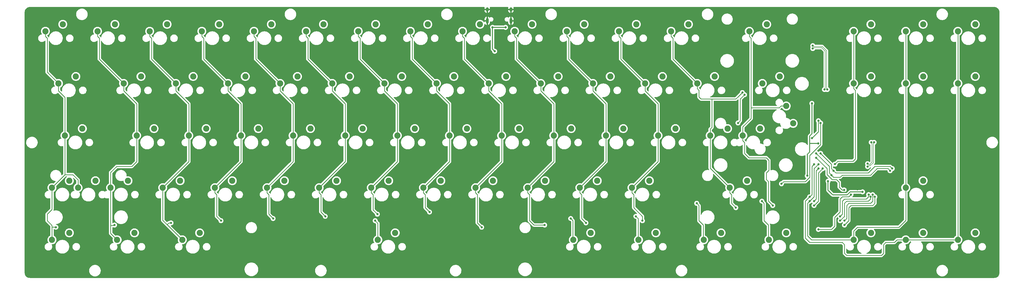
<source format=gtl>
G04 #@! TF.GenerationSoftware,KiCad,Pcbnew,(6.0.2)*
G04 #@! TF.CreationDate,2022-02-25T23:08:10+01:00*
G04 #@! TF.ProjectId,Frooastboard Walnut,46726f6f-6173-4746-926f-617264205761,rev?*
G04 #@! TF.SameCoordinates,Original*
G04 #@! TF.FileFunction,Copper,L1,Top*
G04 #@! TF.FilePolarity,Positive*
%FSLAX46Y46*%
G04 Gerber Fmt 4.6, Leading zero omitted, Abs format (unit mm)*
G04 Created by KiCad (PCBNEW (6.0.2)) date 2022-02-25 23:08:10*
%MOMM*%
%LPD*%
G01*
G04 APERTURE LIST*
G04 #@! TA.AperFunction,ComponentPad*
%ADD10C,2.250000*%
G04 #@! TD*
G04 #@! TA.AperFunction,ComponentPad*
%ADD11O,1.000000X1.600000*%
G04 #@! TD*
G04 #@! TA.AperFunction,ComponentPad*
%ADD12O,1.000000X2.100000*%
G04 #@! TD*
G04 #@! TA.AperFunction,ViaPad*
%ADD13C,0.800000*%
G04 #@! TD*
G04 #@! TA.AperFunction,Conductor*
%ADD14C,0.300000*%
G04 #@! TD*
G04 #@! TA.AperFunction,Conductor*
%ADD15C,0.380000*%
G04 #@! TD*
G04 #@! TA.AperFunction,Conductor*
%ADD16C,0.250000*%
G04 #@! TD*
G04 #@! TA.AperFunction,Conductor*
%ADD17C,0.200000*%
G04 #@! TD*
G04 APERTURE END LIST*
D10*
X360521250Y-28416250D03*
X366871250Y-25876250D03*
X227171250Y-47466250D03*
X233521250Y-44926250D03*
X222408750Y-85566250D03*
X228758750Y-83026250D03*
X208121250Y-47466250D03*
X214471250Y-44926250D03*
X241458750Y-85566250D03*
X247808750Y-83026250D03*
X70008750Y-85566250D03*
X76358750Y-83026250D03*
X117633750Y-66516250D03*
X123983750Y-63976250D03*
X246221250Y-47466250D03*
X252571250Y-44926250D03*
X243840000Y-104616250D03*
X250190000Y-102076250D03*
X31908750Y-47466250D03*
X38258750Y-44926250D03*
X93821250Y-47466250D03*
X100171250Y-44926250D03*
X217646250Y-28416250D03*
X223996250Y-25876250D03*
X112871250Y-47466250D03*
X119221250Y-44926250D03*
X165258750Y-85566250D03*
X171608750Y-83026250D03*
X198596250Y-28416250D03*
X204946250Y-25876250D03*
X193833750Y-66516250D03*
X200183750Y-63976250D03*
X203358750Y-85566250D03*
X209708750Y-83026250D03*
X146208750Y-85566250D03*
X152558750Y-83026250D03*
X89058750Y-85566250D03*
X95408750Y-83026250D03*
X122396250Y-28416250D03*
X128746250Y-25876250D03*
X322421250Y-28416250D03*
X328771250Y-25876250D03*
X231933750Y-66516250D03*
X238283750Y-63976250D03*
X148590000Y-104616250D03*
X154940000Y-102076250D03*
X179546250Y-28416250D03*
X185896250Y-25876250D03*
X250983750Y-66516250D03*
X257333750Y-63976250D03*
X265271250Y-47466250D03*
X271621250Y-44926250D03*
X360521250Y-104616250D03*
X366871250Y-102076250D03*
X34290000Y-66516250D03*
X40640000Y-63976250D03*
X322421250Y-104616250D03*
X328771250Y-102076250D03*
X46196250Y-28416250D03*
X52546250Y-25876250D03*
X53340000Y-104616250D03*
X59690000Y-102076250D03*
X136683750Y-66516250D03*
X143033750Y-63976250D03*
X284321250Y-28416250D03*
X290671250Y-25876250D03*
X189071250Y-47466250D03*
X195421250Y-44926250D03*
X322421250Y-47466250D03*
X328771250Y-44926250D03*
X184308750Y-85566250D03*
X190658750Y-83026250D03*
X60483750Y-66516250D03*
X66833750Y-63976250D03*
X174783750Y-66516250D03*
X181133750Y-63976250D03*
X108108750Y-85566250D03*
X114458750Y-83026250D03*
X281940000Y-66516250D03*
X288290000Y-63976250D03*
X29527500Y-104616250D03*
X35877500Y-102076250D03*
X65246250Y-28416250D03*
X71596250Y-25876250D03*
X74771250Y-47466250D03*
X81121250Y-44926250D03*
X103346250Y-28416250D03*
X109696250Y-25876250D03*
X270033750Y-66516250D03*
X276383750Y-63976250D03*
X341471250Y-28416250D03*
X347821250Y-25876250D03*
X220027500Y-104616250D03*
X226377500Y-102076250D03*
X160496250Y-28416250D03*
X166846250Y-25876250D03*
X50958750Y-85566250D03*
X57308750Y-83026250D03*
X84296250Y-28416250D03*
X90646250Y-25876250D03*
X79533750Y-66516250D03*
X85883750Y-63976250D03*
X98583750Y-66516250D03*
X104933750Y-63976250D03*
X236696250Y-28416250D03*
X243046250Y-25876250D03*
X141446250Y-28416250D03*
X147796250Y-25876250D03*
X267652500Y-104616250D03*
X274002500Y-102076250D03*
X212883750Y-66516250D03*
X219233750Y-63976250D03*
X39052500Y-85566250D03*
X45402500Y-83026250D03*
X297815000Y-55721250D03*
X300355000Y-62071250D03*
X127158750Y-85566250D03*
X133508750Y-83026250D03*
X29527500Y-85566250D03*
X35877500Y-83026250D03*
X289083750Y-47466250D03*
X295433750Y-44926250D03*
X360521250Y-47466250D03*
X366871250Y-44926250D03*
X341471250Y-85566250D03*
X347821250Y-83026250D03*
X170021250Y-47466250D03*
X176371250Y-44926250D03*
X55721250Y-47466250D03*
X62071250Y-44926250D03*
X341471250Y-47466250D03*
X347821250Y-44926250D03*
X291465000Y-104616250D03*
X297815000Y-102076250D03*
X155733750Y-66516250D03*
X162083750Y-63976250D03*
X150971250Y-47466250D03*
X157321250Y-44926250D03*
X341471250Y-104616250D03*
X347821250Y-102076250D03*
X27146250Y-28416250D03*
X33496250Y-25876250D03*
X77152500Y-104616250D03*
X83502500Y-102076250D03*
X255746250Y-28416250D03*
X262096250Y-25876250D03*
X277177500Y-85566250D03*
X283527500Y-83026250D03*
X131921250Y-47466250D03*
X138271250Y-44926250D03*
D11*
X197201250Y-20426250D03*
X188561250Y-20426250D03*
D12*
X197201250Y-24606250D03*
X188561250Y-24606250D03*
D13*
X314200000Y-84300000D03*
X322000000Y-73200000D03*
X323787000Y-86142055D03*
X317700000Y-74600000D03*
X325700000Y-87100000D03*
X309500000Y-69400000D03*
X305500000Y-81200000D03*
X195262500Y-26987500D03*
X191293750Y-35718750D03*
X307181250Y-54768750D03*
X190500000Y-26975500D03*
X313100000Y-83200000D03*
X321468750Y-88106250D03*
X309562500Y-100806250D03*
X310356250Y-73025000D03*
X315118750Y-79375000D03*
X336550000Y-78581250D03*
X314325000Y-80962500D03*
X308768750Y-73025000D03*
X335756250Y-79375000D03*
X318972076Y-86403326D03*
X308768750Y-74612500D03*
X309562500Y-61118750D03*
X307181250Y-67468750D03*
X310356250Y-61912500D03*
X296068750Y-84137500D03*
X280193750Y-61912500D03*
X282575000Y-51593750D03*
X307975000Y-92075000D03*
X311150000Y-78581250D03*
X281781250Y-50800000D03*
X279400000Y-92868750D03*
X219075000Y-96837500D03*
X110331250Y-96837500D03*
X319087500Y-97631250D03*
X52387500Y-99218750D03*
X329406250Y-88106250D03*
X209550000Y-99218750D03*
X245268750Y-97631250D03*
X317500000Y-96043750D03*
X147637500Y-97631250D03*
X327924500Y-88106250D03*
X91281250Y-97631250D03*
X73025000Y-98425000D03*
X317500000Y-97631250D03*
X328640591Y-88904318D03*
X224631250Y-98425000D03*
X307975000Y-90487500D03*
X292893750Y-92075000D03*
X129381250Y-96043750D03*
X242887500Y-96043750D03*
X315618750Y-76981250D03*
X309562500Y-78581250D03*
X306387500Y-90487500D03*
X148431250Y-95250000D03*
X309562500Y-76993750D03*
X265112500Y-91281250D03*
X306387500Y-88900000D03*
X307975000Y-76993750D03*
X167481250Y-94456250D03*
X288925000Y-90487500D03*
X186531250Y-100012500D03*
X330200000Y-88900000D03*
X319087500Y-99218750D03*
X30956250Y-100012500D03*
X327551643Y-76806250D03*
X328875000Y-69000000D03*
X307500000Y-34725000D03*
X311775000Y-49700000D03*
X327551643Y-77856250D03*
X329925000Y-69000000D03*
X307500000Y-33675000D03*
X312825000Y-49700000D03*
D14*
X319700000Y-87300000D02*
X320857945Y-86142055D01*
X314200000Y-86300000D02*
X315200000Y-87300000D01*
X314200000Y-84300000D02*
X314200000Y-86300000D01*
X322000000Y-74100000D02*
X322000000Y-73200000D01*
X320857945Y-86142055D02*
X323787000Y-86142055D01*
X315200000Y-87300000D02*
X319700000Y-87300000D01*
D15*
X197412500Y-20637500D02*
X197201250Y-20426250D01*
D14*
X321700000Y-74400000D02*
X322000000Y-74100000D01*
X321500000Y-74600000D02*
X321700000Y-74400000D01*
X317700000Y-74600000D02*
X321500000Y-74600000D01*
X307181250Y-65881250D02*
X306387500Y-66675000D01*
X305500000Y-81200000D02*
X305500000Y-73400000D01*
X306400000Y-69400000D02*
X306387500Y-69412500D01*
X320100000Y-88200000D02*
X321200000Y-87100000D01*
X306387500Y-72512500D02*
X306387500Y-69412500D01*
X309500000Y-69400000D02*
X306400000Y-69400000D01*
X307181250Y-61912500D02*
X307181250Y-54768750D01*
X307181250Y-61912500D02*
X307181250Y-65881250D01*
X313100000Y-83200000D02*
X313100000Y-86500000D01*
X190500000Y-34925000D02*
X190500000Y-26975500D01*
X306387500Y-68262500D02*
X306387500Y-69412500D01*
X314800000Y-88200000D02*
X320100000Y-88200000D01*
X190512000Y-26987500D02*
X190500000Y-26975500D01*
X313100000Y-86500000D02*
X314800000Y-88200000D01*
X191293750Y-35718750D02*
X190500000Y-34925000D01*
X321200000Y-87100000D02*
X325700000Y-87100000D01*
X195262500Y-26987500D02*
X190512000Y-26987500D01*
X305500000Y-73400000D02*
X306387500Y-72512500D01*
X306387500Y-66675000D02*
X306387500Y-68262500D01*
D16*
X315515625Y-99615625D02*
X315515625Y-96440625D01*
X318293750Y-88900000D02*
X319881250Y-88900000D01*
X321468750Y-88106250D02*
X320675000Y-88900000D01*
X317500000Y-94456250D02*
X317500000Y-89693750D01*
X314325000Y-100806250D02*
X315515625Y-99615625D01*
X309562500Y-100806250D02*
X314325000Y-100806250D01*
X320675000Y-88900000D02*
X319881250Y-88900000D01*
X315515625Y-96440625D02*
X317500000Y-94456250D01*
X317500000Y-89693750D02*
X318293750Y-88900000D01*
X330200000Y-77787500D02*
X327818750Y-80168750D01*
X327818750Y-80168750D02*
X315912500Y-80168750D01*
X336550000Y-78581250D02*
X335756250Y-77787500D01*
X315118750Y-79375000D02*
X314325000Y-78581250D01*
X315912500Y-80168750D02*
X315118750Y-79375000D01*
X314325000Y-76993750D02*
X310356250Y-73025000D01*
X335756250Y-77787500D02*
X330200000Y-77787500D01*
X314325000Y-78581250D02*
X314325000Y-76993750D01*
X328612500Y-80962500D02*
X330993750Y-78581250D01*
X315118750Y-81756250D02*
X317500000Y-81756250D01*
X313531250Y-80168750D02*
X313531250Y-77787500D01*
X314325000Y-80962500D02*
X315118750Y-81756250D01*
X335756250Y-79375000D02*
X334962500Y-78581250D01*
X313531250Y-77787500D02*
X308768750Y-73025000D01*
X317500000Y-81756250D02*
X318293750Y-80962500D01*
X318293750Y-80962500D02*
X328612500Y-80962500D01*
X314325000Y-80962500D02*
X313531250Y-80168750D01*
X330993750Y-78581250D02*
X334962500Y-78581250D01*
X312737500Y-78581250D02*
X308768750Y-74612500D01*
X309562500Y-61118750D02*
X309562500Y-63500000D01*
X317200000Y-83600000D02*
X316200000Y-82600000D01*
X318203326Y-86403326D02*
X317200000Y-85400000D01*
X312737500Y-80762500D02*
X312737500Y-78581250D01*
X316200000Y-82600000D02*
X314575000Y-82600000D01*
X307181250Y-67468750D02*
X309562500Y-65087500D01*
X318972076Y-86403326D02*
X318203326Y-86403326D01*
X314575000Y-82600000D02*
X312737500Y-80762500D01*
X317200000Y-85400000D02*
X317200000Y-83600000D01*
X309562500Y-65087500D02*
X309562500Y-63500000D01*
X306387500Y-81756250D02*
X306387500Y-73818750D01*
X306387500Y-73818750D02*
X310356250Y-69850000D01*
X310356250Y-69850000D02*
X310356250Y-61912500D01*
X304800000Y-83343750D02*
X306387500Y-81756250D01*
X296862500Y-83343750D02*
X304800000Y-83343750D01*
X296068750Y-84137500D02*
X296862500Y-83343750D01*
X280987500Y-53975000D02*
X280987500Y-53181250D01*
X280987500Y-61118750D02*
X280987500Y-53975000D01*
X280987500Y-61118750D02*
X280193750Y-61912500D01*
X280987500Y-53181250D02*
X282575000Y-51593750D01*
X309562500Y-80168750D02*
X311150000Y-78581250D01*
X280193750Y-52387500D02*
X281781250Y-50800000D01*
X108108750Y-87471250D02*
X108743750Y-88106250D01*
X220027500Y-104616250D02*
X219868750Y-104457500D01*
X270033750Y-64135000D02*
X270668750Y-63500000D01*
X255746250Y-28416250D02*
X255746250Y-30321250D01*
X255746250Y-30321250D02*
X256381250Y-30956250D01*
X279400000Y-53181250D02*
X280193750Y-52387500D01*
X277812500Y-88106250D02*
X277812500Y-91281250D01*
X277177500Y-87471250D02*
X277812500Y-88106250D01*
X103346250Y-28416250D02*
X103346250Y-30321250D01*
X117633750Y-54927500D02*
X112871250Y-50165000D01*
X270033750Y-78422500D02*
X277177500Y-85566250D01*
X256381250Y-30956250D02*
X256381250Y-38576250D01*
X112871250Y-50165000D02*
X112871250Y-47466250D01*
X117633750Y-76041250D02*
X117633750Y-66516250D01*
X265906250Y-52387500D02*
X266700000Y-53181250D01*
X219868750Y-103187500D02*
X219868750Y-98425000D01*
X270033750Y-66516250D02*
X270033750Y-78422500D01*
X277177500Y-85566250D02*
X277177500Y-87471250D01*
X108743750Y-95250000D02*
X110331250Y-96837500D01*
X108108750Y-85566250D02*
X116681250Y-76993750D01*
X266700000Y-53181250D02*
X279400000Y-53181250D01*
X256381250Y-38576250D02*
X265271250Y-47466250D01*
X307975000Y-92075000D02*
X309562500Y-90487500D01*
X116681250Y-76993750D02*
X117633750Y-76041250D01*
X270033750Y-66516250D02*
X270033750Y-64135000D01*
X277812500Y-91281250D02*
X279400000Y-92868750D01*
X219868750Y-98425000D02*
X219868750Y-97631250D01*
X108108750Y-85566250D02*
X108108750Y-87471250D01*
X117633750Y-66516250D02*
X117633750Y-54927500D01*
X219868750Y-97631250D02*
X219075000Y-96837500D01*
X270668750Y-63500000D02*
X270668750Y-53181250D01*
X103981250Y-30956250D02*
X103981250Y-38576250D01*
X103981250Y-38576250D02*
X112871250Y-47466250D01*
X103346250Y-30321250D02*
X103981250Y-30956250D01*
X265906250Y-50006250D02*
X265906250Y-52387500D01*
X108743750Y-88106250D02*
X108743750Y-95250000D01*
X265271250Y-47466250D02*
X265271250Y-49371250D01*
X309562500Y-90487500D02*
X309562500Y-80168750D01*
X219868750Y-104457500D02*
X219868750Y-103187500D01*
X265271250Y-49371250D02*
X265906250Y-50006250D01*
X60483750Y-76041250D02*
X58737500Y-77787500D01*
X198596250Y-30321250D02*
X199231250Y-30956250D01*
X208121250Y-50165000D02*
X208121250Y-47466250D01*
X60483750Y-66516250D02*
X60483750Y-54927500D01*
X199231250Y-38576250D02*
X208121250Y-47466250D01*
X46831250Y-30956250D02*
X46831250Y-38576250D01*
X207168750Y-81756250D02*
X212883750Y-76041250D01*
X60483750Y-54927500D02*
X55721250Y-50165000D01*
X55721250Y-50165000D02*
X55721250Y-47466250D01*
X212883750Y-76041250D02*
X212883750Y-66516250D01*
X203358750Y-87471250D02*
X203993750Y-88106250D01*
X53340000Y-104616250D02*
X50958750Y-102235000D01*
X203993750Y-97631250D02*
X205581250Y-99218750D01*
X319881250Y-92075000D02*
X320675000Y-91281250D01*
X60483750Y-66516250D02*
X60483750Y-76041250D01*
X320675000Y-91281250D02*
X328612500Y-91281250D01*
X329406250Y-90487500D02*
X329406250Y-88106250D01*
X319087500Y-97631250D02*
X319881250Y-96837500D01*
X50958750Y-102235000D02*
X50958750Y-99377500D01*
X205581250Y-99218750D02*
X209550000Y-99218750D01*
X53181250Y-77787500D02*
X50958750Y-80010000D01*
X58737500Y-77787500D02*
X53181250Y-77787500D01*
X212883750Y-66516250D02*
X212883750Y-54927500D01*
X319881250Y-96837500D02*
X319881250Y-92075000D01*
X198596250Y-28416250D02*
X198596250Y-30321250D01*
X203358750Y-85566250D02*
X203358750Y-87471250D01*
X212883750Y-54927500D02*
X208121250Y-50165000D01*
X52228750Y-99377500D02*
X52387500Y-99218750D01*
X199231250Y-30956250D02*
X199231250Y-38576250D01*
X46831250Y-38576250D02*
X55721250Y-47466250D01*
X50958750Y-99377500D02*
X52228750Y-99377500D01*
X203358750Y-85566250D02*
X207168750Y-81756250D01*
X50958750Y-99377500D02*
X50958750Y-85566250D01*
X50958750Y-80010000D02*
X50958750Y-85566250D01*
X203993750Y-88106250D02*
X203993750Y-97631250D01*
X46196250Y-28416250D02*
X46196250Y-30321250D01*
X46196250Y-30321250D02*
X46831250Y-30956250D01*
X328612500Y-91281250D02*
X329406250Y-90487500D01*
X241458750Y-85566250D02*
X241458750Y-87471250D01*
X148590000Y-98583750D02*
X147637500Y-97631250D01*
X250983750Y-54927500D02*
X246221250Y-50165000D01*
X242093750Y-88106250D02*
X242093750Y-92868750D01*
X98583750Y-76041250D02*
X98583750Y-66516250D01*
X318293750Y-90487500D02*
X319087500Y-89693750D01*
X246856250Y-80168750D02*
X241458750Y-85566250D01*
X84296250Y-28416250D02*
X84296250Y-30321250D01*
X89058750Y-85566250D02*
X89058750Y-87471250D01*
X327924500Y-88794250D02*
X327924500Y-88106250D01*
X250983750Y-76041250D02*
X246856250Y-80168750D01*
X236696250Y-28416250D02*
X236696250Y-30321250D01*
X84931250Y-30956250D02*
X84931250Y-38576250D01*
X250983750Y-66516250D02*
X250983750Y-76041250D01*
X250983750Y-66516250D02*
X250983750Y-54927500D01*
X96837500Y-77787500D02*
X98583750Y-76041250D01*
X84296250Y-30321250D02*
X84931250Y-30956250D01*
X319087500Y-89693750D02*
X327025000Y-89693750D01*
X148590000Y-104616250D02*
X148590000Y-98583750D01*
X98583750Y-54927500D02*
X93821250Y-50165000D01*
X241458750Y-87471250D02*
X242093750Y-88106250D01*
X246221250Y-50165000D02*
X246221250Y-47466250D01*
X89693750Y-96043750D02*
X91281250Y-97631250D01*
X317500000Y-96043750D02*
X318293750Y-95250000D01*
X236696250Y-30321250D02*
X237331250Y-30956250D01*
X318293750Y-95250000D02*
X318293750Y-90487500D01*
X237331250Y-38576250D02*
X246221250Y-47466250D01*
X237331250Y-30956250D02*
X237331250Y-38576250D01*
X84931250Y-38576250D02*
X93821250Y-47466250D01*
X242093750Y-92868750D02*
X245268750Y-96043750D01*
X89058750Y-85566250D02*
X96837500Y-77787500D01*
X89693750Y-88106250D02*
X89693750Y-96043750D01*
X89058750Y-87471250D02*
X89693750Y-88106250D01*
X98583750Y-66516250D02*
X98583750Y-54927500D01*
X327025000Y-89693750D02*
X327924500Y-88794250D01*
X93821250Y-50165000D02*
X93821250Y-47466250D01*
X245268750Y-96043750D02*
X245268750Y-97631250D01*
X223043750Y-96837500D02*
X224631250Y-98425000D01*
X227409375Y-80565625D02*
X231933750Y-76041250D01*
X317500000Y-97631250D02*
X319087500Y-96043750D01*
X65246250Y-28416250D02*
X65246250Y-30321250D01*
X72231250Y-98425000D02*
X73025000Y-98425000D01*
X65881250Y-30956250D02*
X65881250Y-38576250D01*
X217646250Y-30321250D02*
X218281250Y-30956250D01*
X71596250Y-99060000D02*
X72231250Y-98425000D01*
X223043750Y-88106250D02*
X223043750Y-96837500D01*
X70008750Y-97472500D02*
X70008750Y-85566250D01*
X74771250Y-50165000D02*
X74771250Y-47466250D01*
X79533750Y-76041250D02*
X79533750Y-66516250D01*
X217646250Y-28416250D02*
X217646250Y-30321250D01*
X319087500Y-91281250D02*
X319881250Y-90487500D01*
X319087500Y-96043750D02*
X319087500Y-91281250D01*
X76993750Y-78581250D02*
X79533750Y-76041250D01*
X231933750Y-76041250D02*
X231933750Y-66516250D01*
X231933750Y-66516250D02*
X231933750Y-54927500D01*
X222408750Y-87471250D02*
X223043750Y-88106250D01*
X218281250Y-30956250D02*
X218281250Y-38576250D01*
X328640591Y-89665659D02*
X328640591Y-88904318D01*
X327818750Y-90487500D02*
X328640591Y-89665659D01*
X231933750Y-54927500D02*
X227171250Y-50165000D01*
X65246250Y-30321250D02*
X65881250Y-30956250D01*
X77152500Y-104616250D02*
X71596250Y-99060000D01*
X79533750Y-54927500D02*
X74771250Y-50165000D01*
X227171250Y-50165000D02*
X227171250Y-47466250D01*
X222408750Y-85566250D02*
X227409375Y-80565625D01*
X222408750Y-85566250D02*
X222408750Y-87471250D01*
X319881250Y-90487500D02*
X327818750Y-90487500D01*
X65881250Y-38576250D02*
X74771250Y-47466250D01*
X218281250Y-38576250D02*
X227171250Y-47466250D01*
X70008750Y-85566250D02*
X76993750Y-78581250D01*
X79533750Y-66516250D02*
X79533750Y-54927500D01*
X71596250Y-99060000D02*
X70008750Y-97472500D01*
X131921250Y-50165000D02*
X131921250Y-47466250D01*
X243840000Y-104616250D02*
X243681250Y-104457500D01*
X308768750Y-89693750D02*
X308768750Y-79375000D01*
X284321250Y-30321250D02*
X284956250Y-30956250D01*
X284321250Y-28416250D02*
X284321250Y-30321250D01*
X308768750Y-79375000D02*
X309562500Y-78581250D01*
X295910000Y-55721250D02*
X295275000Y-56356250D01*
X122396250Y-30321250D02*
X123031250Y-30956250D01*
X290512500Y-74612500D02*
X291465000Y-75565000D01*
X290512500Y-80168750D02*
X290512500Y-82550000D01*
X322421250Y-28416250D02*
X322421250Y-47466250D01*
X323056250Y-75043750D02*
X323056250Y-50006250D01*
X295275000Y-56356250D02*
X284956250Y-56356250D01*
X322421250Y-49371250D02*
X322421250Y-47466250D01*
X323056250Y-50006250D02*
X322421250Y-49371250D01*
X127158750Y-87471250D02*
X127793750Y-88106250D01*
X243681250Y-103187500D02*
X243681250Y-96837500D01*
X322200000Y-75900000D02*
X323056250Y-75043750D01*
X284162500Y-74612500D02*
X290512500Y-74612500D01*
X243681250Y-104457500D02*
X243681250Y-103187500D01*
X291465000Y-79216250D02*
X290512500Y-80168750D01*
X282575000Y-73025000D02*
X284162500Y-74612500D01*
X284956250Y-56356250D02*
X284956250Y-49212500D01*
X297815000Y-55721250D02*
X295910000Y-55721250D01*
X122396250Y-28416250D02*
X122396250Y-30321250D01*
X290512500Y-82550000D02*
X291306250Y-83343750D01*
X243681250Y-96837500D02*
X242887500Y-96043750D01*
X284956250Y-57150000D02*
X284956250Y-56356250D01*
X291306250Y-83343750D02*
X291306250Y-90487500D01*
X123031250Y-38576250D02*
X131921250Y-47466250D01*
X284956250Y-30956250D02*
X284956250Y-44450000D01*
X284956250Y-57943750D02*
X284956250Y-60325000D01*
X284956250Y-49212500D02*
X284956250Y-46037500D01*
X282575000Y-69056250D02*
X281940000Y-68421250D01*
X127793750Y-88106250D02*
X127793750Y-94456250D01*
X307975000Y-90487500D02*
X308768750Y-89693750D01*
X291306250Y-90487500D02*
X292893750Y-92075000D01*
X316700000Y-75900000D02*
X322200000Y-75900000D01*
X282575000Y-69056250D02*
X282575000Y-73025000D01*
X281940000Y-63341250D02*
X281940000Y-66516250D01*
X281940000Y-68421250D02*
X281940000Y-66516250D01*
X291465000Y-75565000D02*
X291465000Y-79216250D01*
X284956250Y-60325000D02*
X281940000Y-63341250D01*
X284956250Y-57943750D02*
X284956250Y-57150000D01*
X127793750Y-94456250D02*
X129381250Y-96043750D01*
X127158750Y-85566250D02*
X127158750Y-87471250D01*
X136683750Y-54927500D02*
X131921250Y-50165000D01*
X284956250Y-44450000D02*
X284956250Y-46037500D01*
X136683750Y-66516250D02*
X136683750Y-54927500D01*
X127158750Y-85566250D02*
X136683750Y-76041250D01*
X136683750Y-76041250D02*
X136683750Y-66516250D01*
X315618750Y-76981250D02*
X316700000Y-75900000D01*
X123031250Y-30956250D02*
X123031250Y-38576250D01*
X146208750Y-87471250D02*
X146843750Y-88106250D01*
X322421250Y-101441250D02*
X323850000Y-100012500D01*
X322421250Y-104616250D02*
X322421250Y-101441250D01*
X142081250Y-30956250D02*
X142081250Y-38576250D01*
X142081250Y-38576250D02*
X150971250Y-47466250D01*
X341471250Y-47466250D02*
X341471250Y-85566250D01*
X146208750Y-85566250D02*
X155733750Y-76041250D01*
X267493750Y-104457500D02*
X267493750Y-99218750D01*
X265906250Y-97631250D02*
X265906250Y-92075000D01*
X141446250Y-30321250D02*
X142081250Y-30956250D01*
X307975000Y-78581250D02*
X309562500Y-76993750D01*
X305593750Y-91281250D02*
X306387500Y-90487500D01*
X155733750Y-54927500D02*
X150971250Y-50165000D01*
X323850000Y-100012500D02*
X338931250Y-100012500D01*
X306387500Y-90487500D02*
X307975000Y-88900000D01*
X267493750Y-99218750D02*
X265906250Y-97631250D01*
X307975000Y-88900000D02*
X307975000Y-78581250D01*
X155733750Y-66516250D02*
X155733750Y-54927500D01*
X307022500Y-104616250D02*
X305593750Y-103187500D01*
X322421250Y-104616250D02*
X307022500Y-104616250D01*
X341471250Y-97472500D02*
X341471250Y-85566250D01*
X150971250Y-50165000D02*
X150971250Y-47466250D01*
X338931250Y-100012500D02*
X341471250Y-97472500D01*
X265906250Y-92075000D02*
X265112500Y-91281250D01*
X305593750Y-103187500D02*
X305593750Y-91281250D01*
X341471250Y-28416250D02*
X341471250Y-47466250D01*
X155733750Y-76041250D02*
X155733750Y-66516250D01*
X146208750Y-85566250D02*
X146208750Y-87471250D01*
X146843750Y-93662500D02*
X148431250Y-95250000D01*
X146843750Y-92868750D02*
X146843750Y-93662500D01*
X146843750Y-88106250D02*
X146843750Y-92868750D01*
X141446250Y-28416250D02*
X141446250Y-30321250D01*
X267652500Y-104616250D02*
X267493750Y-104457500D01*
X319087500Y-109537500D02*
X319881250Y-110331250D01*
X165258750Y-87471250D02*
X165893750Y-88106250D01*
X165893750Y-92868750D02*
X167481250Y-94456250D01*
X165258750Y-85566250D02*
X174783750Y-76041250D01*
X289718750Y-91281250D02*
X288925000Y-90487500D01*
X360521250Y-47466250D02*
X360521250Y-104616250D01*
X291306250Y-104457500D02*
X291306250Y-99218750D01*
X338296250Y-104616250D02*
X337343750Y-105568750D01*
X334168750Y-105568750D02*
X337343750Y-105568750D01*
X333375000Y-109537500D02*
X333375000Y-106362500D01*
X289718750Y-97631250D02*
X289718750Y-91281250D01*
X174783750Y-76041250D02*
X174783750Y-75247500D01*
X291306250Y-99218750D02*
X289718750Y-97631250D01*
X174783750Y-66516250D02*
X174783750Y-54927500D01*
X306387500Y-105568750D02*
X318293750Y-105568750D01*
X304800000Y-90487500D02*
X304800000Y-103981250D01*
X360521250Y-47466250D02*
X360521250Y-28416250D01*
X307181250Y-77787500D02*
X307975000Y-76993750D01*
X174783750Y-75247500D02*
X174783750Y-66516250D01*
X341471250Y-104616250D02*
X338296250Y-104616250D01*
X165893750Y-88106250D02*
X165893750Y-91281250D01*
X291465000Y-104616250D02*
X291306250Y-104457500D01*
X165893750Y-91281250D02*
X165893750Y-92868750D01*
X160496250Y-28416250D02*
X160496250Y-30321250D01*
X319087500Y-106362500D02*
X319087500Y-109537500D01*
X304800000Y-103981250D02*
X306387500Y-105568750D01*
X161131250Y-30956250D02*
X161131250Y-38576250D01*
X318293750Y-105568750D02*
X319087500Y-106362500D01*
X170021250Y-50165000D02*
X170021250Y-47466250D01*
X165258750Y-85566250D02*
X165258750Y-87471250D01*
X319881250Y-110331250D02*
X332581250Y-110331250D01*
X307181250Y-88106250D02*
X307181250Y-77787500D01*
X161131250Y-38576250D02*
X170021250Y-47466250D01*
X332581250Y-110331250D02*
X333375000Y-109537500D01*
X333375000Y-106362500D02*
X334168750Y-105568750D01*
X341471250Y-104616250D02*
X360521250Y-104616250D01*
X174783750Y-54927500D02*
X170021250Y-50165000D01*
X160496250Y-30321250D02*
X161131250Y-30956250D01*
X306387500Y-88900000D02*
X307181250Y-88106250D01*
X306387500Y-88900000D02*
X304800000Y-90487500D01*
X320675000Y-92868750D02*
X321468750Y-92075000D01*
X34290000Y-80803750D02*
X37147500Y-80803750D01*
X329406250Y-92075000D02*
X330200000Y-91281250D01*
X187325000Y-82550000D02*
X193833750Y-76041250D01*
X179546250Y-28416250D02*
X179546250Y-30321250D01*
X184943750Y-88106250D02*
X184943750Y-92075000D01*
X39052500Y-82708750D02*
X39052500Y-85566250D01*
X29527500Y-99927500D02*
X30871250Y-99927500D01*
X34290000Y-52546250D02*
X34290000Y-66516250D01*
X330200000Y-91281250D02*
X330200000Y-88900000D01*
X27781250Y-97631250D02*
X27781250Y-95250000D01*
X27146250Y-30321250D02*
X27781250Y-30956250D01*
X193833750Y-76041250D02*
X193833750Y-66516250D01*
X37147500Y-80803750D02*
X39052500Y-82708750D01*
X184308750Y-85566250D02*
X184308750Y-87471250D01*
X184308750Y-87471250D02*
X184943750Y-88106250D01*
X184308750Y-85566250D02*
X187325000Y-82550000D01*
X34290000Y-80803750D02*
X31750000Y-83343750D01*
X30871250Y-99927500D02*
X30956250Y-100012500D01*
X27781250Y-43338750D02*
X31908750Y-47466250D01*
X320675000Y-97631250D02*
X320675000Y-92868750D01*
X193833750Y-54927500D02*
X189071250Y-50165000D01*
X27781250Y-30956250D02*
X27781250Y-43338750D01*
X180181250Y-30956250D02*
X180181250Y-38576250D01*
X321468750Y-92075000D02*
X329406250Y-92075000D01*
X34290000Y-66516250D02*
X34290000Y-80803750D01*
X29527500Y-99927500D02*
X29527500Y-99377500D01*
X29527500Y-99927500D02*
X29527500Y-104616250D01*
X189071250Y-50165000D02*
X189071250Y-47466250D01*
X193833750Y-66516250D02*
X193833750Y-54927500D01*
X29527500Y-99377500D02*
X27781250Y-97631250D01*
X27781250Y-95250000D02*
X29527500Y-93503750D01*
X27146250Y-28416250D02*
X27146250Y-30321250D01*
X184943750Y-92075000D02*
X184943750Y-98425000D01*
X184943750Y-98425000D02*
X186531250Y-100012500D01*
X180181250Y-38576250D02*
X189071250Y-47466250D01*
X29527500Y-93503750D02*
X29527500Y-85566250D01*
X179546250Y-30321250D02*
X180181250Y-30956250D01*
X31908750Y-50165000D02*
X34290000Y-52546250D01*
X31750000Y-83343750D02*
X29527500Y-85566250D01*
X31908750Y-47466250D02*
X31908750Y-50165000D01*
X319087500Y-99218750D02*
X320675000Y-97631250D01*
D17*
X312074999Y-35693199D02*
X310806801Y-34425001D01*
X327851642Y-77106249D02*
X328275551Y-77106249D01*
X329174999Y-76206801D02*
X329174999Y-69299999D01*
X328275551Y-77106249D02*
X329174999Y-76206801D01*
X329174999Y-69299999D02*
X328875000Y-69000000D01*
X311775000Y-49700000D02*
X312074999Y-49400001D01*
X307799999Y-34425001D02*
X307500000Y-34725000D01*
X310806801Y-34425001D02*
X307799999Y-34425001D01*
X312074999Y-49400001D02*
X312074999Y-35693199D01*
X327551643Y-76806250D02*
X327851642Y-77106249D01*
X312525001Y-49400001D02*
X312525001Y-35506801D01*
X329625001Y-69299999D02*
X329925000Y-69000000D01*
X307799999Y-33974999D02*
X307500000Y-33675000D01*
X329625001Y-76393199D02*
X329625001Y-69299999D01*
X312825000Y-49700000D02*
X312525001Y-49400001D01*
X327851642Y-77556251D02*
X328461949Y-77556251D01*
X327551643Y-77856250D02*
X327851642Y-77556251D01*
X328461949Y-77556251D02*
X329625001Y-76393199D01*
X312525001Y-35506801D02*
X310993199Y-33974999D01*
X310993199Y-33974999D02*
X307799999Y-33974999D01*
G04 #@! TA.AperFunction,Conductor*
G36*
X187580500Y-19578002D02*
G01*
X187626993Y-19631658D01*
X187637097Y-19701932D01*
X187630012Y-19727150D01*
X187630279Y-19727235D01*
X187572370Y-19909788D01*
X187569820Y-19921782D01*
X187553643Y-20066011D01*
X187553250Y-20073035D01*
X187553250Y-20154135D01*
X187557725Y-20169374D01*
X187559115Y-20170579D01*
X187566798Y-20172250D01*
X189551135Y-20172250D01*
X189566374Y-20167775D01*
X189567579Y-20166385D01*
X189569250Y-20158702D01*
X189569250Y-20079593D01*
X189568949Y-20073445D01*
X189555438Y-19935647D01*
X189553055Y-19923612D01*
X189499482Y-19746173D01*
X189493646Y-19732012D01*
X189486182Y-19661408D01*
X189518074Y-19597978D01*
X189579196Y-19561859D01*
X189610140Y-19558000D01*
X196152379Y-19558000D01*
X196220500Y-19578002D01*
X196266993Y-19631658D01*
X196277097Y-19701932D01*
X196270012Y-19727150D01*
X196270279Y-19727235D01*
X196212370Y-19909788D01*
X196209820Y-19921782D01*
X196193643Y-20066011D01*
X196193250Y-20073035D01*
X196193250Y-20154135D01*
X196197725Y-20169374D01*
X196199115Y-20170579D01*
X196206798Y-20172250D01*
X198191135Y-20172250D01*
X198206374Y-20167775D01*
X198207579Y-20166385D01*
X198209250Y-20158702D01*
X198209250Y-20079593D01*
X198208949Y-20073445D01*
X198195438Y-19935647D01*
X198193055Y-19923612D01*
X198139482Y-19746173D01*
X198133646Y-19732012D01*
X198126182Y-19661408D01*
X198158074Y-19597978D01*
X198219196Y-19561859D01*
X198250140Y-19558000D01*
X373806922Y-19558000D01*
X373826307Y-19559500D01*
X373841108Y-19561805D01*
X373841111Y-19561805D01*
X373849980Y-19563186D01*
X373866249Y-19561059D01*
X373890817Y-19560266D01*
X374092516Y-19573486D01*
X374108856Y-19575637D01*
X374332983Y-19620218D01*
X374348904Y-19624484D01*
X374565293Y-19697939D01*
X374580519Y-19704246D01*
X374785467Y-19805315D01*
X374799741Y-19813556D01*
X374989747Y-19940514D01*
X375002822Y-19950547D01*
X375174636Y-20101223D01*
X375186277Y-20112864D01*
X375336045Y-20283642D01*
X375336953Y-20284678D01*
X375346986Y-20297753D01*
X375473944Y-20487759D01*
X375482185Y-20502033D01*
X375583254Y-20706981D01*
X375589561Y-20722207D01*
X375663016Y-20938596D01*
X375667282Y-20954517D01*
X375711863Y-21178644D01*
X375714014Y-21194984D01*
X375726764Y-21389518D01*
X375725739Y-21412554D01*
X375725696Y-21416104D01*
X375724314Y-21424980D01*
X375726959Y-21445204D01*
X375728436Y-21456501D01*
X375729500Y-21472839D01*
X375729500Y-116631922D01*
X375728000Y-116651306D01*
X375724314Y-116674980D01*
X375726441Y-116691249D01*
X375727234Y-116715817D01*
X375714014Y-116917516D01*
X375711863Y-116933856D01*
X375667282Y-117157983D01*
X375663016Y-117173904D01*
X375589561Y-117390293D01*
X375583254Y-117405519D01*
X375482185Y-117610467D01*
X375473944Y-117624741D01*
X375346986Y-117814747D01*
X375336953Y-117827822D01*
X375186277Y-117999636D01*
X375174636Y-118011277D01*
X375003858Y-118161045D01*
X375002822Y-118161953D01*
X374989747Y-118171986D01*
X374799741Y-118298944D01*
X374785467Y-118307185D01*
X374580519Y-118408254D01*
X374565293Y-118414561D01*
X374348904Y-118488016D01*
X374332983Y-118492282D01*
X374108856Y-118536863D01*
X374092516Y-118539014D01*
X373897982Y-118551764D01*
X373874946Y-118550739D01*
X373871396Y-118550696D01*
X373862520Y-118549314D01*
X373834012Y-118553042D01*
X373830999Y-118553436D01*
X373814661Y-118554500D01*
X21480578Y-118554500D01*
X21461193Y-118553000D01*
X21446392Y-118550695D01*
X21446389Y-118550695D01*
X21437520Y-118549314D01*
X21421251Y-118551441D01*
X21396683Y-118552234D01*
X21194984Y-118539014D01*
X21178644Y-118536863D01*
X20954517Y-118492282D01*
X20938596Y-118488016D01*
X20722207Y-118414561D01*
X20706981Y-118408254D01*
X20502033Y-118307185D01*
X20487759Y-118298944D01*
X20297753Y-118171986D01*
X20284678Y-118161953D01*
X20283642Y-118161045D01*
X20112864Y-118011277D01*
X20101223Y-117999636D01*
X19950547Y-117827822D01*
X19940514Y-117814747D01*
X19813556Y-117624741D01*
X19805315Y-117610467D01*
X19704246Y-117405519D01*
X19697939Y-117390293D01*
X19624484Y-117173904D01*
X19620218Y-117157983D01*
X19575637Y-116933856D01*
X19573486Y-116917516D01*
X19560974Y-116726626D01*
X19562147Y-116703468D01*
X19561829Y-116703439D01*
X19562264Y-116698583D01*
X19563071Y-116693789D01*
X19563224Y-116681250D01*
X19559273Y-116653662D01*
X19558000Y-116635799D01*
X19558000Y-116020203D01*
X43134493Y-116020203D01*
X43172018Y-116305234D01*
X43247879Y-116582536D01*
X43249563Y-116586484D01*
X43304729Y-116715817D01*
X43360673Y-116846976D01*
X43407823Y-116925758D01*
X43456021Y-117006290D01*
X43508311Y-117093661D01*
X43688063Y-117318028D01*
X43896601Y-117515923D01*
X44130067Y-117683686D01*
X44133862Y-117685695D01*
X44133863Y-117685696D01*
X44155619Y-117697215D01*
X44384142Y-117818212D01*
X44519132Y-117867611D01*
X44644939Y-117913650D01*
X44654123Y-117917011D01*
X44935014Y-117978255D01*
X44963591Y-117980504D01*
X45158032Y-117995807D01*
X45158041Y-117995807D01*
X45160489Y-117996000D01*
X45316021Y-117996000D01*
X45318157Y-117995854D01*
X45318168Y-117995854D01*
X45526298Y-117981665D01*
X45526304Y-117981664D01*
X45530575Y-117981373D01*
X45534770Y-117980504D01*
X45534772Y-117980504D01*
X45745695Y-117936824D01*
X45812092Y-117923074D01*
X46083093Y-117827107D01*
X46338562Y-117695250D01*
X46342063Y-117692789D01*
X46342067Y-117692787D01*
X46465080Y-117606332D01*
X46573773Y-117529941D01*
X46784372Y-117334240D01*
X46966463Y-117111768D01*
X47116677Y-116866642D01*
X47167317Y-116751282D01*
X47230507Y-116607330D01*
X47232233Y-116603398D01*
X47310994Y-116326906D01*
X47351501Y-116042284D01*
X47351595Y-116024451D01*
X47352985Y-115759083D01*
X47352985Y-115759076D01*
X47353007Y-115754797D01*
X47328505Y-115568688D01*
X99897700Y-115568688D01*
X99937164Y-115881080D01*
X100015470Y-116186063D01*
X100131384Y-116478827D01*
X100133286Y-116482286D01*
X100133287Y-116482289D01*
X100267613Y-116726626D01*
X100283076Y-116754754D01*
X100468155Y-117009494D01*
X100683702Y-117239028D01*
X100926318Y-117439737D01*
X101192176Y-117608456D01*
X101195755Y-117610140D01*
X101195762Y-117610144D01*
X101473494Y-117740834D01*
X101473498Y-117740836D01*
X101477084Y-117742523D01*
X101776548Y-117839825D01*
X102085846Y-117898827D01*
X102179400Y-117904713D01*
X102319458Y-117913525D01*
X102319474Y-117913526D01*
X102321453Y-117913650D01*
X102478747Y-117913650D01*
X102480726Y-117913526D01*
X102480742Y-117913525D01*
X102620800Y-117904713D01*
X102714354Y-117898827D01*
X103023652Y-117839825D01*
X103323116Y-117742523D01*
X103326702Y-117740836D01*
X103326706Y-117740834D01*
X103604438Y-117610144D01*
X103604445Y-117610140D01*
X103608024Y-117608456D01*
X103873882Y-117439737D01*
X104116498Y-117239028D01*
X104332045Y-117009494D01*
X104517124Y-116754754D01*
X104532588Y-116726626D01*
X104666913Y-116482289D01*
X104666914Y-116482286D01*
X104668816Y-116478827D01*
X104784730Y-116186063D01*
X104827315Y-116020203D01*
X125684493Y-116020203D01*
X125722018Y-116305234D01*
X125797879Y-116582536D01*
X125799563Y-116586484D01*
X125854729Y-116715817D01*
X125910673Y-116846976D01*
X125957823Y-116925758D01*
X126006021Y-117006290D01*
X126058311Y-117093661D01*
X126238063Y-117318028D01*
X126446601Y-117515923D01*
X126680067Y-117683686D01*
X126683862Y-117685695D01*
X126683863Y-117685696D01*
X126705619Y-117697215D01*
X126934142Y-117818212D01*
X127069132Y-117867611D01*
X127194939Y-117913650D01*
X127204123Y-117917011D01*
X127485014Y-117978255D01*
X127513591Y-117980504D01*
X127708032Y-117995807D01*
X127708041Y-117995807D01*
X127710489Y-117996000D01*
X127866021Y-117996000D01*
X127868157Y-117995854D01*
X127868168Y-117995854D01*
X128076298Y-117981665D01*
X128076304Y-117981664D01*
X128080575Y-117981373D01*
X128084770Y-117980504D01*
X128084772Y-117980504D01*
X128295695Y-117936824D01*
X128362092Y-117923074D01*
X128633093Y-117827107D01*
X128888562Y-117695250D01*
X128892063Y-117692789D01*
X128892067Y-117692787D01*
X129015080Y-117606332D01*
X129123773Y-117529941D01*
X129334372Y-117334240D01*
X129516463Y-117111768D01*
X129666677Y-116866642D01*
X129717317Y-116751282D01*
X129780507Y-116607330D01*
X129782233Y-116603398D01*
X129860994Y-116326906D01*
X129901501Y-116042284D01*
X129901595Y-116024451D01*
X129901617Y-116020203D01*
X174896993Y-116020203D01*
X174934518Y-116305234D01*
X175010379Y-116582536D01*
X175012063Y-116586484D01*
X175067229Y-116715817D01*
X175123173Y-116846976D01*
X175170323Y-116925758D01*
X175218521Y-117006290D01*
X175270811Y-117093661D01*
X175450563Y-117318028D01*
X175659101Y-117515923D01*
X175892567Y-117683686D01*
X175896362Y-117685695D01*
X175896363Y-117685696D01*
X175918119Y-117697215D01*
X176146642Y-117818212D01*
X176281632Y-117867611D01*
X176407439Y-117913650D01*
X176416623Y-117917011D01*
X176697514Y-117978255D01*
X176726091Y-117980504D01*
X176920532Y-117995807D01*
X176920541Y-117995807D01*
X176922989Y-117996000D01*
X177078521Y-117996000D01*
X177080657Y-117995854D01*
X177080668Y-117995854D01*
X177288798Y-117981665D01*
X177288804Y-117981664D01*
X177293075Y-117981373D01*
X177297270Y-117980504D01*
X177297272Y-117980504D01*
X177508195Y-117936824D01*
X177574592Y-117923074D01*
X177845593Y-117827107D01*
X178101062Y-117695250D01*
X178104563Y-117692789D01*
X178104567Y-117692787D01*
X178227580Y-117606332D01*
X178336273Y-117529941D01*
X178546872Y-117334240D01*
X178728963Y-117111768D01*
X178879177Y-116866642D01*
X178929817Y-116751282D01*
X178993007Y-116607330D01*
X178994733Y-116603398D01*
X179073494Y-116326906D01*
X179114001Y-116042284D01*
X179114095Y-116024451D01*
X179115485Y-115759083D01*
X179115485Y-115759076D01*
X179115507Y-115754797D01*
X179091005Y-115568688D01*
X199897500Y-115568688D01*
X199936964Y-115881080D01*
X200015270Y-116186063D01*
X200131184Y-116478827D01*
X200133086Y-116482286D01*
X200133087Y-116482289D01*
X200267413Y-116726626D01*
X200282876Y-116754754D01*
X200467955Y-117009494D01*
X200683502Y-117239028D01*
X200926118Y-117439737D01*
X201191976Y-117608456D01*
X201195555Y-117610140D01*
X201195562Y-117610144D01*
X201473294Y-117740834D01*
X201473298Y-117740836D01*
X201476884Y-117742523D01*
X201776348Y-117839825D01*
X202085646Y-117898827D01*
X202179200Y-117904713D01*
X202319258Y-117913525D01*
X202319274Y-117913526D01*
X202321253Y-117913650D01*
X202478547Y-117913650D01*
X202480526Y-117913526D01*
X202480542Y-117913525D01*
X202620600Y-117904713D01*
X202714154Y-117898827D01*
X203023452Y-117839825D01*
X203322916Y-117742523D01*
X203326502Y-117740836D01*
X203326506Y-117740834D01*
X203604238Y-117610144D01*
X203604245Y-117610140D01*
X203607824Y-117608456D01*
X203873682Y-117439737D01*
X204116298Y-117239028D01*
X204331845Y-117009494D01*
X204516924Y-116754754D01*
X204532388Y-116726626D01*
X204666713Y-116482289D01*
X204666714Y-116482286D01*
X204668616Y-116478827D01*
X204784530Y-116186063D01*
X204827115Y-116020203D01*
X257446993Y-116020203D01*
X257484518Y-116305234D01*
X257560379Y-116582536D01*
X257562063Y-116586484D01*
X257617229Y-116715817D01*
X257673173Y-116846976D01*
X257720323Y-116925758D01*
X257768521Y-117006290D01*
X257820811Y-117093661D01*
X258000563Y-117318028D01*
X258209101Y-117515923D01*
X258442567Y-117683686D01*
X258446362Y-117685695D01*
X258446363Y-117685696D01*
X258468119Y-117697215D01*
X258696642Y-117818212D01*
X258831632Y-117867611D01*
X258957439Y-117913650D01*
X258966623Y-117917011D01*
X259247514Y-117978255D01*
X259276091Y-117980504D01*
X259470532Y-117995807D01*
X259470541Y-117995807D01*
X259472989Y-117996000D01*
X259628521Y-117996000D01*
X259630657Y-117995854D01*
X259630668Y-117995854D01*
X259838798Y-117981665D01*
X259838804Y-117981664D01*
X259843075Y-117981373D01*
X259847270Y-117980504D01*
X259847272Y-117980504D01*
X260058195Y-117936824D01*
X260124592Y-117923074D01*
X260395593Y-117827107D01*
X260651062Y-117695250D01*
X260654563Y-117692789D01*
X260654567Y-117692787D01*
X260777580Y-117606332D01*
X260886273Y-117529941D01*
X261096872Y-117334240D01*
X261278963Y-117111768D01*
X261429177Y-116866642D01*
X261479817Y-116751282D01*
X261543007Y-116607330D01*
X261544733Y-116603398D01*
X261623494Y-116326906D01*
X261664001Y-116042284D01*
X261664095Y-116024451D01*
X261664117Y-116020203D01*
X352696993Y-116020203D01*
X352734518Y-116305234D01*
X352810379Y-116582536D01*
X352812063Y-116586484D01*
X352867229Y-116715817D01*
X352923173Y-116846976D01*
X352970323Y-116925758D01*
X353018521Y-117006290D01*
X353070811Y-117093661D01*
X353250563Y-117318028D01*
X353459101Y-117515923D01*
X353692567Y-117683686D01*
X353696362Y-117685695D01*
X353696363Y-117685696D01*
X353718119Y-117697215D01*
X353946642Y-117818212D01*
X354081632Y-117867611D01*
X354207439Y-117913650D01*
X354216623Y-117917011D01*
X354497514Y-117978255D01*
X354526091Y-117980504D01*
X354720532Y-117995807D01*
X354720541Y-117995807D01*
X354722989Y-117996000D01*
X354878521Y-117996000D01*
X354880657Y-117995854D01*
X354880668Y-117995854D01*
X355088798Y-117981665D01*
X355088804Y-117981664D01*
X355093075Y-117981373D01*
X355097270Y-117980504D01*
X355097272Y-117980504D01*
X355308195Y-117936824D01*
X355374592Y-117923074D01*
X355645593Y-117827107D01*
X355901062Y-117695250D01*
X355904563Y-117692789D01*
X355904567Y-117692787D01*
X356027580Y-117606332D01*
X356136273Y-117529941D01*
X356346872Y-117334240D01*
X356528963Y-117111768D01*
X356679177Y-116866642D01*
X356729817Y-116751282D01*
X356793007Y-116607330D01*
X356794733Y-116603398D01*
X356873494Y-116326906D01*
X356914001Y-116042284D01*
X356914095Y-116024451D01*
X356915485Y-115759083D01*
X356915485Y-115759076D01*
X356915507Y-115754797D01*
X356877982Y-115469766D01*
X356802121Y-115192464D01*
X356689327Y-114928024D01*
X356541689Y-114681339D01*
X356361937Y-114456972D01*
X356153399Y-114259077D01*
X355919933Y-114091314D01*
X355898093Y-114079750D01*
X355869362Y-114064538D01*
X355665858Y-113956788D01*
X355395877Y-113857989D01*
X355114986Y-113796745D01*
X355083935Y-113794301D01*
X354891968Y-113779193D01*
X354891959Y-113779193D01*
X354889511Y-113779000D01*
X354733979Y-113779000D01*
X354731843Y-113779146D01*
X354731832Y-113779146D01*
X354523702Y-113793335D01*
X354523696Y-113793336D01*
X354519425Y-113793627D01*
X354515230Y-113794496D01*
X354515228Y-113794496D01*
X354425847Y-113813006D01*
X354237908Y-113851926D01*
X353966907Y-113947893D01*
X353711438Y-114079750D01*
X353707937Y-114082211D01*
X353707933Y-114082213D01*
X353697844Y-114089304D01*
X353476227Y-114245059D01*
X353265628Y-114440760D01*
X353083537Y-114663232D01*
X352933323Y-114908358D01*
X352817767Y-115171602D01*
X352739006Y-115448094D01*
X352698499Y-115732716D01*
X352698477Y-115737005D01*
X352698476Y-115737012D01*
X352697015Y-116015917D01*
X352696993Y-116020203D01*
X261664117Y-116020203D01*
X261665485Y-115759083D01*
X261665485Y-115759076D01*
X261665507Y-115754797D01*
X261627982Y-115469766D01*
X261552121Y-115192464D01*
X261439327Y-114928024D01*
X261291689Y-114681339D01*
X261111937Y-114456972D01*
X260903399Y-114259077D01*
X260669933Y-114091314D01*
X260648093Y-114079750D01*
X260619362Y-114064538D01*
X260415858Y-113956788D01*
X260145877Y-113857989D01*
X259864986Y-113796745D01*
X259833935Y-113794301D01*
X259641968Y-113779193D01*
X259641959Y-113779193D01*
X259639511Y-113779000D01*
X259483979Y-113779000D01*
X259481843Y-113779146D01*
X259481832Y-113779146D01*
X259273702Y-113793335D01*
X259273696Y-113793336D01*
X259269425Y-113793627D01*
X259265230Y-113794496D01*
X259265228Y-113794496D01*
X259175847Y-113813006D01*
X258987908Y-113851926D01*
X258716907Y-113947893D01*
X258461438Y-114079750D01*
X258457937Y-114082211D01*
X258457933Y-114082213D01*
X258447844Y-114089304D01*
X258226227Y-114245059D01*
X258015628Y-114440760D01*
X257833537Y-114663232D01*
X257683323Y-114908358D01*
X257567767Y-115171602D01*
X257489006Y-115448094D01*
X257448499Y-115732716D01*
X257448477Y-115737005D01*
X257448476Y-115737012D01*
X257447015Y-116015917D01*
X257446993Y-116020203D01*
X204827115Y-116020203D01*
X204862836Y-115881080D01*
X204902300Y-115568688D01*
X204902300Y-115253812D01*
X204862836Y-114941420D01*
X204784530Y-114636437D01*
X204668616Y-114343673D01*
X204620733Y-114256574D01*
X204518833Y-114071218D01*
X204518831Y-114071215D01*
X204516924Y-114067746D01*
X204331845Y-113813006D01*
X204116298Y-113583472D01*
X203873682Y-113382763D01*
X203607824Y-113214044D01*
X203604245Y-113212360D01*
X203604238Y-113212356D01*
X203326506Y-113081666D01*
X203326502Y-113081664D01*
X203322916Y-113079977D01*
X203023452Y-112982675D01*
X202714154Y-112923673D01*
X202620600Y-112917787D01*
X202480542Y-112908975D01*
X202480526Y-112908974D01*
X202478547Y-112908850D01*
X202321253Y-112908850D01*
X202319274Y-112908974D01*
X202319258Y-112908975D01*
X202179200Y-112917787D01*
X202085646Y-112923673D01*
X201776348Y-112982675D01*
X201476884Y-113079977D01*
X201473298Y-113081664D01*
X201473294Y-113081666D01*
X201195562Y-113212356D01*
X201195555Y-113212360D01*
X201191976Y-113214044D01*
X200926118Y-113382763D01*
X200683502Y-113583472D01*
X200467955Y-113813006D01*
X200282876Y-114067746D01*
X200280969Y-114071215D01*
X200280967Y-114071218D01*
X200179067Y-114256574D01*
X200131184Y-114343673D01*
X200015270Y-114636437D01*
X199936964Y-114941420D01*
X199897500Y-115253812D01*
X199897500Y-115568688D01*
X179091005Y-115568688D01*
X179077982Y-115469766D01*
X179002121Y-115192464D01*
X178889327Y-114928024D01*
X178741689Y-114681339D01*
X178561937Y-114456972D01*
X178353399Y-114259077D01*
X178119933Y-114091314D01*
X178098093Y-114079750D01*
X178069362Y-114064538D01*
X177865858Y-113956788D01*
X177595877Y-113857989D01*
X177314986Y-113796745D01*
X177283935Y-113794301D01*
X177091968Y-113779193D01*
X177091959Y-113779193D01*
X177089511Y-113779000D01*
X176933979Y-113779000D01*
X176931843Y-113779146D01*
X176931832Y-113779146D01*
X176723702Y-113793335D01*
X176723696Y-113793336D01*
X176719425Y-113793627D01*
X176715230Y-113794496D01*
X176715228Y-113794496D01*
X176625847Y-113813006D01*
X176437908Y-113851926D01*
X176166907Y-113947893D01*
X175911438Y-114079750D01*
X175907937Y-114082211D01*
X175907933Y-114082213D01*
X175897844Y-114089304D01*
X175676227Y-114245059D01*
X175465628Y-114440760D01*
X175283537Y-114663232D01*
X175133323Y-114908358D01*
X175017767Y-115171602D01*
X174939006Y-115448094D01*
X174898499Y-115732716D01*
X174898477Y-115737005D01*
X174898476Y-115737012D01*
X174897015Y-116015917D01*
X174896993Y-116020203D01*
X129901617Y-116020203D01*
X129902985Y-115759083D01*
X129902985Y-115759076D01*
X129903007Y-115754797D01*
X129865482Y-115469766D01*
X129789621Y-115192464D01*
X129676827Y-114928024D01*
X129529189Y-114681339D01*
X129349437Y-114456972D01*
X129140899Y-114259077D01*
X128907433Y-114091314D01*
X128885593Y-114079750D01*
X128856862Y-114064538D01*
X128653358Y-113956788D01*
X128383377Y-113857989D01*
X128102486Y-113796745D01*
X128071435Y-113794301D01*
X127879468Y-113779193D01*
X127879459Y-113779193D01*
X127877011Y-113779000D01*
X127721479Y-113779000D01*
X127719343Y-113779146D01*
X127719332Y-113779146D01*
X127511202Y-113793335D01*
X127511196Y-113793336D01*
X127506925Y-113793627D01*
X127502730Y-113794496D01*
X127502728Y-113794496D01*
X127413347Y-113813006D01*
X127225408Y-113851926D01*
X126954407Y-113947893D01*
X126698938Y-114079750D01*
X126695437Y-114082211D01*
X126695433Y-114082213D01*
X126685344Y-114089304D01*
X126463727Y-114245059D01*
X126253128Y-114440760D01*
X126071037Y-114663232D01*
X125920823Y-114908358D01*
X125805267Y-115171602D01*
X125726506Y-115448094D01*
X125685999Y-115732716D01*
X125685977Y-115737005D01*
X125685976Y-115737012D01*
X125684515Y-116015917D01*
X125684493Y-116020203D01*
X104827315Y-116020203D01*
X104863036Y-115881080D01*
X104902500Y-115568688D01*
X104902500Y-115253812D01*
X104863036Y-114941420D01*
X104784730Y-114636437D01*
X104668816Y-114343673D01*
X104620933Y-114256574D01*
X104519033Y-114071218D01*
X104519031Y-114071215D01*
X104517124Y-114067746D01*
X104332045Y-113813006D01*
X104116498Y-113583472D01*
X103873882Y-113382763D01*
X103608024Y-113214044D01*
X103604445Y-113212360D01*
X103604438Y-113212356D01*
X103326706Y-113081666D01*
X103326702Y-113081664D01*
X103323116Y-113079977D01*
X103023652Y-112982675D01*
X102714354Y-112923673D01*
X102620800Y-112917787D01*
X102480742Y-112908975D01*
X102480726Y-112908974D01*
X102478747Y-112908850D01*
X102321453Y-112908850D01*
X102319474Y-112908974D01*
X102319458Y-112908975D01*
X102179400Y-112917787D01*
X102085846Y-112923673D01*
X101776548Y-112982675D01*
X101477084Y-113079977D01*
X101473498Y-113081664D01*
X101473494Y-113081666D01*
X101195762Y-113212356D01*
X101195755Y-113212360D01*
X101192176Y-113214044D01*
X100926318Y-113382763D01*
X100683702Y-113583472D01*
X100468155Y-113813006D01*
X100283076Y-114067746D01*
X100281169Y-114071215D01*
X100281167Y-114071218D01*
X100179267Y-114256574D01*
X100131384Y-114343673D01*
X100015470Y-114636437D01*
X99937164Y-114941420D01*
X99897700Y-115253812D01*
X99897700Y-115568688D01*
X47328505Y-115568688D01*
X47315482Y-115469766D01*
X47239621Y-115192464D01*
X47126827Y-114928024D01*
X46979189Y-114681339D01*
X46799437Y-114456972D01*
X46590899Y-114259077D01*
X46357433Y-114091314D01*
X46335593Y-114079750D01*
X46306862Y-114064538D01*
X46103358Y-113956788D01*
X45833377Y-113857989D01*
X45552486Y-113796745D01*
X45521435Y-113794301D01*
X45329468Y-113779193D01*
X45329459Y-113779193D01*
X45327011Y-113779000D01*
X45171479Y-113779000D01*
X45169343Y-113779146D01*
X45169332Y-113779146D01*
X44961202Y-113793335D01*
X44961196Y-113793336D01*
X44956925Y-113793627D01*
X44952730Y-113794496D01*
X44952728Y-113794496D01*
X44863347Y-113813006D01*
X44675408Y-113851926D01*
X44404407Y-113947893D01*
X44148938Y-114079750D01*
X44145437Y-114082211D01*
X44145433Y-114082213D01*
X44135344Y-114089304D01*
X43913727Y-114245059D01*
X43703128Y-114440760D01*
X43521037Y-114663232D01*
X43370823Y-114908358D01*
X43255267Y-115171602D01*
X43176506Y-115448094D01*
X43135999Y-115732716D01*
X43135977Y-115737005D01*
X43135976Y-115737012D01*
X43134515Y-116015917D01*
X43134493Y-116020203D01*
X19558000Y-116020203D01*
X19558000Y-69188953D01*
X20115743Y-69188953D01*
X20153268Y-69473984D01*
X20229129Y-69751286D01*
X20230813Y-69755234D01*
X20328594Y-69984476D01*
X20341923Y-70015726D01*
X20402163Y-70116379D01*
X20470822Y-70231100D01*
X20489561Y-70262411D01*
X20669313Y-70486778D01*
X20686397Y-70502990D01*
X20842673Y-70651290D01*
X20877851Y-70684673D01*
X21111317Y-70852436D01*
X21115112Y-70854445D01*
X21115113Y-70854446D01*
X21136869Y-70865965D01*
X21365392Y-70986962D01*
X21635373Y-71085761D01*
X21916264Y-71147005D01*
X21944841Y-71149254D01*
X22139282Y-71164557D01*
X22139291Y-71164557D01*
X22141739Y-71164750D01*
X22297271Y-71164750D01*
X22299407Y-71164604D01*
X22299418Y-71164604D01*
X22507548Y-71150415D01*
X22507554Y-71150414D01*
X22511825Y-71150123D01*
X22516020Y-71149254D01*
X22516022Y-71149254D01*
X22652584Y-71120973D01*
X22793342Y-71091824D01*
X23064343Y-70995857D01*
X23319812Y-70864000D01*
X23323313Y-70861539D01*
X23323317Y-70861537D01*
X23437418Y-70781345D01*
X23555023Y-70698691D01*
X23765622Y-70502990D01*
X23947713Y-70280518D01*
X24097927Y-70035392D01*
X24127500Y-69968024D01*
X24211757Y-69776080D01*
X24213483Y-69772148D01*
X24292244Y-69495656D01*
X24324308Y-69270356D01*
X24332146Y-69215286D01*
X24332146Y-69215284D01*
X24332751Y-69211034D01*
X24332845Y-69193201D01*
X24334235Y-68927833D01*
X24334235Y-68927826D01*
X24334257Y-68923547D01*
X24296732Y-68638516D01*
X24282687Y-68587174D01*
X24263913Y-68518551D01*
X24220871Y-68361214D01*
X24170325Y-68242711D01*
X24109763Y-68100726D01*
X24109761Y-68100722D01*
X24108077Y-68096774D01*
X24008164Y-67929832D01*
X23962643Y-67853771D01*
X23962640Y-67853767D01*
X23960439Y-67850089D01*
X23780687Y-67625722D01*
X23615273Y-67468750D01*
X23575258Y-67430777D01*
X23575255Y-67430775D01*
X23572149Y-67427827D01*
X23338683Y-67260064D01*
X23316843Y-67248500D01*
X23274249Y-67225948D01*
X23084608Y-67125538D01*
X22814627Y-67026739D01*
X22533736Y-66965495D01*
X22502685Y-66963051D01*
X22310718Y-66947943D01*
X22310709Y-66947943D01*
X22308261Y-66947750D01*
X22152729Y-66947750D01*
X22150593Y-66947896D01*
X22150582Y-66947896D01*
X21942452Y-66962085D01*
X21942446Y-66962086D01*
X21938175Y-66962377D01*
X21933980Y-66963246D01*
X21933978Y-66963246D01*
X21797416Y-66991527D01*
X21656658Y-67020676D01*
X21385657Y-67116643D01*
X21130188Y-67248500D01*
X21126687Y-67250961D01*
X21126683Y-67250963D01*
X21012582Y-67331155D01*
X20894977Y-67413809D01*
X20684378Y-67609510D01*
X20502287Y-67831982D01*
X20352073Y-68077108D01*
X20350347Y-68081041D01*
X20350346Y-68081042D01*
X20279378Y-68242711D01*
X20236517Y-68340352D01*
X20235342Y-68344479D01*
X20235341Y-68344480D01*
X20228414Y-68368798D01*
X20157756Y-68616844D01*
X20140015Y-68741500D01*
X20120046Y-68881816D01*
X20117249Y-68901466D01*
X20117227Y-68905755D01*
X20117226Y-68905762D01*
X20116016Y-69136751D01*
X20115743Y-69188953D01*
X19558000Y-69188953D01*
X19558000Y-30890843D01*
X24489289Y-30890843D01*
X24498098Y-31125466D01*
X24499193Y-31130684D01*
X24524044Y-31249121D01*
X24546312Y-31355251D01*
X24632552Y-31573627D01*
X24635321Y-31578190D01*
X24749117Y-31765719D01*
X24754354Y-31774350D01*
X24908235Y-31951682D01*
X24912367Y-31955070D01*
X25085666Y-32097167D01*
X25085672Y-32097171D01*
X25089794Y-32100551D01*
X25094430Y-32103190D01*
X25094433Y-32103192D01*
X25265418Y-32200522D01*
X25293840Y-32216701D01*
X25514539Y-32296811D01*
X25519788Y-32297760D01*
X25519791Y-32297761D01*
X25600865Y-32312421D01*
X25745580Y-32338590D01*
X25749719Y-32338785D01*
X25749726Y-32338786D01*
X25768690Y-32339680D01*
X25768699Y-32339680D01*
X25770179Y-32339750D01*
X25935200Y-32339750D01*
X26016549Y-32332847D01*
X26104887Y-32325352D01*
X26104891Y-32325351D01*
X26110198Y-32324901D01*
X26115353Y-32323563D01*
X26115359Y-32323562D01*
X26332285Y-32267259D01*
X26332284Y-32267259D01*
X26337456Y-32265917D01*
X26342322Y-32263725D01*
X26342325Y-32263724D01*
X26546667Y-32171674D01*
X26546670Y-32171673D01*
X26551528Y-32169484D01*
X26746291Y-32038362D01*
X26916177Y-31876299D01*
X26920659Y-31870275D01*
X26921395Y-31869721D01*
X26922896Y-31868024D01*
X26923242Y-31868330D01*
X26977369Y-31827560D01*
X27048169Y-31822286D01*
X27110582Y-31856126D01*
X27144791Y-31918338D01*
X27147750Y-31945485D01*
X27147750Y-43259983D01*
X27147223Y-43271166D01*
X27145548Y-43278659D01*
X27145797Y-43286585D01*
X27145797Y-43286586D01*
X27147688Y-43346736D01*
X27147750Y-43350695D01*
X27147750Y-43378606D01*
X27148247Y-43382540D01*
X27148247Y-43382541D01*
X27148255Y-43382606D01*
X27149188Y-43394443D01*
X27150577Y-43438639D01*
X27156228Y-43458089D01*
X27160237Y-43477450D01*
X27162776Y-43497547D01*
X27165695Y-43504918D01*
X27165695Y-43504920D01*
X27179054Y-43538662D01*
X27182899Y-43549892D01*
X27195232Y-43592343D01*
X27199265Y-43599162D01*
X27199267Y-43599167D01*
X27205543Y-43609778D01*
X27214238Y-43627526D01*
X27221698Y-43646367D01*
X27226360Y-43652783D01*
X27226360Y-43652784D01*
X27247686Y-43682137D01*
X27254202Y-43692057D01*
X27276708Y-43730112D01*
X27291029Y-43744433D01*
X27303869Y-43759466D01*
X27315778Y-43775857D01*
X27321884Y-43780908D01*
X27349855Y-43804048D01*
X27358634Y-43812038D01*
X30336587Y-46789991D01*
X30370613Y-46852303D01*
X30363901Y-46927303D01*
X30350395Y-46959910D01*
X30290372Y-47209924D01*
X30270199Y-47466250D01*
X30290372Y-47722576D01*
X30291526Y-47727383D01*
X30291527Y-47727389D01*
X30310726Y-47807356D01*
X30350395Y-47972590D01*
X30352288Y-47977161D01*
X30352289Y-47977163D01*
X30436870Y-48181359D01*
X30448790Y-48210137D01*
X30583134Y-48429366D01*
X30584669Y-48431164D01*
X30608291Y-48497348D01*
X30592217Y-48566501D01*
X30541308Y-48615986D01*
X30493151Y-48630102D01*
X30410113Y-48637148D01*
X30410109Y-48637149D01*
X30404802Y-48637599D01*
X30399647Y-48638937D01*
X30399641Y-48638938D01*
X30221927Y-48685064D01*
X30177544Y-48696583D01*
X30172678Y-48698775D01*
X30172675Y-48698776D01*
X29968333Y-48790826D01*
X29968330Y-48790827D01*
X29963472Y-48793016D01*
X29768709Y-48924138D01*
X29764852Y-48927817D01*
X29764850Y-48927819D01*
X29757101Y-48935211D01*
X29598823Y-49086201D01*
X29458672Y-49274571D01*
X29456256Y-49279322D01*
X29456254Y-49279326D01*
X29385677Y-49418141D01*
X29352263Y-49483862D01*
X29282639Y-49708090D01*
X29281938Y-49713379D01*
X29253790Y-49925749D01*
X29251789Y-49940843D01*
X29260598Y-50175466D01*
X29261693Y-50180684D01*
X29306013Y-50391909D01*
X29308812Y-50405251D01*
X29395052Y-50623627D01*
X29397821Y-50628190D01*
X29455708Y-50723584D01*
X29516854Y-50824350D01*
X29670735Y-51001682D01*
X29674867Y-51005070D01*
X29848166Y-51147167D01*
X29848172Y-51147171D01*
X29852294Y-51150551D01*
X29856930Y-51153190D01*
X29856933Y-51153192D01*
X30027918Y-51250522D01*
X30056340Y-51266701D01*
X30277039Y-51346811D01*
X30282288Y-51347760D01*
X30282291Y-51347761D01*
X30363365Y-51362421D01*
X30508080Y-51388590D01*
X30512219Y-51388785D01*
X30512226Y-51388786D01*
X30531190Y-51389680D01*
X30531199Y-51389680D01*
X30532679Y-51389750D01*
X30697700Y-51389750D01*
X30779049Y-51382847D01*
X30867387Y-51375352D01*
X30867391Y-51375351D01*
X30872698Y-51374901D01*
X30877853Y-51373563D01*
X30877859Y-51373562D01*
X31094785Y-51317259D01*
X31094784Y-51317259D01*
X31099956Y-51315917D01*
X31104822Y-51313725D01*
X31104825Y-51313724D01*
X31309167Y-51221674D01*
X31309170Y-51221673D01*
X31314028Y-51219484D01*
X31318504Y-51216471D01*
X31416418Y-51150551D01*
X31508791Y-51088362D01*
X31512649Y-51084681D01*
X31512656Y-51084676D01*
X31638491Y-50964636D01*
X31701587Y-50932089D01*
X31772264Y-50938821D01*
X31814557Y-50966711D01*
X33619595Y-52771750D01*
X33653621Y-52834062D01*
X33656500Y-52860845D01*
X33656500Y-64926376D01*
X33636498Y-64994497D01*
X33578717Y-65042785D01*
X33550691Y-65054393D01*
X33550683Y-65054397D01*
X33546113Y-65056290D01*
X33326884Y-65190634D01*
X33131369Y-65357619D01*
X32964384Y-65553134D01*
X32830040Y-65772363D01*
X32828147Y-65776933D01*
X32828145Y-65776937D01*
X32737953Y-65994680D01*
X32731645Y-66009910D01*
X32710796Y-66096752D01*
X32674757Y-66246866D01*
X32671622Y-66259924D01*
X32651449Y-66516250D01*
X32671622Y-66772576D01*
X32731645Y-67022590D01*
X32733538Y-67027161D01*
X32733539Y-67027163D01*
X32825220Y-67248500D01*
X32830040Y-67260137D01*
X32964384Y-67479366D01*
X32965919Y-67481164D01*
X32989541Y-67547348D01*
X32973467Y-67616501D01*
X32922558Y-67665986D01*
X32874401Y-67680102D01*
X32791363Y-67687148D01*
X32791359Y-67687149D01*
X32786052Y-67687599D01*
X32780897Y-67688937D01*
X32780891Y-67688938D01*
X32603177Y-67735064D01*
X32558794Y-67746583D01*
X32553928Y-67748775D01*
X32553925Y-67748776D01*
X32349583Y-67840826D01*
X32349580Y-67840827D01*
X32344722Y-67843016D01*
X32340298Y-67845995D01*
X32340297Y-67845995D01*
X32334216Y-67850089D01*
X32149959Y-67974138D01*
X31980073Y-68136201D01*
X31839922Y-68324571D01*
X31837506Y-68329322D01*
X31837504Y-68329326D01*
X31735931Y-68529106D01*
X31733513Y-68533862D01*
X31663889Y-68758090D01*
X31663188Y-68763379D01*
X31636203Y-68966975D01*
X31633039Y-68990843D01*
X31641848Y-69225466D01*
X31642943Y-69230684D01*
X31676718Y-69391652D01*
X31690062Y-69455251D01*
X31776302Y-69673627D01*
X31779071Y-69678190D01*
X31894324Y-69868120D01*
X31898104Y-69874350D01*
X32051985Y-70051682D01*
X32056117Y-70055070D01*
X32229416Y-70197167D01*
X32229422Y-70197171D01*
X32233544Y-70200551D01*
X32238180Y-70203190D01*
X32238183Y-70203192D01*
X32389817Y-70289507D01*
X32437590Y-70316701D01*
X32658289Y-70396811D01*
X32663538Y-70397760D01*
X32663541Y-70397761D01*
X32728593Y-70409524D01*
X32889330Y-70438590D01*
X32893469Y-70438785D01*
X32893476Y-70438786D01*
X32912440Y-70439680D01*
X32912449Y-70439680D01*
X32913929Y-70439750D01*
X33078950Y-70439750D01*
X33160299Y-70432847D01*
X33248637Y-70425352D01*
X33248641Y-70425351D01*
X33253948Y-70424901D01*
X33259103Y-70423563D01*
X33259109Y-70423562D01*
X33396972Y-70387780D01*
X33481206Y-70365917D01*
X33486071Y-70363725D01*
X33488648Y-70362818D01*
X33559545Y-70359057D01*
X33621220Y-70394223D01*
X33654093Y-70457151D01*
X33656500Y-70481664D01*
X33656500Y-80489155D01*
X33636498Y-80557276D01*
X33619595Y-80578250D01*
X33197816Y-81000029D01*
X33135504Y-81034055D01*
X33064689Y-81028990D01*
X33007853Y-80986443D01*
X32983396Y-80917023D01*
X32983165Y-80917047D01*
X32983063Y-80916078D01*
X32982798Y-80915325D01*
X32982706Y-80912675D01*
X32982705Y-80912669D01*
X32982552Y-80908277D01*
X32981305Y-80901200D01*
X32938447Y-80658148D01*
X32933192Y-80628343D01*
X32931837Y-80624172D01*
X32931835Y-80624165D01*
X32846714Y-80362192D01*
X32845353Y-80358003D01*
X32840159Y-80347352D01*
X32784978Y-80234217D01*
X32720745Y-80102519D01*
X32718290Y-80098880D01*
X32718287Y-80098874D01*
X32564253Y-79870509D01*
X32564248Y-79870502D01*
X32561793Y-79866863D01*
X32511660Y-79811184D01*
X32374539Y-79658896D01*
X32374538Y-79658895D01*
X32371591Y-79655622D01*
X32153841Y-79472908D01*
X31912781Y-79322277D01*
X31719689Y-79236307D01*
X31657117Y-79208448D01*
X31657115Y-79208447D01*
X31653103Y-79206661D01*
X31407172Y-79136141D01*
X31384089Y-79129522D01*
X31384088Y-79129522D01*
X31379862Y-79128310D01*
X31375512Y-79127699D01*
X31375509Y-79127698D01*
X31249372Y-79109971D01*
X31098376Y-79088750D01*
X30885274Y-79088750D01*
X30883089Y-79088903D01*
X30883083Y-79088903D01*
X30677075Y-79103308D01*
X30677070Y-79103309D01*
X30672690Y-79103615D01*
X30394649Y-79162715D01*
X30390518Y-79164219D01*
X30390513Y-79164220D01*
X30313796Y-79192143D01*
X30127539Y-79259935D01*
X30123652Y-79262002D01*
X29880451Y-79391313D01*
X29880445Y-79391317D01*
X29876559Y-79393383D01*
X29872999Y-79395969D01*
X29872995Y-79395972D01*
X29650157Y-79557874D01*
X29646594Y-79560463D01*
X29643430Y-79563519D01*
X29643427Y-79563521D01*
X29445282Y-79754867D01*
X29445279Y-79754871D01*
X29442120Y-79757921D01*
X29267117Y-79981915D01*
X29205453Y-80088720D01*
X29135400Y-80210055D01*
X29124990Y-80228085D01*
X29123340Y-80232169D01*
X29123337Y-80232175D01*
X29054434Y-80402718D01*
X29018508Y-80491639D01*
X29017444Y-80495908D01*
X29017443Y-80495910D01*
X28999025Y-80569782D01*
X28949741Y-80767448D01*
X28949282Y-80771818D01*
X28949281Y-80771822D01*
X28923607Y-81016093D01*
X28920028Y-81050144D01*
X28920181Y-81054532D01*
X28920181Y-81054538D01*
X28926511Y-81235788D01*
X28929948Y-81334223D01*
X28930710Y-81338546D01*
X28930711Y-81338553D01*
X28954622Y-81474155D01*
X28979308Y-81614157D01*
X28980663Y-81618328D01*
X28980665Y-81618335D01*
X29022338Y-81746590D01*
X29067147Y-81884497D01*
X29191755Y-82139981D01*
X29194210Y-82143620D01*
X29194213Y-82143626D01*
X29348247Y-82371991D01*
X29348252Y-82371998D01*
X29350707Y-82375637D01*
X29353651Y-82378906D01*
X29353652Y-82378908D01*
X29537961Y-82583604D01*
X29540909Y-82586878D01*
X29758659Y-82769592D01*
X29999719Y-82920223D01*
X30139742Y-82982565D01*
X30248933Y-83031180D01*
X30259397Y-83035839D01*
X30326216Y-83054999D01*
X30496223Y-83103748D01*
X30532638Y-83114190D01*
X30536988Y-83114801D01*
X30536991Y-83114802D01*
X30765501Y-83146917D01*
X30830175Y-83176205D01*
X30868748Y-83235809D01*
X30868973Y-83306806D01*
X30837060Y-83360786D01*
X30203759Y-83994087D01*
X30141447Y-84028113D01*
X30066447Y-84021401D01*
X30033840Y-84007895D01*
X29939096Y-83985149D01*
X29788639Y-83949027D01*
X29788633Y-83949026D01*
X29783826Y-83947872D01*
X29527500Y-83927699D01*
X29271174Y-83947872D01*
X29266367Y-83949026D01*
X29266361Y-83949027D01*
X29115904Y-83985149D01*
X29021160Y-84007895D01*
X29016589Y-84009788D01*
X29016587Y-84009789D01*
X28788187Y-84104395D01*
X28788183Y-84104397D01*
X28783613Y-84106290D01*
X28564384Y-84240634D01*
X28368869Y-84407619D01*
X28201884Y-84603134D01*
X28067540Y-84822363D01*
X28065647Y-84826933D01*
X28065645Y-84826937D01*
X27971039Y-85055337D01*
X27969145Y-85059910D01*
X27909122Y-85309924D01*
X27888949Y-85566250D01*
X27909122Y-85822576D01*
X27910276Y-85827383D01*
X27910277Y-85827389D01*
X27921297Y-85873288D01*
X27969145Y-86072590D01*
X27971038Y-86077161D01*
X27971039Y-86077163D01*
X28055620Y-86281359D01*
X28067540Y-86310137D01*
X28201884Y-86529366D01*
X28203419Y-86531164D01*
X28227041Y-86597348D01*
X28210967Y-86666501D01*
X28160058Y-86715986D01*
X28111901Y-86730102D01*
X28028863Y-86737148D01*
X28028859Y-86737149D01*
X28023552Y-86737599D01*
X28018397Y-86738937D01*
X28018391Y-86738938D01*
X27897104Y-86770418D01*
X27796294Y-86796583D01*
X27791428Y-86798775D01*
X27791425Y-86798776D01*
X27587083Y-86890826D01*
X27587080Y-86890827D01*
X27582222Y-86893016D01*
X27387459Y-87024138D01*
X27383602Y-87027817D01*
X27383600Y-87027819D01*
X27368372Y-87042346D01*
X27217573Y-87186201D01*
X27214391Y-87190478D01*
X27214390Y-87190479D01*
X27200725Y-87208845D01*
X27077422Y-87374571D01*
X27075006Y-87379322D01*
X27075004Y-87379326D01*
X26992551Y-87541500D01*
X26971013Y-87583862D01*
X26969431Y-87588957D01*
X26909258Y-87782749D01*
X26901389Y-87808090D01*
X26900688Y-87813379D01*
X26874247Y-88012871D01*
X26870539Y-88040843D01*
X26879348Y-88275466D01*
X26880443Y-88280684D01*
X26920485Y-88471521D01*
X26927562Y-88505251D01*
X27013802Y-88723627D01*
X27016571Y-88728190D01*
X27124812Y-88906565D01*
X27135604Y-88924350D01*
X27289485Y-89101682D01*
X27293617Y-89105070D01*
X27466916Y-89247167D01*
X27466922Y-89247171D01*
X27471044Y-89250551D01*
X27475680Y-89253190D01*
X27475683Y-89253192D01*
X27636733Y-89344867D01*
X27675090Y-89366701D01*
X27895789Y-89446811D01*
X27901038Y-89447760D01*
X27901041Y-89447761D01*
X27982115Y-89462421D01*
X28126830Y-89488590D01*
X28130969Y-89488785D01*
X28130976Y-89488786D01*
X28149940Y-89489680D01*
X28149949Y-89489680D01*
X28151429Y-89489750D01*
X28316450Y-89489750D01*
X28397799Y-89482847D01*
X28486137Y-89475352D01*
X28486141Y-89475351D01*
X28491448Y-89474901D01*
X28496603Y-89473563D01*
X28496609Y-89473562D01*
X28659722Y-89431226D01*
X28718706Y-89415917D01*
X28723571Y-89413725D01*
X28726148Y-89412818D01*
X28797045Y-89409057D01*
X28858720Y-89444223D01*
X28891593Y-89507151D01*
X28894000Y-89531664D01*
X28894000Y-93189155D01*
X28873998Y-93257276D01*
X28857095Y-93278250D01*
X27388997Y-94746348D01*
X27380711Y-94753888D01*
X27374232Y-94758000D01*
X27368807Y-94763777D01*
X27327607Y-94807651D01*
X27324852Y-94810493D01*
X27305115Y-94830230D01*
X27302635Y-94833427D01*
X27294932Y-94842447D01*
X27264664Y-94874679D01*
X27260845Y-94881625D01*
X27260843Y-94881628D01*
X27254902Y-94892434D01*
X27244051Y-94908953D01*
X27231636Y-94924959D01*
X27228491Y-94932228D01*
X27228488Y-94932232D01*
X27214076Y-94965537D01*
X27208859Y-94976187D01*
X27187555Y-95014940D01*
X27185584Y-95022615D01*
X27185584Y-95022616D01*
X27182517Y-95034562D01*
X27176113Y-95053266D01*
X27168069Y-95071855D01*
X27166830Y-95079678D01*
X27166827Y-95079688D01*
X27161151Y-95115524D01*
X27158745Y-95127144D01*
X27151396Y-95155768D01*
X27147750Y-95169970D01*
X27147750Y-95190224D01*
X27146199Y-95209934D01*
X27143030Y-95229943D01*
X27143776Y-95237835D01*
X27147191Y-95273961D01*
X27147750Y-95285819D01*
X27147750Y-97552483D01*
X27147223Y-97563666D01*
X27145548Y-97571159D01*
X27145797Y-97579085D01*
X27145797Y-97579086D01*
X27147688Y-97639236D01*
X27147750Y-97643195D01*
X27147750Y-97671106D01*
X27148247Y-97675040D01*
X27148247Y-97675041D01*
X27148255Y-97675106D01*
X27149188Y-97686943D01*
X27150577Y-97731139D01*
X27156228Y-97750589D01*
X27160237Y-97769950D01*
X27162776Y-97790047D01*
X27165695Y-97797418D01*
X27165695Y-97797420D01*
X27179054Y-97831162D01*
X27182899Y-97842392D01*
X27189597Y-97865448D01*
X27195232Y-97884843D01*
X27199265Y-97891662D01*
X27199267Y-97891667D01*
X27205543Y-97902278D01*
X27214238Y-97920026D01*
X27221698Y-97938867D01*
X27226360Y-97945283D01*
X27226360Y-97945284D01*
X27247686Y-97974637D01*
X27254202Y-97984557D01*
X27264995Y-98002806D01*
X27276708Y-98022612D01*
X27291029Y-98036933D01*
X27303869Y-98051966D01*
X27315778Y-98068357D01*
X27323808Y-98075000D01*
X27349855Y-98096548D01*
X27358634Y-98104538D01*
X28857095Y-99602999D01*
X28891121Y-99665311D01*
X28894000Y-99692094D01*
X28894000Y-99855707D01*
X28891768Y-99879316D01*
X28890225Y-99887406D01*
X28891112Y-99901499D01*
X28893751Y-99943451D01*
X28894000Y-99951362D01*
X28894000Y-103026376D01*
X28873998Y-103094497D01*
X28816217Y-103142785D01*
X28788191Y-103154393D01*
X28788183Y-103154397D01*
X28783613Y-103156290D01*
X28564384Y-103290634D01*
X28368869Y-103457619D01*
X28201884Y-103653134D01*
X28067540Y-103872363D01*
X28065647Y-103876933D01*
X28065645Y-103876937D01*
X27973006Y-104100589D01*
X27969145Y-104109910D01*
X27957867Y-104156887D01*
X27917594Y-104324637D01*
X27909122Y-104359924D01*
X27888949Y-104616250D01*
X27909122Y-104872576D01*
X27910276Y-104877383D01*
X27910277Y-104877389D01*
X27939255Y-104998091D01*
X27969145Y-105122590D01*
X27971038Y-105127161D01*
X27971039Y-105127163D01*
X28065644Y-105355559D01*
X28067540Y-105360137D01*
X28201884Y-105579366D01*
X28203419Y-105581164D01*
X28227041Y-105647348D01*
X28210967Y-105716501D01*
X28160058Y-105765986D01*
X28111901Y-105780102D01*
X28028863Y-105787148D01*
X28028859Y-105787149D01*
X28023552Y-105787599D01*
X28018397Y-105788937D01*
X28018391Y-105788938D01*
X27840677Y-105835064D01*
X27796294Y-105846583D01*
X27791428Y-105848775D01*
X27791425Y-105848776D01*
X27587083Y-105940826D01*
X27587080Y-105940827D01*
X27582222Y-105943016D01*
X27387459Y-106074138D01*
X27383602Y-106077817D01*
X27383600Y-106077819D01*
X27320218Y-106138283D01*
X27217573Y-106236201D01*
X27214391Y-106240478D01*
X27214390Y-106240479D01*
X27188863Y-106274789D01*
X27077422Y-106424571D01*
X27075006Y-106429322D01*
X27075004Y-106429326D01*
X26994331Y-106587999D01*
X26971013Y-106633862D01*
X26901389Y-106858090D01*
X26900688Y-106863379D01*
X26883592Y-106992366D01*
X26870539Y-107090843D01*
X26879348Y-107325466D01*
X26880443Y-107330684D01*
X26905294Y-107449121D01*
X26927562Y-107555251D01*
X27013802Y-107773627D01*
X27135604Y-107974350D01*
X27289485Y-108151682D01*
X27293617Y-108155070D01*
X27466916Y-108297167D01*
X27466922Y-108297171D01*
X27471044Y-108300551D01*
X27475680Y-108303190D01*
X27475683Y-108303192D01*
X27586908Y-108366505D01*
X27675090Y-108416701D01*
X27895789Y-108496811D01*
X27901038Y-108497760D01*
X27901041Y-108497761D01*
X27982115Y-108512421D01*
X28126830Y-108538590D01*
X28130969Y-108538785D01*
X28130976Y-108538786D01*
X28149940Y-108539680D01*
X28149949Y-108539680D01*
X28151429Y-108539750D01*
X28316450Y-108539750D01*
X28397799Y-108532847D01*
X28486137Y-108525352D01*
X28486141Y-108525351D01*
X28491448Y-108524901D01*
X28496603Y-108523563D01*
X28496609Y-108523562D01*
X28713535Y-108467259D01*
X28713534Y-108467259D01*
X28718706Y-108465917D01*
X28723572Y-108463725D01*
X28723575Y-108463724D01*
X28927917Y-108371674D01*
X28927920Y-108371673D01*
X28932778Y-108369484D01*
X29127541Y-108238362D01*
X29297427Y-108076299D01*
X29437578Y-107887929D01*
X29444544Y-107874229D01*
X29541569Y-107683394D01*
X29541569Y-107683393D01*
X29543987Y-107678638D01*
X29613611Y-107454410D01*
X29630702Y-107325466D01*
X29632263Y-107313688D01*
X30835100Y-107313688D01*
X30874564Y-107626080D01*
X30952870Y-107931063D01*
X31068784Y-108223827D01*
X31070686Y-108227286D01*
X31070687Y-108227289D01*
X31202612Y-108467259D01*
X31220476Y-108499754D01*
X31405555Y-108754494D01*
X31621102Y-108984028D01*
X31863718Y-109184737D01*
X31923861Y-109222905D01*
X32064254Y-109312001D01*
X32129576Y-109353456D01*
X32133155Y-109355140D01*
X32133162Y-109355144D01*
X32410894Y-109485834D01*
X32410898Y-109485836D01*
X32414484Y-109487523D01*
X32713948Y-109584825D01*
X33023246Y-109643827D01*
X33116800Y-109649713D01*
X33256858Y-109658525D01*
X33256874Y-109658526D01*
X33258853Y-109658650D01*
X33416147Y-109658650D01*
X33418126Y-109658526D01*
X33418142Y-109658525D01*
X33558200Y-109649713D01*
X33651754Y-109643827D01*
X33961052Y-109584825D01*
X34260516Y-109487523D01*
X34264102Y-109485836D01*
X34264106Y-109485834D01*
X34541838Y-109355144D01*
X34541845Y-109355140D01*
X34545424Y-109353456D01*
X34610747Y-109312001D01*
X34751139Y-109222905D01*
X34811282Y-109184737D01*
X35053898Y-108984028D01*
X35269445Y-108754494D01*
X35454524Y-108499754D01*
X35472389Y-108467259D01*
X35604313Y-108227289D01*
X35604314Y-108227286D01*
X35606216Y-108223827D01*
X35722130Y-107931063D01*
X35800436Y-107626080D01*
X35839900Y-107313688D01*
X35839900Y-107090843D01*
X37030539Y-107090843D01*
X37039348Y-107325466D01*
X37040443Y-107330684D01*
X37065294Y-107449121D01*
X37087562Y-107555251D01*
X37173802Y-107773627D01*
X37295604Y-107974350D01*
X37449485Y-108151682D01*
X37453617Y-108155070D01*
X37626916Y-108297167D01*
X37626922Y-108297171D01*
X37631044Y-108300551D01*
X37635680Y-108303190D01*
X37635683Y-108303192D01*
X37746908Y-108366505D01*
X37835090Y-108416701D01*
X38055789Y-108496811D01*
X38061038Y-108497760D01*
X38061041Y-108497761D01*
X38142115Y-108512421D01*
X38286830Y-108538590D01*
X38290969Y-108538785D01*
X38290976Y-108538786D01*
X38309940Y-108539680D01*
X38309949Y-108539680D01*
X38311429Y-108539750D01*
X38476450Y-108539750D01*
X38557799Y-108532847D01*
X38646137Y-108525352D01*
X38646141Y-108525351D01*
X38651448Y-108524901D01*
X38656603Y-108523563D01*
X38656609Y-108523562D01*
X38873535Y-108467259D01*
X38873534Y-108467259D01*
X38878706Y-108465917D01*
X38883572Y-108463725D01*
X38883575Y-108463724D01*
X39087917Y-108371674D01*
X39087920Y-108371673D01*
X39092778Y-108369484D01*
X39287541Y-108238362D01*
X39457427Y-108076299D01*
X39597578Y-107887929D01*
X39604544Y-107874229D01*
X39701569Y-107683394D01*
X39701569Y-107683393D01*
X39703987Y-107678638D01*
X39773611Y-107454410D01*
X39790702Y-107325466D01*
X39803761Y-107226940D01*
X39803761Y-107226937D01*
X39804461Y-107221657D01*
X39795652Y-106987034D01*
X39777858Y-106902228D01*
X39748535Y-106762476D01*
X39748534Y-106762473D01*
X39747438Y-106757249D01*
X39661198Y-106538873D01*
X39549326Y-106354514D01*
X39542164Y-106342711D01*
X39542162Y-106342708D01*
X39539396Y-106338150D01*
X39385515Y-106160818D01*
X39354169Y-106135116D01*
X39208084Y-106015333D01*
X39208078Y-106015329D01*
X39203956Y-106011949D01*
X39199320Y-106009310D01*
X39199317Y-106009308D01*
X39004553Y-105898442D01*
X38999910Y-105895799D01*
X38779211Y-105815689D01*
X38773962Y-105814740D01*
X38773959Y-105814739D01*
X38692885Y-105800079D01*
X38548170Y-105773910D01*
X38544031Y-105773715D01*
X38544024Y-105773714D01*
X38525060Y-105772820D01*
X38525051Y-105772820D01*
X38523571Y-105772750D01*
X38358550Y-105772750D01*
X38277201Y-105779653D01*
X38188863Y-105787148D01*
X38188859Y-105787149D01*
X38183552Y-105787599D01*
X38178397Y-105788937D01*
X38178391Y-105788938D01*
X38000677Y-105835064D01*
X37956294Y-105846583D01*
X37951428Y-105848775D01*
X37951425Y-105848776D01*
X37747083Y-105940826D01*
X37747080Y-105940827D01*
X37742222Y-105943016D01*
X37547459Y-106074138D01*
X37543602Y-106077817D01*
X37543600Y-106077819D01*
X37480218Y-106138283D01*
X37377573Y-106236201D01*
X37374391Y-106240478D01*
X37374390Y-106240479D01*
X37348863Y-106274789D01*
X37237422Y-106424571D01*
X37235006Y-106429322D01*
X37235004Y-106429326D01*
X37154331Y-106587999D01*
X37131013Y-106633862D01*
X37061389Y-106858090D01*
X37060688Y-106863379D01*
X37043592Y-106992366D01*
X37030539Y-107090843D01*
X35839900Y-107090843D01*
X35839900Y-106998812D01*
X35800436Y-106686420D01*
X35722130Y-106381437D01*
X35606216Y-106088673D01*
X35599980Y-106077330D01*
X35456433Y-105816218D01*
X35456431Y-105816215D01*
X35454524Y-105812746D01*
X35269445Y-105558006D01*
X35053898Y-105328472D01*
X34811282Y-105127763D01*
X34563317Y-104970399D01*
X34548771Y-104961168D01*
X34548770Y-104961168D01*
X34545424Y-104959044D01*
X34541845Y-104957360D01*
X34541838Y-104957356D01*
X34264106Y-104826666D01*
X34264102Y-104826664D01*
X34260516Y-104824977D01*
X33961052Y-104727675D01*
X33651754Y-104668673D01*
X33558200Y-104662787D01*
X33418142Y-104653975D01*
X33418126Y-104653974D01*
X33416147Y-104653850D01*
X33258853Y-104653850D01*
X33256874Y-104653974D01*
X33256858Y-104653975D01*
X33116800Y-104662787D01*
X33023246Y-104668673D01*
X32713948Y-104727675D01*
X32414484Y-104824977D01*
X32410898Y-104826664D01*
X32410894Y-104826666D01*
X32133162Y-104957356D01*
X32133155Y-104957360D01*
X32129576Y-104959044D01*
X32126230Y-104961168D01*
X32126229Y-104961168D01*
X32111683Y-104970399D01*
X31863718Y-105127763D01*
X31621102Y-105328472D01*
X31405555Y-105558006D01*
X31220476Y-105812746D01*
X31218569Y-105816215D01*
X31218567Y-105816218D01*
X31075020Y-106077330D01*
X31068784Y-106088673D01*
X30952870Y-106381437D01*
X30874564Y-106686420D01*
X30835100Y-106998812D01*
X30835100Y-107313688D01*
X29632263Y-107313688D01*
X29643761Y-107226940D01*
X29643761Y-107226937D01*
X29644461Y-107221657D01*
X29635652Y-106987034D01*
X29617858Y-106902228D01*
X29588535Y-106762476D01*
X29588534Y-106762473D01*
X29587438Y-106757249D01*
X29501198Y-106538873D01*
X29498428Y-106534309D01*
X29498426Y-106534304D01*
X29444022Y-106444648D01*
X29425783Y-106376034D01*
X29447535Y-106308452D01*
X29502371Y-106263358D01*
X29541853Y-106253671D01*
X29783826Y-106234628D01*
X29788633Y-106233474D01*
X29788639Y-106233473D01*
X29960601Y-106192188D01*
X30033840Y-106174605D01*
X30045081Y-106169949D01*
X30266813Y-106078105D01*
X30266817Y-106078103D01*
X30271387Y-106076210D01*
X30490616Y-105941866D01*
X30686131Y-105774881D01*
X30853116Y-105579366D01*
X30987460Y-105360137D01*
X30989357Y-105355559D01*
X31083961Y-105127163D01*
X31083962Y-105127161D01*
X31085855Y-105122590D01*
X31115745Y-104998091D01*
X31144723Y-104877389D01*
X31144724Y-104877383D01*
X31145878Y-104872576D01*
X31166051Y-104616250D01*
X31145878Y-104359924D01*
X31137407Y-104324637D01*
X31097133Y-104156887D01*
X31085855Y-104109910D01*
X31081994Y-104100589D01*
X30989355Y-103876937D01*
X30989353Y-103876933D01*
X30987460Y-103872363D01*
X30853116Y-103653134D01*
X30686131Y-103457619D01*
X30490616Y-103290634D01*
X30271387Y-103156290D01*
X30266817Y-103154397D01*
X30266809Y-103154393D01*
X30238783Y-103142785D01*
X30183502Y-103098238D01*
X30161000Y-103026376D01*
X30161000Y-102076250D01*
X34238949Y-102076250D01*
X34259122Y-102332576D01*
X34260276Y-102337383D01*
X34260277Y-102337389D01*
X34286387Y-102446142D01*
X34319145Y-102582590D01*
X34321038Y-102587161D01*
X34321039Y-102587163D01*
X34371211Y-102708288D01*
X34417540Y-102820137D01*
X34551884Y-103039366D01*
X34718869Y-103234881D01*
X34914384Y-103401866D01*
X35133613Y-103536210D01*
X35138183Y-103538103D01*
X35138187Y-103538105D01*
X35366587Y-103632711D01*
X35371160Y-103634605D01*
X35432657Y-103649369D01*
X35616361Y-103693473D01*
X35616367Y-103693474D01*
X35621174Y-103694628D01*
X35877500Y-103714801D01*
X36133826Y-103694628D01*
X36138633Y-103693474D01*
X36138639Y-103693473D01*
X36322343Y-103649369D01*
X36383840Y-103634605D01*
X36388413Y-103632711D01*
X36616813Y-103538105D01*
X36616817Y-103538103D01*
X36621387Y-103536210D01*
X36840616Y-103401866D01*
X37036131Y-103234881D01*
X37203116Y-103039366D01*
X37337460Y-102820137D01*
X37383790Y-102708288D01*
X37433961Y-102587163D01*
X37433962Y-102587161D01*
X37435855Y-102582590D01*
X37468613Y-102446142D01*
X37494723Y-102337389D01*
X37494724Y-102337383D01*
X37495878Y-102332576D01*
X37516051Y-102076250D01*
X37495878Y-101819924D01*
X37435855Y-101569910D01*
X37433961Y-101565337D01*
X37339355Y-101336937D01*
X37339353Y-101336933D01*
X37337460Y-101332363D01*
X37203116Y-101113134D01*
X37036131Y-100917619D01*
X36840616Y-100750634D01*
X36621387Y-100616290D01*
X36616817Y-100614397D01*
X36616813Y-100614395D01*
X36388413Y-100519789D01*
X36388411Y-100519788D01*
X36383840Y-100517895D01*
X36267149Y-100489880D01*
X36138639Y-100459027D01*
X36138633Y-100459026D01*
X36133826Y-100457872D01*
X35877500Y-100437699D01*
X35621174Y-100457872D01*
X35616367Y-100459026D01*
X35616361Y-100459027D01*
X35487851Y-100489880D01*
X35371160Y-100517895D01*
X35366589Y-100519788D01*
X35366587Y-100519789D01*
X35138187Y-100614395D01*
X35138183Y-100614397D01*
X35133613Y-100616290D01*
X34914384Y-100750634D01*
X34718869Y-100917619D01*
X34551884Y-101113134D01*
X34417540Y-101332363D01*
X34415647Y-101336933D01*
X34415645Y-101336937D01*
X34321039Y-101565337D01*
X34319145Y-101569910D01*
X34259122Y-101819924D01*
X34238949Y-102076250D01*
X30161000Y-102076250D01*
X30161000Y-100804973D01*
X30181002Y-100736852D01*
X30234658Y-100690359D01*
X30304932Y-100680255D01*
X30361060Y-100703037D01*
X30407603Y-100736852D01*
X30494085Y-100799685D01*
X30499498Y-100803618D01*
X30505526Y-100806302D01*
X30505528Y-100806303D01*
X30667931Y-100878609D01*
X30673962Y-100881294D01*
X30767363Y-100901147D01*
X30854306Y-100919628D01*
X30854311Y-100919628D01*
X30860763Y-100921000D01*
X31051737Y-100921000D01*
X31058189Y-100919628D01*
X31058194Y-100919628D01*
X31145137Y-100901147D01*
X31238538Y-100881294D01*
X31244569Y-100878609D01*
X31406972Y-100806303D01*
X31406974Y-100806302D01*
X31413002Y-100803618D01*
X31418416Y-100799685D01*
X31489484Y-100748050D01*
X31567503Y-100691366D01*
X31575121Y-100682905D01*
X31690871Y-100554352D01*
X31690872Y-100554351D01*
X31695290Y-100549444D01*
X31790777Y-100384056D01*
X31849792Y-100202428D01*
X31857694Y-100127250D01*
X31869064Y-100019065D01*
X31869754Y-100012500D01*
X31861867Y-99937456D01*
X31850482Y-99829135D01*
X31850482Y-99829133D01*
X31849792Y-99822572D01*
X31790777Y-99640944D01*
X31695290Y-99475556D01*
X31679131Y-99457609D01*
X31571925Y-99338545D01*
X31571924Y-99338544D01*
X31567503Y-99333634D01*
X31443386Y-99243457D01*
X31418344Y-99225263D01*
X31418343Y-99225262D01*
X31413002Y-99221382D01*
X31406974Y-99218698D01*
X31406972Y-99218697D01*
X31244569Y-99146391D01*
X31244568Y-99146391D01*
X31238538Y-99143706D01*
X31075107Y-99108967D01*
X31012635Y-99075240D01*
X30978313Y-99013090D01*
X30983041Y-98942251D01*
X31025317Y-98885213D01*
X31093393Y-98859970D01*
X31163327Y-98855570D01*
X31270504Y-98848827D01*
X31579802Y-98789825D01*
X31879266Y-98692523D01*
X31882852Y-98690836D01*
X31882856Y-98690834D01*
X32160588Y-98560144D01*
X32160595Y-98560140D01*
X32164174Y-98558456D01*
X32180712Y-98547961D01*
X32269227Y-98491787D01*
X32430032Y-98389737D01*
X32672648Y-98189028D01*
X32888195Y-97959494D01*
X32901056Y-97941793D01*
X32985324Y-97825807D01*
X33073274Y-97704754D01*
X33082517Y-97687942D01*
X33223063Y-97432289D01*
X33223064Y-97432286D01*
X33224966Y-97428827D01*
X33323133Y-97180887D01*
X33339427Y-97139733D01*
X33339427Y-97139732D01*
X33340880Y-97136063D01*
X33419186Y-96831080D01*
X33458650Y-96518688D01*
X33458650Y-96203812D01*
X33419186Y-95891420D01*
X33340880Y-95586437D01*
X33224966Y-95293673D01*
X33222868Y-95289856D01*
X33075183Y-95021218D01*
X33075181Y-95021215D01*
X33073274Y-95017746D01*
X32921669Y-94809079D01*
X32890523Y-94766210D01*
X32890522Y-94766208D01*
X32888195Y-94763006D01*
X32672648Y-94533472D01*
X32430032Y-94332763D01*
X32164174Y-94164044D01*
X32160595Y-94162360D01*
X32160588Y-94162356D01*
X31882856Y-94031666D01*
X31882852Y-94031664D01*
X31879266Y-94029977D01*
X31579802Y-93932675D01*
X31270504Y-93873673D01*
X31176950Y-93867787D01*
X31036892Y-93858975D01*
X31036876Y-93858974D01*
X31034897Y-93858850D01*
X30877603Y-93858850D01*
X30875624Y-93858974D01*
X30875608Y-93858975D01*
X30735550Y-93867787D01*
X30641996Y-93873673D01*
X30332698Y-93932675D01*
X30275416Y-93951287D01*
X30248388Y-93960069D01*
X30177421Y-93962097D01*
X30116623Y-93925434D01*
X30085297Y-93861722D01*
X30093807Y-93790215D01*
X30094670Y-93788221D01*
X30099883Y-93777577D01*
X30121195Y-93738810D01*
X30123166Y-93731133D01*
X30123168Y-93731128D01*
X30126232Y-93719192D01*
X30132638Y-93700480D01*
X30137534Y-93689167D01*
X30140681Y-93681895D01*
X30142722Y-93669013D01*
X30147597Y-93638231D01*
X30150004Y-93626610D01*
X30159028Y-93591461D01*
X30159028Y-93591460D01*
X30161000Y-93583780D01*
X30161000Y-93563519D01*
X30162551Y-93543808D01*
X30164479Y-93531635D01*
X30165719Y-93523807D01*
X30161559Y-93479796D01*
X30161000Y-93467939D01*
X30161000Y-88263688D01*
X30835100Y-88263688D01*
X30874564Y-88576080D01*
X30952870Y-88881063D01*
X30954323Y-88884732D01*
X30954323Y-88884733D01*
X30968203Y-88919789D01*
X31068784Y-89173827D01*
X31070686Y-89177286D01*
X31070687Y-89177289D01*
X31213434Y-89436944D01*
X31220476Y-89449754D01*
X31315375Y-89580372D01*
X31397711Y-89693697D01*
X31405555Y-89704494D01*
X31621102Y-89934028D01*
X31863718Y-90134737D01*
X31966063Y-90199687D01*
X32095241Y-90281666D01*
X32129576Y-90303456D01*
X32133155Y-90305140D01*
X32133162Y-90305144D01*
X32410894Y-90435834D01*
X32410898Y-90435836D01*
X32414484Y-90437523D01*
X32713948Y-90534825D01*
X33023246Y-90593827D01*
X33116800Y-90599713D01*
X33256858Y-90608525D01*
X33256874Y-90608526D01*
X33258853Y-90608650D01*
X33416147Y-90608650D01*
X33418126Y-90608526D01*
X33418142Y-90608525D01*
X33558200Y-90599713D01*
X33651754Y-90593827D01*
X33961052Y-90534825D01*
X34260516Y-90437523D01*
X34264102Y-90435836D01*
X34264106Y-90435834D01*
X34541838Y-90305144D01*
X34541845Y-90305140D01*
X34545424Y-90303456D01*
X34579760Y-90281666D01*
X34708937Y-90199687D01*
X34811282Y-90134737D01*
X35053898Y-89934028D01*
X35269445Y-89704494D01*
X35277290Y-89693697D01*
X35359625Y-89580372D01*
X35454524Y-89449754D01*
X35461567Y-89436944D01*
X35604313Y-89177289D01*
X35604314Y-89177286D01*
X35606216Y-89173827D01*
X35706797Y-88919789D01*
X35720677Y-88884733D01*
X35720677Y-88884732D01*
X35722130Y-88881063D01*
X35800436Y-88576080D01*
X35839900Y-88263688D01*
X35839900Y-87948812D01*
X35800436Y-87636420D01*
X35722130Y-87331437D01*
X35606216Y-87038673D01*
X35604313Y-87035211D01*
X35456433Y-86766218D01*
X35456431Y-86766215D01*
X35454524Y-86762746D01*
X35305528Y-86557670D01*
X35271773Y-86511210D01*
X35271772Y-86511208D01*
X35269445Y-86508006D01*
X35053898Y-86278472D01*
X34811282Y-86077763D01*
X34545424Y-85909044D01*
X34541845Y-85907360D01*
X34541838Y-85907356D01*
X34264106Y-85776666D01*
X34264102Y-85776664D01*
X34260516Y-85774977D01*
X34178081Y-85748192D01*
X33995251Y-85688787D01*
X33961052Y-85677675D01*
X33651754Y-85618673D01*
X33548995Y-85612208D01*
X33418142Y-85603975D01*
X33418126Y-85603974D01*
X33416147Y-85603850D01*
X33258853Y-85603850D01*
X33256874Y-85603974D01*
X33256858Y-85603975D01*
X33126005Y-85612208D01*
X33023246Y-85618673D01*
X32713948Y-85677675D01*
X32679749Y-85688787D01*
X32496920Y-85748192D01*
X32414484Y-85774977D01*
X32410898Y-85776664D01*
X32410894Y-85776666D01*
X32133162Y-85907356D01*
X32133155Y-85907360D01*
X32129576Y-85909044D01*
X31863718Y-86077763D01*
X31621102Y-86278472D01*
X31405555Y-86508006D01*
X31403228Y-86511208D01*
X31403227Y-86511210D01*
X31369472Y-86557670D01*
X31220476Y-86762746D01*
X31218569Y-86766215D01*
X31218567Y-86766218D01*
X31070687Y-87035211D01*
X31068784Y-87038673D01*
X30952870Y-87331437D01*
X30874564Y-87636420D01*
X30835100Y-87948812D01*
X30835100Y-88263688D01*
X30161000Y-88263688D01*
X30161000Y-87156124D01*
X30181002Y-87088003D01*
X30238783Y-87039715D01*
X30266809Y-87028107D01*
X30266817Y-87028103D01*
X30271387Y-87026210D01*
X30490616Y-86891866D01*
X30686131Y-86724881D01*
X30853116Y-86529366D01*
X30987460Y-86310137D01*
X30999381Y-86281359D01*
X31083961Y-86077163D01*
X31083962Y-86077161D01*
X31085855Y-86072590D01*
X31133703Y-85873288D01*
X31144723Y-85827389D01*
X31144724Y-85827383D01*
X31145878Y-85822576D01*
X31166051Y-85566250D01*
X31145878Y-85309924D01*
X31085855Y-85059910D01*
X31072349Y-85027303D01*
X31064760Y-84956715D01*
X31099663Y-84889991D01*
X34515499Y-81474155D01*
X34577811Y-81440129D01*
X34604594Y-81437250D01*
X34897424Y-81437250D01*
X34965545Y-81457252D01*
X35012038Y-81510908D01*
X35022142Y-81581182D01*
X34992648Y-81645762D01*
X34963259Y-81670682D01*
X34918610Y-81698043D01*
X34918599Y-81698051D01*
X34914384Y-81700634D01*
X34718869Y-81867619D01*
X34551884Y-82063134D01*
X34510765Y-82130234D01*
X34427205Y-82266592D01*
X34417540Y-82282363D01*
X34415647Y-82286933D01*
X34415645Y-82286937D01*
X34321039Y-82515337D01*
X34319145Y-82519910D01*
X34301408Y-82593791D01*
X34262580Y-82755521D01*
X34259122Y-82769924D01*
X34238949Y-83026250D01*
X34259122Y-83282576D01*
X34260276Y-83287383D01*
X34260277Y-83287389D01*
X34290600Y-83413692D01*
X34319145Y-83532590D01*
X34321038Y-83537161D01*
X34321039Y-83537163D01*
X34413433Y-83760221D01*
X34417540Y-83770137D01*
X34551884Y-83989366D01*
X34718869Y-84184881D01*
X34914384Y-84351866D01*
X35133613Y-84486210D01*
X35138183Y-84488103D01*
X35138187Y-84488105D01*
X35366587Y-84582711D01*
X35371160Y-84584605D01*
X35432657Y-84599369D01*
X35616361Y-84643473D01*
X35616367Y-84643474D01*
X35621174Y-84644628D01*
X35877500Y-84664801D01*
X36133826Y-84644628D01*
X36138633Y-84643474D01*
X36138639Y-84643473D01*
X36322343Y-84599369D01*
X36383840Y-84584605D01*
X36388413Y-84582711D01*
X36616813Y-84488105D01*
X36616817Y-84488103D01*
X36621387Y-84486210D01*
X36840616Y-84351866D01*
X37036131Y-84184881D01*
X37203116Y-83989366D01*
X37337460Y-83770137D01*
X37341568Y-83760221D01*
X37433961Y-83537163D01*
X37433962Y-83537161D01*
X37435855Y-83532590D01*
X37464400Y-83413692D01*
X37494723Y-83287389D01*
X37494724Y-83287383D01*
X37495878Y-83282576D01*
X37516051Y-83026250D01*
X37495878Y-82769924D01*
X37492421Y-82755521D01*
X37453592Y-82593791D01*
X37435855Y-82519910D01*
X37433961Y-82515337D01*
X37339355Y-82286937D01*
X37339353Y-82286933D01*
X37337460Y-82282363D01*
X37330891Y-82271643D01*
X37272111Y-82175723D01*
X37253573Y-82107189D01*
X37275029Y-82039513D01*
X37329669Y-81994180D01*
X37400143Y-81985583D01*
X37468637Y-82020792D01*
X38382097Y-82934252D01*
X38416121Y-82996562D01*
X38419000Y-83023345D01*
X38419000Y-83976376D01*
X38398998Y-84044497D01*
X38341217Y-84092785D01*
X38313191Y-84104393D01*
X38313183Y-84104397D01*
X38308613Y-84106290D01*
X38089384Y-84240634D01*
X37893869Y-84407619D01*
X37726884Y-84603134D01*
X37592540Y-84822363D01*
X37590647Y-84826933D01*
X37590645Y-84826937D01*
X37496039Y-85055337D01*
X37494145Y-85059910D01*
X37434122Y-85309924D01*
X37413949Y-85566250D01*
X37434122Y-85822576D01*
X37435276Y-85827383D01*
X37435277Y-85827389D01*
X37446297Y-85873288D01*
X37494145Y-86072590D01*
X37496038Y-86077161D01*
X37496039Y-86077163D01*
X37580620Y-86281359D01*
X37592540Y-86310137D01*
X37726884Y-86529366D01*
X37728419Y-86531164D01*
X37752041Y-86597348D01*
X37735967Y-86666501D01*
X37685058Y-86715986D01*
X37636901Y-86730102D01*
X37553863Y-86737148D01*
X37553859Y-86737149D01*
X37548552Y-86737599D01*
X37543397Y-86738937D01*
X37543391Y-86738938D01*
X37422104Y-86770418D01*
X37321294Y-86796583D01*
X37316428Y-86798775D01*
X37316425Y-86798776D01*
X37112083Y-86890826D01*
X37112080Y-86890827D01*
X37107222Y-86893016D01*
X36912459Y-87024138D01*
X36908602Y-87027817D01*
X36908600Y-87027819D01*
X36893372Y-87042346D01*
X36742573Y-87186201D01*
X36739391Y-87190478D01*
X36739390Y-87190479D01*
X36725725Y-87208845D01*
X36602422Y-87374571D01*
X36600006Y-87379322D01*
X36600004Y-87379326D01*
X36517551Y-87541500D01*
X36496013Y-87583862D01*
X36494431Y-87588957D01*
X36434258Y-87782749D01*
X36426389Y-87808090D01*
X36425688Y-87813379D01*
X36399247Y-88012871D01*
X36395539Y-88040843D01*
X36404348Y-88275466D01*
X36405443Y-88280684D01*
X36445485Y-88471521D01*
X36452562Y-88505251D01*
X36538802Y-88723627D01*
X36541571Y-88728190D01*
X36649812Y-88906565D01*
X36660604Y-88924350D01*
X36814485Y-89101682D01*
X36818617Y-89105070D01*
X36991916Y-89247167D01*
X36991922Y-89247171D01*
X36996044Y-89250551D01*
X37000680Y-89253190D01*
X37000683Y-89253192D01*
X37161733Y-89344867D01*
X37200090Y-89366701D01*
X37420789Y-89446811D01*
X37426038Y-89447760D01*
X37426041Y-89447761D01*
X37507115Y-89462421D01*
X37651830Y-89488590D01*
X37655969Y-89488785D01*
X37655976Y-89488786D01*
X37674940Y-89489680D01*
X37674949Y-89489680D01*
X37676429Y-89489750D01*
X37841450Y-89489750D01*
X37976249Y-89478312D01*
X38011134Y-89475352D01*
X38011135Y-89475352D01*
X38016448Y-89474901D01*
X38069577Y-89461112D01*
X38123647Y-89459082D01*
X38286830Y-89488590D01*
X38290969Y-89488785D01*
X38290976Y-89488786D01*
X38309940Y-89489680D01*
X38309949Y-89489680D01*
X38311429Y-89489750D01*
X38476450Y-89489750D01*
X38557799Y-89482847D01*
X38646137Y-89475352D01*
X38646141Y-89475351D01*
X38651448Y-89474901D01*
X38656603Y-89473563D01*
X38656609Y-89473562D01*
X38873535Y-89417259D01*
X38873534Y-89417259D01*
X38878706Y-89415917D01*
X38883572Y-89413725D01*
X38883575Y-89413724D01*
X39087917Y-89321674D01*
X39087920Y-89321673D01*
X39092778Y-89319484D01*
X39287541Y-89188362D01*
X39457427Y-89026299D01*
X39597578Y-88837929D01*
X39602189Y-88828861D01*
X39701569Y-88633394D01*
X39701569Y-88633393D01*
X39703987Y-88628638D01*
X39773611Y-88404410D01*
X39787124Y-88302456D01*
X39792263Y-88263688D01*
X40360100Y-88263688D01*
X40399564Y-88576080D01*
X40477870Y-88881063D01*
X40479323Y-88884732D01*
X40479323Y-88884733D01*
X40493203Y-88919789D01*
X40593784Y-89173827D01*
X40595686Y-89177286D01*
X40595687Y-89177289D01*
X40738434Y-89436944D01*
X40745476Y-89449754D01*
X40840375Y-89580372D01*
X40922711Y-89693697D01*
X40930555Y-89704494D01*
X41146102Y-89934028D01*
X41388718Y-90134737D01*
X41491063Y-90199687D01*
X41620241Y-90281666D01*
X41654576Y-90303456D01*
X41658155Y-90305140D01*
X41658162Y-90305144D01*
X41935894Y-90435834D01*
X41935898Y-90435836D01*
X41939484Y-90437523D01*
X42238948Y-90534825D01*
X42548246Y-90593827D01*
X42641800Y-90599713D01*
X42781858Y-90608525D01*
X42781874Y-90608526D01*
X42783853Y-90608650D01*
X42941147Y-90608650D01*
X42943126Y-90608526D01*
X42943142Y-90608525D01*
X43083200Y-90599713D01*
X43176754Y-90593827D01*
X43486052Y-90534825D01*
X43785516Y-90437523D01*
X43789102Y-90435836D01*
X43789106Y-90435834D01*
X44066838Y-90305144D01*
X44066845Y-90305140D01*
X44070424Y-90303456D01*
X44104760Y-90281666D01*
X44233937Y-90199687D01*
X44336282Y-90134737D01*
X44578898Y-89934028D01*
X44794445Y-89704494D01*
X44802290Y-89693697D01*
X44884625Y-89580372D01*
X44979524Y-89449754D01*
X44986567Y-89436944D01*
X45129313Y-89177289D01*
X45129314Y-89177286D01*
X45131216Y-89173827D01*
X45231797Y-88919789D01*
X45245677Y-88884733D01*
X45245677Y-88884732D01*
X45247130Y-88881063D01*
X45325436Y-88576080D01*
X45364900Y-88263688D01*
X45364900Y-87948812D01*
X45325436Y-87636420D01*
X45247130Y-87331437D01*
X45131216Y-87038673D01*
X45129313Y-87035211D01*
X44981433Y-86766218D01*
X44981431Y-86766215D01*
X44979524Y-86762746D01*
X44830528Y-86557670D01*
X44796773Y-86511210D01*
X44796772Y-86511208D01*
X44794445Y-86508006D01*
X44578898Y-86278472D01*
X44336282Y-86077763D01*
X44070424Y-85909044D01*
X44066845Y-85907360D01*
X44066838Y-85907356D01*
X43789106Y-85776666D01*
X43789102Y-85776664D01*
X43785516Y-85774977D01*
X43703081Y-85748192D01*
X43520251Y-85688787D01*
X43486052Y-85677675D01*
X43176754Y-85618673D01*
X43073995Y-85612208D01*
X42943142Y-85603975D01*
X42943126Y-85603974D01*
X42941147Y-85603850D01*
X42783853Y-85603850D01*
X42781874Y-85603974D01*
X42781858Y-85603975D01*
X42651005Y-85612208D01*
X42548246Y-85618673D01*
X42238948Y-85677675D01*
X42204749Y-85688787D01*
X42021920Y-85748192D01*
X41939484Y-85774977D01*
X41935898Y-85776664D01*
X41935894Y-85776666D01*
X41658162Y-85907356D01*
X41658155Y-85907360D01*
X41654576Y-85909044D01*
X41388718Y-86077763D01*
X41146102Y-86278472D01*
X40930555Y-86508006D01*
X40928228Y-86511208D01*
X40928227Y-86511210D01*
X40894472Y-86557670D01*
X40745476Y-86762746D01*
X40743569Y-86766215D01*
X40743567Y-86766218D01*
X40595687Y-87035211D01*
X40593784Y-87038673D01*
X40477870Y-87331437D01*
X40399564Y-87636420D01*
X40360100Y-87948812D01*
X40360100Y-88263688D01*
X39792263Y-88263688D01*
X39803761Y-88176940D01*
X39803761Y-88176937D01*
X39804461Y-88171657D01*
X39795652Y-87937034D01*
X39772498Y-87826682D01*
X39748535Y-87712476D01*
X39748534Y-87712473D01*
X39747438Y-87707249D01*
X39661198Y-87488873D01*
X39540190Y-87289458D01*
X39521951Y-87220845D01*
X39543702Y-87153262D01*
X39599691Y-87107684D01*
X39791813Y-87028105D01*
X39791817Y-87028103D01*
X39796387Y-87026210D01*
X40015616Y-86891866D01*
X40211131Y-86724881D01*
X40378116Y-86529366D01*
X40512460Y-86310137D01*
X40524381Y-86281359D01*
X40608961Y-86077163D01*
X40608962Y-86077161D01*
X40610855Y-86072590D01*
X40658703Y-85873288D01*
X40669723Y-85827389D01*
X40669724Y-85827383D01*
X40670878Y-85822576D01*
X40691051Y-85566250D01*
X40670878Y-85309924D01*
X40610855Y-85059910D01*
X40608961Y-85055337D01*
X40514355Y-84826937D01*
X40514353Y-84826933D01*
X40512460Y-84822363D01*
X40378116Y-84603134D01*
X40211131Y-84407619D01*
X40015616Y-84240634D01*
X39796387Y-84106290D01*
X39791817Y-84104397D01*
X39791809Y-84104393D01*
X39763783Y-84092785D01*
X39708502Y-84048238D01*
X39686000Y-83976376D01*
X39686000Y-83026250D01*
X43763949Y-83026250D01*
X43784122Y-83282576D01*
X43785276Y-83287383D01*
X43785277Y-83287389D01*
X43815600Y-83413692D01*
X43844145Y-83532590D01*
X43846038Y-83537161D01*
X43846039Y-83537163D01*
X43938433Y-83760221D01*
X43942540Y-83770137D01*
X44076884Y-83989366D01*
X44243869Y-84184881D01*
X44439384Y-84351866D01*
X44658613Y-84486210D01*
X44663183Y-84488103D01*
X44663187Y-84488105D01*
X44891587Y-84582711D01*
X44896160Y-84584605D01*
X44957657Y-84599369D01*
X45141361Y-84643473D01*
X45141367Y-84643474D01*
X45146174Y-84644628D01*
X45402500Y-84664801D01*
X45658826Y-84644628D01*
X45663633Y-84643474D01*
X45663639Y-84643473D01*
X45847343Y-84599369D01*
X45908840Y-84584605D01*
X45913413Y-84582711D01*
X46141813Y-84488105D01*
X46141817Y-84488103D01*
X46146387Y-84486210D01*
X46365616Y-84351866D01*
X46561131Y-84184881D01*
X46728116Y-83989366D01*
X46862460Y-83770137D01*
X46866568Y-83760221D01*
X46958961Y-83537163D01*
X46958962Y-83537161D01*
X46960855Y-83532590D01*
X46989400Y-83413692D01*
X47019723Y-83287389D01*
X47019724Y-83287383D01*
X47020878Y-83282576D01*
X47041051Y-83026250D01*
X47020878Y-82769924D01*
X47017421Y-82755521D01*
X46978592Y-82593791D01*
X46960855Y-82519910D01*
X46958961Y-82515337D01*
X46864355Y-82286937D01*
X46864353Y-82286933D01*
X46862460Y-82282363D01*
X46852796Y-82266592D01*
X46769235Y-82130234D01*
X46728116Y-82063134D01*
X46561131Y-81867619D01*
X46365616Y-81700634D01*
X46146387Y-81566290D01*
X46141817Y-81564397D01*
X46141813Y-81564395D01*
X45913413Y-81469789D01*
X45913411Y-81469788D01*
X45908840Y-81467895D01*
X45816420Y-81445707D01*
X45663639Y-81409027D01*
X45663633Y-81409026D01*
X45658826Y-81407872D01*
X45402500Y-81387699D01*
X45146174Y-81407872D01*
X45141367Y-81409026D01*
X45141361Y-81409027D01*
X44988580Y-81445707D01*
X44896160Y-81467895D01*
X44891589Y-81469788D01*
X44891587Y-81469789D01*
X44663187Y-81564395D01*
X44663183Y-81564397D01*
X44658613Y-81566290D01*
X44439384Y-81700634D01*
X44243869Y-81867619D01*
X44076884Y-82063134D01*
X44035765Y-82130234D01*
X43952205Y-82266592D01*
X43942540Y-82282363D01*
X43940647Y-82286933D01*
X43940645Y-82286937D01*
X43846039Y-82515337D01*
X43844145Y-82519910D01*
X43826408Y-82593791D01*
X43787580Y-82755521D01*
X43784122Y-82769924D01*
X43763949Y-83026250D01*
X39686000Y-83026250D01*
X39686000Y-82787517D01*
X39686527Y-82776334D01*
X39688202Y-82768841D01*
X39686062Y-82700750D01*
X39686000Y-82696793D01*
X39686000Y-82668894D01*
X39685496Y-82664903D01*
X39684563Y-82653061D01*
X39684464Y-82649889D01*
X39683174Y-82608861D01*
X39680962Y-82601247D01*
X39680961Y-82601242D01*
X39677523Y-82589409D01*
X39673512Y-82570045D01*
X39671967Y-82557814D01*
X39670974Y-82549953D01*
X39668057Y-82542586D01*
X39668056Y-82542581D01*
X39654698Y-82508842D01*
X39650854Y-82497615D01*
X39647066Y-82484579D01*
X39638518Y-82455157D01*
X39628207Y-82437722D01*
X39619512Y-82419974D01*
X39612052Y-82401133D01*
X39586064Y-82365363D01*
X39579548Y-82355443D01*
X39561080Y-82324215D01*
X39561078Y-82324212D01*
X39557042Y-82317388D01*
X39542721Y-82303067D01*
X39529880Y-82288033D01*
X39526440Y-82283298D01*
X39517972Y-82271643D01*
X39483895Y-82243452D01*
X39475116Y-82235462D01*
X37651152Y-80411497D01*
X37643612Y-80403211D01*
X37639500Y-80396732D01*
X37589848Y-80350106D01*
X37587007Y-80347352D01*
X37567270Y-80327615D01*
X37564073Y-80325135D01*
X37555051Y-80317430D01*
X37528600Y-80292591D01*
X37522821Y-80287164D01*
X37515875Y-80283345D01*
X37515872Y-80283343D01*
X37505066Y-80277402D01*
X37488547Y-80266551D01*
X37488083Y-80266191D01*
X37472541Y-80254136D01*
X37465272Y-80250991D01*
X37465268Y-80250988D01*
X37431963Y-80236576D01*
X37421313Y-80231359D01*
X37382560Y-80210055D01*
X37362937Y-80205017D01*
X37344234Y-80198613D01*
X37332920Y-80193717D01*
X37332919Y-80193717D01*
X37325645Y-80190569D01*
X37317822Y-80189330D01*
X37317812Y-80189327D01*
X37281976Y-80183651D01*
X37270356Y-80181245D01*
X37235211Y-80172222D01*
X37235210Y-80172222D01*
X37227530Y-80170250D01*
X37207276Y-80170250D01*
X37187565Y-80168699D01*
X37175386Y-80166770D01*
X37167557Y-80165530D01*
X37159665Y-80166276D01*
X37123539Y-80169691D01*
X37111681Y-80170250D01*
X35049500Y-80170250D01*
X34981379Y-80150248D01*
X34934886Y-80096592D01*
X34923500Y-80044250D01*
X34923500Y-69213688D01*
X35597600Y-69213688D01*
X35637064Y-69526080D01*
X35715370Y-69831063D01*
X35831284Y-70123827D01*
X35833186Y-70127286D01*
X35833187Y-70127289D01*
X35965112Y-70367259D01*
X35982976Y-70399754D01*
X36168055Y-70654494D01*
X36383602Y-70884028D01*
X36626218Y-71084737D01*
X36892076Y-71253456D01*
X36895655Y-71255140D01*
X36895662Y-71255144D01*
X37173394Y-71385834D01*
X37173398Y-71385836D01*
X37176984Y-71387523D01*
X37476448Y-71484825D01*
X37785746Y-71543827D01*
X37879300Y-71549713D01*
X38019358Y-71558525D01*
X38019374Y-71558526D01*
X38021353Y-71558650D01*
X38178647Y-71558650D01*
X38180626Y-71558526D01*
X38180642Y-71558525D01*
X38320700Y-71549713D01*
X38414254Y-71543827D01*
X38723552Y-71484825D01*
X39023016Y-71387523D01*
X39026602Y-71385836D01*
X39026606Y-71385834D01*
X39304338Y-71255144D01*
X39304345Y-71255140D01*
X39307924Y-71253456D01*
X39573782Y-71084737D01*
X39816398Y-70884028D01*
X40031945Y-70654494D01*
X40217024Y-70399754D01*
X40234889Y-70367259D01*
X40366813Y-70127289D01*
X40366814Y-70127286D01*
X40368716Y-70123827D01*
X40484630Y-69831063D01*
X40562936Y-69526080D01*
X40602400Y-69213688D01*
X40602400Y-68990843D01*
X41793039Y-68990843D01*
X41801848Y-69225466D01*
X41802943Y-69230684D01*
X41836718Y-69391652D01*
X41850062Y-69455251D01*
X41936302Y-69673627D01*
X41939071Y-69678190D01*
X42054324Y-69868120D01*
X42058104Y-69874350D01*
X42211985Y-70051682D01*
X42216117Y-70055070D01*
X42389416Y-70197167D01*
X42389422Y-70197171D01*
X42393544Y-70200551D01*
X42398180Y-70203190D01*
X42398183Y-70203192D01*
X42549817Y-70289507D01*
X42597590Y-70316701D01*
X42818289Y-70396811D01*
X42823538Y-70397760D01*
X42823541Y-70397761D01*
X42888593Y-70409524D01*
X43049330Y-70438590D01*
X43053469Y-70438785D01*
X43053476Y-70438786D01*
X43072440Y-70439680D01*
X43072449Y-70439680D01*
X43073929Y-70439750D01*
X43238950Y-70439750D01*
X43320299Y-70432847D01*
X43408637Y-70425352D01*
X43408641Y-70425351D01*
X43413948Y-70424901D01*
X43419103Y-70423563D01*
X43419109Y-70423562D01*
X43636035Y-70367259D01*
X43636034Y-70367259D01*
X43641206Y-70365917D01*
X43646072Y-70363725D01*
X43646075Y-70363724D01*
X43850417Y-70271674D01*
X43850420Y-70271673D01*
X43855278Y-70269484D01*
X43860813Y-70265758D01*
X43920876Y-70225321D01*
X44050041Y-70138362D01*
X44054129Y-70134463D01*
X44157952Y-70035420D01*
X44219927Y-69976299D01*
X44360078Y-69787929D01*
X44366103Y-69776080D01*
X44464069Y-69583394D01*
X44464069Y-69583393D01*
X44466487Y-69578638D01*
X44536111Y-69354410D01*
X44553202Y-69225466D01*
X44566261Y-69126940D01*
X44566261Y-69126937D01*
X44566961Y-69121657D01*
X44558152Y-68887034D01*
X44534998Y-68776682D01*
X44511035Y-68662476D01*
X44511034Y-68662473D01*
X44509938Y-68657249D01*
X44423698Y-68438873D01*
X44363914Y-68340352D01*
X44304664Y-68242711D01*
X44304662Y-68242708D01*
X44301896Y-68238150D01*
X44148015Y-68060818D01*
X44120190Y-68038003D01*
X43970584Y-67915333D01*
X43970578Y-67915329D01*
X43966456Y-67911949D01*
X43961820Y-67909310D01*
X43961817Y-67909308D01*
X43767053Y-67798442D01*
X43762410Y-67795799D01*
X43541711Y-67715689D01*
X43536462Y-67714740D01*
X43536459Y-67714739D01*
X43455385Y-67700079D01*
X43310670Y-67673910D01*
X43306531Y-67673715D01*
X43306524Y-67673714D01*
X43287560Y-67672820D01*
X43287551Y-67672820D01*
X43286071Y-67672750D01*
X43121050Y-67672750D01*
X43039701Y-67679653D01*
X42951363Y-67687148D01*
X42951359Y-67687149D01*
X42946052Y-67687599D01*
X42940897Y-67688937D01*
X42940891Y-67688938D01*
X42763177Y-67735064D01*
X42718794Y-67746583D01*
X42713928Y-67748775D01*
X42713925Y-67748776D01*
X42509583Y-67840826D01*
X42509580Y-67840827D01*
X42504722Y-67843016D01*
X42500298Y-67845995D01*
X42500297Y-67845995D01*
X42494216Y-67850089D01*
X42309959Y-67974138D01*
X42140073Y-68136201D01*
X41999922Y-68324571D01*
X41997506Y-68329322D01*
X41997504Y-68329326D01*
X41895931Y-68529106D01*
X41893513Y-68533862D01*
X41823889Y-68758090D01*
X41823188Y-68763379D01*
X41796203Y-68966975D01*
X41793039Y-68990843D01*
X40602400Y-68990843D01*
X40602400Y-68898812D01*
X40562936Y-68586420D01*
X40484630Y-68281437D01*
X40475536Y-68258467D01*
X40429702Y-68142705D01*
X40368716Y-67988673D01*
X40364097Y-67980271D01*
X40218933Y-67716218D01*
X40218931Y-67716215D01*
X40217024Y-67712746D01*
X40031945Y-67458006D01*
X39816398Y-67228472D01*
X39573782Y-67027763D01*
X39307924Y-66859044D01*
X39304345Y-66857360D01*
X39304338Y-66857356D01*
X39026606Y-66726666D01*
X39026602Y-66726664D01*
X39023016Y-66724977D01*
X38723552Y-66627675D01*
X38414254Y-66568673D01*
X38320700Y-66562787D01*
X38180642Y-66553975D01*
X38180626Y-66553974D01*
X38178647Y-66553850D01*
X38021353Y-66553850D01*
X38019374Y-66553974D01*
X38019358Y-66553975D01*
X37879300Y-66562787D01*
X37785746Y-66568673D01*
X37476448Y-66627675D01*
X37176984Y-66724977D01*
X37173398Y-66726664D01*
X37173394Y-66726666D01*
X36895662Y-66857356D01*
X36895655Y-66857360D01*
X36892076Y-66859044D01*
X36626218Y-67027763D01*
X36383602Y-67228472D01*
X36168055Y-67458006D01*
X35982976Y-67712746D01*
X35981069Y-67716215D01*
X35981067Y-67716218D01*
X35835903Y-67980271D01*
X35831284Y-67988673D01*
X35770298Y-68142705D01*
X35724465Y-68258467D01*
X35715370Y-68281437D01*
X35637064Y-68586420D01*
X35597600Y-68898812D01*
X35597600Y-69213688D01*
X34923500Y-69213688D01*
X34923500Y-68106124D01*
X34943502Y-68038003D01*
X35001283Y-67989715D01*
X35029309Y-67978107D01*
X35029317Y-67978103D01*
X35033887Y-67976210D01*
X35253116Y-67841866D01*
X35448631Y-67674881D01*
X35615616Y-67479366D01*
X35749960Y-67260137D01*
X35754781Y-67248500D01*
X35846461Y-67027163D01*
X35846462Y-67027161D01*
X35848355Y-67022590D01*
X35908378Y-66772576D01*
X35928551Y-66516250D01*
X35908378Y-66259924D01*
X35905244Y-66246866D01*
X35869204Y-66096752D01*
X35848355Y-66009910D01*
X35842047Y-65994680D01*
X35751855Y-65776937D01*
X35751853Y-65776933D01*
X35749960Y-65772363D01*
X35615616Y-65553134D01*
X35448631Y-65357619D01*
X35253116Y-65190634D01*
X35033887Y-65056290D01*
X35029317Y-65054397D01*
X35029309Y-65054393D01*
X35001283Y-65042785D01*
X34946002Y-64998238D01*
X34923500Y-64926376D01*
X34923500Y-63976250D01*
X39001449Y-63976250D01*
X39021622Y-64232576D01*
X39022776Y-64237383D01*
X39022777Y-64237389D01*
X39057369Y-64381473D01*
X39081645Y-64482590D01*
X39180040Y-64720137D01*
X39314384Y-64939366D01*
X39481369Y-65134881D01*
X39676884Y-65301866D01*
X39866969Y-65418351D01*
X39884919Y-65429350D01*
X39896113Y-65436210D01*
X39900683Y-65438103D01*
X39900687Y-65438105D01*
X40129087Y-65532711D01*
X40133660Y-65534605D01*
X40195157Y-65549369D01*
X40378861Y-65593473D01*
X40378867Y-65593474D01*
X40383674Y-65594628D01*
X40640000Y-65614801D01*
X40896326Y-65594628D01*
X40901133Y-65593474D01*
X40901139Y-65593473D01*
X41084843Y-65549369D01*
X41146340Y-65534605D01*
X41150913Y-65532711D01*
X41379313Y-65438105D01*
X41379317Y-65438103D01*
X41383887Y-65436210D01*
X41395082Y-65429350D01*
X41413031Y-65418351D01*
X41603116Y-65301866D01*
X41798631Y-65134881D01*
X41965616Y-64939366D01*
X42099960Y-64720137D01*
X42198355Y-64482590D01*
X42222631Y-64381473D01*
X42257223Y-64237389D01*
X42257224Y-64237383D01*
X42258378Y-64232576D01*
X42278551Y-63976250D01*
X42258378Y-63719924D01*
X42254996Y-63705834D01*
X42214433Y-63536878D01*
X42198355Y-63469910D01*
X42195982Y-63464181D01*
X42101855Y-63236937D01*
X42101853Y-63236933D01*
X42099960Y-63232363D01*
X41965616Y-63013134D01*
X41798631Y-62817619D01*
X41603116Y-62650634D01*
X41383887Y-62516290D01*
X41379317Y-62514397D01*
X41379313Y-62514395D01*
X41150913Y-62419789D01*
X41150911Y-62419788D01*
X41146340Y-62417895D01*
X41059498Y-62397046D01*
X40901139Y-62359027D01*
X40901133Y-62359026D01*
X40896326Y-62357872D01*
X40640000Y-62337699D01*
X40383674Y-62357872D01*
X40378867Y-62359026D01*
X40378861Y-62359027D01*
X40220502Y-62397046D01*
X40133660Y-62417895D01*
X40129089Y-62419788D01*
X40129087Y-62419789D01*
X39900687Y-62514395D01*
X39900683Y-62514397D01*
X39896113Y-62516290D01*
X39676884Y-62650634D01*
X39481369Y-62817619D01*
X39314384Y-63013134D01*
X39180040Y-63232363D01*
X39178147Y-63236933D01*
X39178145Y-63236937D01*
X39084018Y-63464181D01*
X39081645Y-63469910D01*
X39065567Y-63536878D01*
X39025005Y-63705834D01*
X39021622Y-63719924D01*
X39001449Y-63976250D01*
X34923500Y-63976250D01*
X34923500Y-52625017D01*
X34924027Y-52613834D01*
X34925702Y-52606341D01*
X34925453Y-52598414D01*
X34924139Y-52556606D01*
X34941992Y-52487890D01*
X34994160Y-52439735D01*
X35064082Y-52427429D01*
X35089014Y-52432816D01*
X35095198Y-52434825D01*
X35404496Y-52493827D01*
X35498050Y-52499713D01*
X35638108Y-52508525D01*
X35638124Y-52508526D01*
X35640103Y-52508650D01*
X35797397Y-52508650D01*
X35799376Y-52508526D01*
X35799392Y-52508525D01*
X35939450Y-52499713D01*
X36033004Y-52493827D01*
X36342302Y-52434825D01*
X36641766Y-52337523D01*
X36645352Y-52335836D01*
X36645356Y-52335834D01*
X36923088Y-52205144D01*
X36923095Y-52205140D01*
X36926674Y-52203456D01*
X37192532Y-52034737D01*
X37435148Y-51834028D01*
X37650695Y-51604494D01*
X37835774Y-51349754D01*
X37853639Y-51317259D01*
X37985563Y-51077289D01*
X37985564Y-51077286D01*
X37987466Y-51073827D01*
X38103380Y-50781063D01*
X38181686Y-50476080D01*
X38221150Y-50163688D01*
X38221150Y-49940843D01*
X39411789Y-49940843D01*
X39420598Y-50175466D01*
X39421693Y-50180684D01*
X39466013Y-50391909D01*
X39468812Y-50405251D01*
X39555052Y-50623627D01*
X39557821Y-50628190D01*
X39615708Y-50723584D01*
X39676854Y-50824350D01*
X39830735Y-51001682D01*
X39834867Y-51005070D01*
X40008166Y-51147167D01*
X40008172Y-51147171D01*
X40012294Y-51150551D01*
X40016930Y-51153190D01*
X40016933Y-51153192D01*
X40187918Y-51250522D01*
X40216340Y-51266701D01*
X40437039Y-51346811D01*
X40442288Y-51347760D01*
X40442291Y-51347761D01*
X40523365Y-51362421D01*
X40668080Y-51388590D01*
X40672219Y-51388785D01*
X40672226Y-51388786D01*
X40691190Y-51389680D01*
X40691199Y-51389680D01*
X40692679Y-51389750D01*
X40857700Y-51389750D01*
X40939049Y-51382847D01*
X41027387Y-51375352D01*
X41027391Y-51375351D01*
X41032698Y-51374901D01*
X41037853Y-51373563D01*
X41037859Y-51373562D01*
X41254785Y-51317259D01*
X41254784Y-51317259D01*
X41259956Y-51315917D01*
X41264822Y-51313725D01*
X41264825Y-51313724D01*
X41469167Y-51221674D01*
X41469170Y-51221673D01*
X41474028Y-51219484D01*
X41478504Y-51216471D01*
X41576418Y-51150551D01*
X41668791Y-51088362D01*
X41838677Y-50926299D01*
X41978828Y-50737929D01*
X41986122Y-50723584D01*
X42082819Y-50533394D01*
X42082819Y-50533393D01*
X42085237Y-50528638D01*
X42154861Y-50304410D01*
X42171952Y-50175466D01*
X42185011Y-50076940D01*
X42185011Y-50076937D01*
X42185711Y-50071657D01*
X42176902Y-49837034D01*
X42153748Y-49726682D01*
X42129785Y-49612476D01*
X42129784Y-49612473D01*
X42128688Y-49607249D01*
X42042448Y-49388873D01*
X41943635Y-49226034D01*
X41923414Y-49192711D01*
X41923412Y-49192708D01*
X41920646Y-49188150D01*
X41766765Y-49010818D01*
X41738940Y-48988003D01*
X41589334Y-48865333D01*
X41589328Y-48865329D01*
X41585206Y-48861949D01*
X41580570Y-48859310D01*
X41580567Y-48859308D01*
X41385803Y-48748442D01*
X41381160Y-48745799D01*
X41160461Y-48665689D01*
X41155212Y-48664740D01*
X41155209Y-48664739D01*
X41074135Y-48650079D01*
X40929420Y-48623910D01*
X40925281Y-48623715D01*
X40925274Y-48623714D01*
X40906310Y-48622820D01*
X40906301Y-48622820D01*
X40904821Y-48622750D01*
X40739800Y-48622750D01*
X40658451Y-48629653D01*
X40570113Y-48637148D01*
X40570109Y-48637149D01*
X40564802Y-48637599D01*
X40559647Y-48638937D01*
X40559641Y-48638938D01*
X40381927Y-48685064D01*
X40337544Y-48696583D01*
X40332678Y-48698775D01*
X40332675Y-48698776D01*
X40128333Y-48790826D01*
X40128330Y-48790827D01*
X40123472Y-48793016D01*
X39928709Y-48924138D01*
X39924852Y-48927817D01*
X39924850Y-48927819D01*
X39917101Y-48935211D01*
X39758823Y-49086201D01*
X39618672Y-49274571D01*
X39616256Y-49279322D01*
X39616254Y-49279326D01*
X39545677Y-49418141D01*
X39512263Y-49483862D01*
X39442639Y-49708090D01*
X39441938Y-49713379D01*
X39413790Y-49925749D01*
X39411789Y-49940843D01*
X38221150Y-49940843D01*
X38221150Y-49848812D01*
X38181686Y-49536420D01*
X38103380Y-49231437D01*
X37987466Y-48938673D01*
X37985563Y-48935211D01*
X37837683Y-48666218D01*
X37837681Y-48666215D01*
X37835774Y-48662746D01*
X37650695Y-48408006D01*
X37435148Y-48178472D01*
X37192532Y-47977763D01*
X36926674Y-47809044D01*
X36923095Y-47807360D01*
X36923088Y-47807356D01*
X36645356Y-47676666D01*
X36645352Y-47676664D01*
X36641766Y-47674977D01*
X36342302Y-47577675D01*
X36033004Y-47518673D01*
X35939450Y-47512787D01*
X35799392Y-47503975D01*
X35799376Y-47503974D01*
X35797397Y-47503850D01*
X35640103Y-47503850D01*
X35638124Y-47503974D01*
X35638108Y-47503975D01*
X35498050Y-47512787D01*
X35404496Y-47518673D01*
X35095198Y-47577675D01*
X34795734Y-47674977D01*
X34792148Y-47676664D01*
X34792144Y-47676666D01*
X34514412Y-47807356D01*
X34514405Y-47807360D01*
X34510826Y-47809044D01*
X34244968Y-47977763D01*
X34002352Y-48178472D01*
X33786805Y-48408006D01*
X33601726Y-48662746D01*
X33599819Y-48666215D01*
X33599817Y-48666218D01*
X33451937Y-48935211D01*
X33450034Y-48938673D01*
X33334120Y-49231437D01*
X33255814Y-49536420D01*
X33216350Y-49848812D01*
X33216350Y-50163688D01*
X33229945Y-50271302D01*
X33218639Y-50341392D01*
X33171234Y-50394244D01*
X33102780Y-50413076D01*
X33035012Y-50391909D01*
X33015844Y-50376189D01*
X32579155Y-49939500D01*
X32545129Y-49877188D01*
X32542250Y-49850405D01*
X32542250Y-49056124D01*
X32562252Y-48988003D01*
X32620033Y-48939715D01*
X32648059Y-48928107D01*
X32648067Y-48928103D01*
X32652637Y-48926210D01*
X32871866Y-48791866D01*
X33067381Y-48624881D01*
X33234366Y-48429366D01*
X33368710Y-48210137D01*
X33380631Y-48181359D01*
X33465211Y-47977163D01*
X33465212Y-47977161D01*
X33467105Y-47972590D01*
X33506774Y-47807356D01*
X33525973Y-47727389D01*
X33525974Y-47727383D01*
X33527128Y-47722576D01*
X33547301Y-47466250D01*
X33527128Y-47209924D01*
X33467105Y-46959910D01*
X33422533Y-46852303D01*
X33370605Y-46726937D01*
X33370603Y-46726933D01*
X33368710Y-46722363D01*
X33234366Y-46503134D01*
X33067381Y-46307619D01*
X32871866Y-46140634D01*
X32652637Y-46006290D01*
X32648067Y-46004397D01*
X32648063Y-46004395D01*
X32419663Y-45909789D01*
X32419661Y-45909788D01*
X32415090Y-45907895D01*
X32283804Y-45876376D01*
X32169889Y-45849027D01*
X32169883Y-45849026D01*
X32165076Y-45847872D01*
X31908750Y-45827699D01*
X31652424Y-45847872D01*
X31647617Y-45849026D01*
X31647611Y-45849027D01*
X31407219Y-45906740D01*
X31407214Y-45906742D01*
X31402410Y-45907895D01*
X31369802Y-45921401D01*
X31299216Y-45928990D01*
X31232492Y-45894087D01*
X30264655Y-44926250D01*
X36620199Y-44926250D01*
X36640372Y-45182576D01*
X36700395Y-45432590D01*
X36702288Y-45437161D01*
X36702289Y-45437163D01*
X36756188Y-45567286D01*
X36798790Y-45670137D01*
X36933134Y-45889366D01*
X37100119Y-46084881D01*
X37295634Y-46251866D01*
X37514863Y-46386210D01*
X37519433Y-46388103D01*
X37519437Y-46388105D01*
X37747837Y-46482711D01*
X37752410Y-46484605D01*
X37813907Y-46499369D01*
X37997611Y-46543473D01*
X37997617Y-46543474D01*
X38002424Y-46544628D01*
X38258750Y-46564801D01*
X38515076Y-46544628D01*
X38519883Y-46543474D01*
X38519889Y-46543473D01*
X38703593Y-46499369D01*
X38765090Y-46484605D01*
X38769663Y-46482711D01*
X38998063Y-46388105D01*
X38998067Y-46388103D01*
X39002637Y-46386210D01*
X39221866Y-46251866D01*
X39417381Y-46084881D01*
X39584366Y-45889366D01*
X39718710Y-45670137D01*
X39761313Y-45567286D01*
X39815211Y-45437163D01*
X39815212Y-45437161D01*
X39817105Y-45432590D01*
X39877128Y-45182576D01*
X39897301Y-44926250D01*
X39877128Y-44669924D01*
X39817105Y-44419910D01*
X39718710Y-44182363D01*
X39584366Y-43963134D01*
X39417381Y-43767619D01*
X39221866Y-43600634D01*
X39002637Y-43466290D01*
X38998067Y-43464397D01*
X38998063Y-43464395D01*
X38769663Y-43369789D01*
X38769661Y-43369788D01*
X38765090Y-43367895D01*
X38676956Y-43346736D01*
X38519889Y-43309027D01*
X38519883Y-43309026D01*
X38515076Y-43307872D01*
X38258750Y-43287699D01*
X38002424Y-43307872D01*
X37997617Y-43309026D01*
X37997611Y-43309027D01*
X37840544Y-43346736D01*
X37752410Y-43367895D01*
X37747839Y-43369788D01*
X37747837Y-43369789D01*
X37519437Y-43464395D01*
X37519433Y-43464397D01*
X37514863Y-43466290D01*
X37295634Y-43600634D01*
X37100119Y-43767619D01*
X36933134Y-43963134D01*
X36798790Y-44182363D01*
X36700395Y-44419910D01*
X36640372Y-44669924D01*
X36620199Y-44926250D01*
X30264655Y-44926250D01*
X28451655Y-43113250D01*
X28417629Y-43050938D01*
X28414750Y-43024155D01*
X28414750Y-31995369D01*
X28434752Y-31927248D01*
X28488408Y-31880755D01*
X28558682Y-31870651D01*
X28623262Y-31900145D01*
X28657902Y-31948984D01*
X28687534Y-32023827D01*
X28689436Y-32027286D01*
X28689437Y-32027289D01*
X28821362Y-32267259D01*
X28839226Y-32299754D01*
X29024305Y-32554494D01*
X29239852Y-32784028D01*
X29482468Y-32984737D01*
X29485812Y-32986859D01*
X29724060Y-33138056D01*
X29748326Y-33153456D01*
X29751905Y-33155140D01*
X29751912Y-33155144D01*
X30029644Y-33285834D01*
X30029648Y-33285836D01*
X30033234Y-33287523D01*
X30332698Y-33384825D01*
X30641996Y-33443827D01*
X30735550Y-33449713D01*
X30875608Y-33458525D01*
X30875624Y-33458526D01*
X30877603Y-33458650D01*
X31034897Y-33458650D01*
X31036876Y-33458526D01*
X31036892Y-33458525D01*
X31176950Y-33449713D01*
X31270504Y-33443827D01*
X31579802Y-33384825D01*
X31879266Y-33287523D01*
X31882852Y-33285836D01*
X31882856Y-33285834D01*
X32160588Y-33155144D01*
X32160595Y-33155140D01*
X32164174Y-33153456D01*
X32188441Y-33138056D01*
X32426688Y-32986859D01*
X32430032Y-32984737D01*
X32672648Y-32784028D01*
X32888195Y-32554494D01*
X33073274Y-32299754D01*
X33091139Y-32267259D01*
X33223063Y-32027289D01*
X33223064Y-32027286D01*
X33224966Y-32023827D01*
X33340880Y-31731063D01*
X33419186Y-31426080D01*
X33458650Y-31113688D01*
X33458650Y-30890843D01*
X34649289Y-30890843D01*
X34658098Y-31125466D01*
X34659193Y-31130684D01*
X34684044Y-31249121D01*
X34706312Y-31355251D01*
X34792552Y-31573627D01*
X34795321Y-31578190D01*
X34909117Y-31765719D01*
X34914354Y-31774350D01*
X35068235Y-31951682D01*
X35072367Y-31955070D01*
X35245666Y-32097167D01*
X35245672Y-32097171D01*
X35249794Y-32100551D01*
X35254430Y-32103190D01*
X35254433Y-32103192D01*
X35425418Y-32200522D01*
X35453840Y-32216701D01*
X35674539Y-32296811D01*
X35679788Y-32297760D01*
X35679791Y-32297761D01*
X35760865Y-32312421D01*
X35905580Y-32338590D01*
X35909719Y-32338785D01*
X35909726Y-32338786D01*
X35928690Y-32339680D01*
X35928699Y-32339680D01*
X35930179Y-32339750D01*
X36095200Y-32339750D01*
X36176549Y-32332847D01*
X36264887Y-32325352D01*
X36264891Y-32325351D01*
X36270198Y-32324901D01*
X36275353Y-32323563D01*
X36275359Y-32323562D01*
X36492285Y-32267259D01*
X36492284Y-32267259D01*
X36497456Y-32265917D01*
X36502322Y-32263725D01*
X36502325Y-32263724D01*
X36706667Y-32171674D01*
X36706670Y-32171673D01*
X36711528Y-32169484D01*
X36906291Y-32038362D01*
X37076177Y-31876299D01*
X37216328Y-31687929D01*
X37236735Y-31647793D01*
X37320319Y-31483394D01*
X37320319Y-31483393D01*
X37322737Y-31478638D01*
X37392361Y-31254410D01*
X37409452Y-31125466D01*
X37422511Y-31026940D01*
X37422511Y-31026937D01*
X37423211Y-31021657D01*
X37418300Y-30890843D01*
X43539289Y-30890843D01*
X43548098Y-31125466D01*
X43549193Y-31130684D01*
X43574044Y-31249121D01*
X43596312Y-31355251D01*
X43682552Y-31573627D01*
X43685321Y-31578190D01*
X43799117Y-31765719D01*
X43804354Y-31774350D01*
X43958235Y-31951682D01*
X43962367Y-31955070D01*
X44135666Y-32097167D01*
X44135672Y-32097171D01*
X44139794Y-32100551D01*
X44144430Y-32103190D01*
X44144433Y-32103192D01*
X44315418Y-32200522D01*
X44343840Y-32216701D01*
X44564539Y-32296811D01*
X44569788Y-32297760D01*
X44569791Y-32297761D01*
X44650865Y-32312421D01*
X44795580Y-32338590D01*
X44799719Y-32338785D01*
X44799726Y-32338786D01*
X44818690Y-32339680D01*
X44818699Y-32339680D01*
X44820179Y-32339750D01*
X44985200Y-32339750D01*
X45066549Y-32332847D01*
X45154887Y-32325352D01*
X45154891Y-32325351D01*
X45160198Y-32324901D01*
X45165353Y-32323563D01*
X45165359Y-32323562D01*
X45382285Y-32267259D01*
X45382284Y-32267259D01*
X45387456Y-32265917D01*
X45392322Y-32263725D01*
X45392325Y-32263724D01*
X45596667Y-32171674D01*
X45596670Y-32171673D01*
X45601528Y-32169484D01*
X45796291Y-32038362D01*
X45966177Y-31876299D01*
X45970659Y-31870275D01*
X45971395Y-31869721D01*
X45972896Y-31868024D01*
X45973242Y-31868330D01*
X46027369Y-31827560D01*
X46098169Y-31822286D01*
X46160582Y-31856126D01*
X46194791Y-31918338D01*
X46197750Y-31945485D01*
X46197750Y-38497483D01*
X46197223Y-38508666D01*
X46195548Y-38516159D01*
X46195797Y-38524085D01*
X46195797Y-38524086D01*
X46197688Y-38584236D01*
X46197750Y-38588195D01*
X46197750Y-38616106D01*
X46198247Y-38620040D01*
X46198247Y-38620041D01*
X46198255Y-38620106D01*
X46199188Y-38631943D01*
X46200577Y-38676139D01*
X46206228Y-38695589D01*
X46210237Y-38714950D01*
X46212776Y-38735047D01*
X46215695Y-38742418D01*
X46215695Y-38742420D01*
X46229054Y-38776162D01*
X46232899Y-38787392D01*
X46245232Y-38829843D01*
X46249265Y-38836662D01*
X46249267Y-38836667D01*
X46255543Y-38847278D01*
X46264238Y-38865026D01*
X46271698Y-38883867D01*
X46276360Y-38890283D01*
X46276360Y-38890284D01*
X46297686Y-38919637D01*
X46304202Y-38929557D01*
X46326708Y-38967612D01*
X46341029Y-38981933D01*
X46353869Y-38996966D01*
X46365778Y-39013357D01*
X46371884Y-39018408D01*
X46399855Y-39041548D01*
X46408634Y-39049538D01*
X54149087Y-46789991D01*
X54183113Y-46852303D01*
X54176401Y-46927303D01*
X54162895Y-46959910D01*
X54102872Y-47209924D01*
X54082699Y-47466250D01*
X54102872Y-47722576D01*
X54104026Y-47727383D01*
X54104027Y-47727389D01*
X54123226Y-47807356D01*
X54162895Y-47972590D01*
X54164788Y-47977161D01*
X54164789Y-47977163D01*
X54249370Y-48181359D01*
X54261290Y-48210137D01*
X54395634Y-48429366D01*
X54397169Y-48431164D01*
X54420791Y-48497348D01*
X54404717Y-48566501D01*
X54353808Y-48615986D01*
X54305651Y-48630102D01*
X54222613Y-48637148D01*
X54222609Y-48637149D01*
X54217302Y-48637599D01*
X54212147Y-48638937D01*
X54212141Y-48638938D01*
X54034427Y-48685064D01*
X53990044Y-48696583D01*
X53985178Y-48698775D01*
X53985175Y-48698776D01*
X53780833Y-48790826D01*
X53780830Y-48790827D01*
X53775972Y-48793016D01*
X53581209Y-48924138D01*
X53577352Y-48927817D01*
X53577350Y-48927819D01*
X53569601Y-48935211D01*
X53411323Y-49086201D01*
X53271172Y-49274571D01*
X53268756Y-49279322D01*
X53268754Y-49279326D01*
X53198177Y-49418141D01*
X53164763Y-49483862D01*
X53095139Y-49708090D01*
X53094438Y-49713379D01*
X53066290Y-49925749D01*
X53064289Y-49940843D01*
X53073098Y-50175466D01*
X53074193Y-50180684D01*
X53118513Y-50391909D01*
X53121312Y-50405251D01*
X53207552Y-50623627D01*
X53210321Y-50628190D01*
X53268208Y-50723584D01*
X53329354Y-50824350D01*
X53483235Y-51001682D01*
X53487367Y-51005070D01*
X53660666Y-51147167D01*
X53660672Y-51147171D01*
X53664794Y-51150551D01*
X53669430Y-51153190D01*
X53669433Y-51153192D01*
X53840418Y-51250522D01*
X53868840Y-51266701D01*
X54089539Y-51346811D01*
X54094788Y-51347760D01*
X54094791Y-51347761D01*
X54175865Y-51362421D01*
X54320580Y-51388590D01*
X54324719Y-51388785D01*
X54324726Y-51388786D01*
X54343690Y-51389680D01*
X54343699Y-51389680D01*
X54345179Y-51389750D01*
X54510200Y-51389750D01*
X54591549Y-51382847D01*
X54679887Y-51375352D01*
X54679891Y-51375351D01*
X54685198Y-51374901D01*
X54690353Y-51373563D01*
X54690359Y-51373562D01*
X54907285Y-51317259D01*
X54907284Y-51317259D01*
X54912456Y-51315917D01*
X54917322Y-51313725D01*
X54917325Y-51313724D01*
X55121667Y-51221674D01*
X55121670Y-51221673D01*
X55126528Y-51219484D01*
X55131004Y-51216471D01*
X55228918Y-51150551D01*
X55321291Y-51088362D01*
X55325149Y-51084681D01*
X55325156Y-51084676D01*
X55450991Y-50964636D01*
X55514087Y-50932089D01*
X55584764Y-50938821D01*
X55627057Y-50966711D01*
X59813345Y-55153000D01*
X59847371Y-55215312D01*
X59850250Y-55242095D01*
X59850250Y-64926376D01*
X59830248Y-64994497D01*
X59772467Y-65042785D01*
X59744441Y-65054393D01*
X59744433Y-65054397D01*
X59739863Y-65056290D01*
X59520634Y-65190634D01*
X59325119Y-65357619D01*
X59158134Y-65553134D01*
X59023790Y-65772363D01*
X59021897Y-65776933D01*
X59021895Y-65776937D01*
X58931703Y-65994680D01*
X58925395Y-66009910D01*
X58904546Y-66096752D01*
X58868507Y-66246866D01*
X58865372Y-66259924D01*
X58845199Y-66516250D01*
X58865372Y-66772576D01*
X58925395Y-67022590D01*
X58927288Y-67027161D01*
X58927289Y-67027163D01*
X59018970Y-67248500D01*
X59023790Y-67260137D01*
X59158134Y-67479366D01*
X59159669Y-67481164D01*
X59183291Y-67547348D01*
X59167217Y-67616501D01*
X59116308Y-67665986D01*
X59068151Y-67680102D01*
X58985113Y-67687148D01*
X58985109Y-67687149D01*
X58979802Y-67687599D01*
X58974647Y-67688937D01*
X58974641Y-67688938D01*
X58796927Y-67735064D01*
X58752544Y-67746583D01*
X58747678Y-67748775D01*
X58747675Y-67748776D01*
X58543333Y-67840826D01*
X58543330Y-67840827D01*
X58538472Y-67843016D01*
X58534048Y-67845995D01*
X58534047Y-67845995D01*
X58527966Y-67850089D01*
X58343709Y-67974138D01*
X58173823Y-68136201D01*
X58033672Y-68324571D01*
X58031256Y-68329322D01*
X58031254Y-68329326D01*
X57929681Y-68529106D01*
X57927263Y-68533862D01*
X57857639Y-68758090D01*
X57856938Y-68763379D01*
X57829953Y-68966975D01*
X57826789Y-68990843D01*
X57835598Y-69225466D01*
X57836693Y-69230684D01*
X57870468Y-69391652D01*
X57883812Y-69455251D01*
X57970052Y-69673627D01*
X57972821Y-69678190D01*
X58088074Y-69868120D01*
X58091854Y-69874350D01*
X58245735Y-70051682D01*
X58249867Y-70055070D01*
X58423166Y-70197167D01*
X58423172Y-70197171D01*
X58427294Y-70200551D01*
X58431930Y-70203190D01*
X58431933Y-70203192D01*
X58583567Y-70289507D01*
X58631340Y-70316701D01*
X58852039Y-70396811D01*
X58857288Y-70397760D01*
X58857291Y-70397761D01*
X58922343Y-70409524D01*
X59083080Y-70438590D01*
X59087219Y-70438785D01*
X59087226Y-70438786D01*
X59106190Y-70439680D01*
X59106199Y-70439680D01*
X59107679Y-70439750D01*
X59272700Y-70439750D01*
X59354049Y-70432847D01*
X59442387Y-70425352D01*
X59442391Y-70425351D01*
X59447698Y-70424901D01*
X59452853Y-70423563D01*
X59452859Y-70423562D01*
X59590722Y-70387780D01*
X59674956Y-70365917D01*
X59679821Y-70363725D01*
X59682398Y-70362818D01*
X59753295Y-70359057D01*
X59814970Y-70394223D01*
X59847843Y-70457151D01*
X59850250Y-70481664D01*
X59850250Y-75726655D01*
X59830248Y-75794776D01*
X59813345Y-75815750D01*
X58512000Y-77117095D01*
X58449688Y-77151121D01*
X58422905Y-77154000D01*
X53260018Y-77154000D01*
X53248835Y-77153473D01*
X53241342Y-77151798D01*
X53233416Y-77152047D01*
X53233415Y-77152047D01*
X53173252Y-77153938D01*
X53169294Y-77154000D01*
X53141394Y-77154000D01*
X53137404Y-77154504D01*
X53125570Y-77155436D01*
X53081361Y-77156826D01*
X53073745Y-77159039D01*
X53073743Y-77159039D01*
X53061902Y-77162479D01*
X53042543Y-77166488D01*
X53041233Y-77166654D01*
X53022453Y-77169026D01*
X53015087Y-77171942D01*
X53015081Y-77171944D01*
X52981348Y-77185300D01*
X52970118Y-77189145D01*
X52957713Y-77192749D01*
X52927657Y-77201481D01*
X52920834Y-77205516D01*
X52910216Y-77211795D01*
X52892463Y-77220492D01*
X52884818Y-77223519D01*
X52873633Y-77227948D01*
X52859955Y-77237886D01*
X52837862Y-77253937D01*
X52827945Y-77260451D01*
X52789888Y-77282958D01*
X52775567Y-77297279D01*
X52760534Y-77310119D01*
X52744143Y-77322028D01*
X52723881Y-77346521D01*
X52715952Y-77356105D01*
X52707962Y-77364884D01*
X50566497Y-79506348D01*
X50558211Y-79513888D01*
X50551732Y-79518000D01*
X50546307Y-79523777D01*
X50505107Y-79567651D01*
X50502352Y-79570493D01*
X50482615Y-79590230D01*
X50480135Y-79593427D01*
X50472432Y-79602447D01*
X50442164Y-79634679D01*
X50438345Y-79641625D01*
X50438343Y-79641628D01*
X50432402Y-79652434D01*
X50421551Y-79668953D01*
X50409136Y-79684959D01*
X50405991Y-79692228D01*
X50405988Y-79692232D01*
X50391576Y-79725537D01*
X50386359Y-79736187D01*
X50365055Y-79774940D01*
X50363084Y-79782615D01*
X50363084Y-79782616D01*
X50360017Y-79794562D01*
X50353613Y-79813266D01*
X50350757Y-79819867D01*
X50345569Y-79831855D01*
X50344330Y-79839678D01*
X50344327Y-79839688D01*
X50338651Y-79875524D01*
X50336245Y-79887144D01*
X50329878Y-79911944D01*
X50325250Y-79929970D01*
X50325250Y-79950224D01*
X50323699Y-79969934D01*
X50320530Y-79989943D01*
X50321276Y-79997835D01*
X50324691Y-80033961D01*
X50325250Y-80045819D01*
X50325250Y-83976376D01*
X50305248Y-84044497D01*
X50247467Y-84092785D01*
X50219441Y-84104393D01*
X50219433Y-84104397D01*
X50214863Y-84106290D01*
X49995634Y-84240634D01*
X49800119Y-84407619D01*
X49633134Y-84603134D01*
X49498790Y-84822363D01*
X49496897Y-84826933D01*
X49496895Y-84826937D01*
X49402289Y-85055337D01*
X49400395Y-85059910D01*
X49340372Y-85309924D01*
X49320199Y-85566250D01*
X49340372Y-85822576D01*
X49341526Y-85827383D01*
X49341527Y-85827389D01*
X49352547Y-85873288D01*
X49400395Y-86072590D01*
X49402288Y-86077161D01*
X49402289Y-86077163D01*
X49486870Y-86281359D01*
X49498790Y-86310137D01*
X49633134Y-86529366D01*
X49634669Y-86531164D01*
X49658291Y-86597348D01*
X49642217Y-86666501D01*
X49591308Y-86715986D01*
X49543151Y-86730102D01*
X49460113Y-86737148D01*
X49460109Y-86737149D01*
X49454802Y-86737599D01*
X49449647Y-86738937D01*
X49449641Y-86738938D01*
X49328354Y-86770418D01*
X49227544Y-86796583D01*
X49222678Y-86798775D01*
X49222675Y-86798776D01*
X49018333Y-86890826D01*
X49018330Y-86890827D01*
X49013472Y-86893016D01*
X49009048Y-86895995D01*
X49009047Y-86895995D01*
X48888837Y-86976925D01*
X48821159Y-86998376D01*
X48752627Y-86979832D01*
X48738581Y-86969841D01*
X48733082Y-86965332D01*
X48733081Y-86965331D01*
X48728956Y-86961949D01*
X48724320Y-86959310D01*
X48724317Y-86959308D01*
X48529553Y-86848442D01*
X48524910Y-86845799D01*
X48304211Y-86765689D01*
X48298962Y-86764740D01*
X48298959Y-86764739D01*
X48217885Y-86750079D01*
X48073170Y-86723910D01*
X48069031Y-86723715D01*
X48069024Y-86723714D01*
X48050060Y-86722820D01*
X48050051Y-86722820D01*
X48048571Y-86722750D01*
X47883550Y-86722750D01*
X47802201Y-86729653D01*
X47713863Y-86737148D01*
X47713859Y-86737149D01*
X47708552Y-86737599D01*
X47703397Y-86738937D01*
X47703391Y-86738938D01*
X47582104Y-86770418D01*
X47481294Y-86796583D01*
X47476428Y-86798775D01*
X47476425Y-86798776D01*
X47272083Y-86890826D01*
X47272080Y-86890827D01*
X47267222Y-86893016D01*
X47072459Y-87024138D01*
X47068602Y-87027817D01*
X47068600Y-87027819D01*
X47053372Y-87042346D01*
X46902573Y-87186201D01*
X46899391Y-87190478D01*
X46899390Y-87190479D01*
X46885725Y-87208845D01*
X46762422Y-87374571D01*
X46760006Y-87379322D01*
X46760004Y-87379326D01*
X46677551Y-87541500D01*
X46656013Y-87583862D01*
X46654431Y-87588957D01*
X46594258Y-87782749D01*
X46586389Y-87808090D01*
X46585688Y-87813379D01*
X46559247Y-88012871D01*
X46555539Y-88040843D01*
X46564348Y-88275466D01*
X46565443Y-88280684D01*
X46605485Y-88471521D01*
X46612562Y-88505251D01*
X46698802Y-88723627D01*
X46701571Y-88728190D01*
X46809812Y-88906565D01*
X46820604Y-88924350D01*
X46974485Y-89101682D01*
X46978617Y-89105070D01*
X47151916Y-89247167D01*
X47151922Y-89247171D01*
X47156044Y-89250551D01*
X47160680Y-89253190D01*
X47160683Y-89253192D01*
X47321733Y-89344867D01*
X47360090Y-89366701D01*
X47580789Y-89446811D01*
X47586038Y-89447760D01*
X47586041Y-89447761D01*
X47667115Y-89462421D01*
X47811830Y-89488590D01*
X47815969Y-89488785D01*
X47815976Y-89488786D01*
X47834940Y-89489680D01*
X47834949Y-89489680D01*
X47836429Y-89489750D01*
X48001450Y-89489750D01*
X48082799Y-89482847D01*
X48171137Y-89475352D01*
X48171141Y-89475351D01*
X48176448Y-89474901D01*
X48181603Y-89473563D01*
X48181609Y-89473562D01*
X48398535Y-89417259D01*
X48398534Y-89417259D01*
X48403706Y-89415917D01*
X48408572Y-89413725D01*
X48408575Y-89413724D01*
X48612917Y-89321674D01*
X48612920Y-89321673D01*
X48617778Y-89319484D01*
X48673648Y-89281870D01*
X48742413Y-89235575D01*
X48810091Y-89214124D01*
X48878623Y-89232668D01*
X48892670Y-89242659D01*
X48902294Y-89250551D01*
X48906930Y-89253190D01*
X48906933Y-89253192D01*
X49067983Y-89344867D01*
X49106340Y-89366701D01*
X49327039Y-89446811D01*
X49332288Y-89447760D01*
X49332291Y-89447761D01*
X49413365Y-89462421D01*
X49558080Y-89488590D01*
X49562219Y-89488785D01*
X49562226Y-89488786D01*
X49581190Y-89489680D01*
X49581199Y-89489680D01*
X49582679Y-89489750D01*
X49747700Y-89489750D01*
X49829049Y-89482847D01*
X49917387Y-89475352D01*
X49917391Y-89475351D01*
X49922698Y-89474901D01*
X49927853Y-89473563D01*
X49927859Y-89473562D01*
X50090972Y-89431226D01*
X50149956Y-89415917D01*
X50154821Y-89413725D01*
X50157398Y-89412818D01*
X50228295Y-89409057D01*
X50289970Y-89444223D01*
X50322843Y-89507151D01*
X50325250Y-89531664D01*
X50325250Y-99305707D01*
X50323018Y-99329316D01*
X50321475Y-99337406D01*
X50324975Y-99393033D01*
X50325001Y-99393451D01*
X50325250Y-99401362D01*
X50325250Y-102156233D01*
X50324723Y-102167416D01*
X50323048Y-102174909D01*
X50323297Y-102182835D01*
X50323297Y-102182836D01*
X50325188Y-102242986D01*
X50325250Y-102246945D01*
X50325250Y-102274856D01*
X50325747Y-102278790D01*
X50325747Y-102278791D01*
X50325755Y-102278856D01*
X50326688Y-102290693D01*
X50328077Y-102334889D01*
X50333728Y-102354339D01*
X50337737Y-102373700D01*
X50340276Y-102393797D01*
X50343195Y-102401168D01*
X50343195Y-102401170D01*
X50356554Y-102434912D01*
X50360399Y-102446142D01*
X50372732Y-102488593D01*
X50376765Y-102495412D01*
X50376767Y-102495417D01*
X50383043Y-102506028D01*
X50391738Y-102523776D01*
X50399198Y-102542617D01*
X50403860Y-102549033D01*
X50403860Y-102549034D01*
X50425186Y-102578387D01*
X50431702Y-102588307D01*
X50454208Y-102626362D01*
X50468529Y-102640683D01*
X50481369Y-102655716D01*
X50493278Y-102672107D01*
X50499384Y-102677158D01*
X50527355Y-102700298D01*
X50536134Y-102708288D01*
X51767837Y-103939991D01*
X51801863Y-104002303D01*
X51795151Y-104077303D01*
X51781645Y-104109910D01*
X51770367Y-104156887D01*
X51730094Y-104324637D01*
X51721622Y-104359924D01*
X51701449Y-104616250D01*
X51721622Y-104872576D01*
X51722776Y-104877383D01*
X51722777Y-104877389D01*
X51751755Y-104998091D01*
X51781645Y-105122590D01*
X51783538Y-105127161D01*
X51783539Y-105127163D01*
X51878144Y-105355559D01*
X51880040Y-105360137D01*
X52014384Y-105579366D01*
X52015919Y-105581164D01*
X52039541Y-105647348D01*
X52023467Y-105716501D01*
X51972558Y-105765986D01*
X51924401Y-105780102D01*
X51841363Y-105787148D01*
X51841359Y-105787149D01*
X51836052Y-105787599D01*
X51830897Y-105788937D01*
X51830891Y-105788938D01*
X51653177Y-105835064D01*
X51608794Y-105846583D01*
X51603928Y-105848775D01*
X51603925Y-105848776D01*
X51399583Y-105940826D01*
X51399580Y-105940827D01*
X51394722Y-105943016D01*
X51199959Y-106074138D01*
X51196102Y-106077817D01*
X51196100Y-106077819D01*
X51132718Y-106138283D01*
X51030073Y-106236201D01*
X51026891Y-106240478D01*
X51026890Y-106240479D01*
X51001363Y-106274789D01*
X50889922Y-106424571D01*
X50887506Y-106429322D01*
X50887504Y-106429326D01*
X50806831Y-106587999D01*
X50783513Y-106633862D01*
X50713889Y-106858090D01*
X50713188Y-106863379D01*
X50696092Y-106992366D01*
X50683039Y-107090843D01*
X50691848Y-107325466D01*
X50692943Y-107330684D01*
X50717794Y-107449121D01*
X50740062Y-107555251D01*
X50826302Y-107773627D01*
X50948104Y-107974350D01*
X51101985Y-108151682D01*
X51106117Y-108155070D01*
X51279416Y-108297167D01*
X51279422Y-108297171D01*
X51283544Y-108300551D01*
X51288180Y-108303190D01*
X51288183Y-108303192D01*
X51399408Y-108366505D01*
X51487590Y-108416701D01*
X51708289Y-108496811D01*
X51713538Y-108497760D01*
X51713541Y-108497761D01*
X51794615Y-108512421D01*
X51939330Y-108538590D01*
X51943469Y-108538785D01*
X51943476Y-108538786D01*
X51962440Y-108539680D01*
X51962449Y-108539680D01*
X51963929Y-108539750D01*
X52128950Y-108539750D01*
X52210299Y-108532847D01*
X52298637Y-108525352D01*
X52298641Y-108525351D01*
X52303948Y-108524901D01*
X52309103Y-108523563D01*
X52309109Y-108523562D01*
X52526035Y-108467259D01*
X52526034Y-108467259D01*
X52531206Y-108465917D01*
X52536072Y-108463725D01*
X52536075Y-108463724D01*
X52740417Y-108371674D01*
X52740420Y-108371673D01*
X52745278Y-108369484D01*
X52940041Y-108238362D01*
X53109927Y-108076299D01*
X53250078Y-107887929D01*
X53257044Y-107874229D01*
X53354069Y-107683394D01*
X53354069Y-107683393D01*
X53356487Y-107678638D01*
X53426111Y-107454410D01*
X53443202Y-107325466D01*
X53444763Y-107313688D01*
X54647600Y-107313688D01*
X54687064Y-107626080D01*
X54765370Y-107931063D01*
X54881284Y-108223827D01*
X54883186Y-108227286D01*
X54883187Y-108227289D01*
X55015112Y-108467259D01*
X55032976Y-108499754D01*
X55218055Y-108754494D01*
X55433602Y-108984028D01*
X55676218Y-109184737D01*
X55736361Y-109222905D01*
X55876754Y-109312001D01*
X55942076Y-109353456D01*
X55945655Y-109355140D01*
X55945662Y-109355144D01*
X56223394Y-109485834D01*
X56223398Y-109485836D01*
X56226984Y-109487523D01*
X56526448Y-109584825D01*
X56835746Y-109643827D01*
X56929300Y-109649713D01*
X57069358Y-109658525D01*
X57069374Y-109658526D01*
X57071353Y-109658650D01*
X57228647Y-109658650D01*
X57230626Y-109658526D01*
X57230642Y-109658525D01*
X57370700Y-109649713D01*
X57464254Y-109643827D01*
X57773552Y-109584825D01*
X58073016Y-109487523D01*
X58076602Y-109485836D01*
X58076606Y-109485834D01*
X58354338Y-109355144D01*
X58354345Y-109355140D01*
X58357924Y-109353456D01*
X58423247Y-109312001D01*
X58563639Y-109222905D01*
X58623782Y-109184737D01*
X58866398Y-108984028D01*
X59081945Y-108754494D01*
X59267024Y-108499754D01*
X59284889Y-108467259D01*
X59416813Y-108227289D01*
X59416814Y-108227286D01*
X59418716Y-108223827D01*
X59534630Y-107931063D01*
X59612936Y-107626080D01*
X59652400Y-107313688D01*
X59652400Y-107090843D01*
X60843039Y-107090843D01*
X60851848Y-107325466D01*
X60852943Y-107330684D01*
X60877794Y-107449121D01*
X60900062Y-107555251D01*
X60986302Y-107773627D01*
X61108104Y-107974350D01*
X61261985Y-108151682D01*
X61266117Y-108155070D01*
X61439416Y-108297167D01*
X61439422Y-108297171D01*
X61443544Y-108300551D01*
X61448180Y-108303190D01*
X61448183Y-108303192D01*
X61559408Y-108366505D01*
X61647590Y-108416701D01*
X61868289Y-108496811D01*
X61873538Y-108497760D01*
X61873541Y-108497761D01*
X61954615Y-108512421D01*
X62099330Y-108538590D01*
X62103469Y-108538785D01*
X62103476Y-108538786D01*
X62122440Y-108539680D01*
X62122449Y-108539680D01*
X62123929Y-108539750D01*
X62288950Y-108539750D01*
X62370299Y-108532847D01*
X62458637Y-108525352D01*
X62458641Y-108525351D01*
X62463948Y-108524901D01*
X62469103Y-108523563D01*
X62469109Y-108523562D01*
X62686035Y-108467259D01*
X62686034Y-108467259D01*
X62691206Y-108465917D01*
X62696072Y-108463725D01*
X62696075Y-108463724D01*
X62900417Y-108371674D01*
X62900420Y-108371673D01*
X62905278Y-108369484D01*
X63100041Y-108238362D01*
X63269927Y-108076299D01*
X63410078Y-107887929D01*
X63417044Y-107874229D01*
X63514069Y-107683394D01*
X63514069Y-107683393D01*
X63516487Y-107678638D01*
X63586111Y-107454410D01*
X63603202Y-107325466D01*
X63616261Y-107226940D01*
X63616261Y-107226937D01*
X63616961Y-107221657D01*
X63608152Y-106987034D01*
X63590358Y-106902228D01*
X63561035Y-106762476D01*
X63561034Y-106762473D01*
X63559938Y-106757249D01*
X63473698Y-106538873D01*
X63361826Y-106354514D01*
X63354664Y-106342711D01*
X63354662Y-106342708D01*
X63351896Y-106338150D01*
X63198015Y-106160818D01*
X63166669Y-106135116D01*
X63020584Y-106015333D01*
X63020578Y-106015329D01*
X63016456Y-106011949D01*
X63011820Y-106009310D01*
X63011817Y-106009308D01*
X62817053Y-105898442D01*
X62812410Y-105895799D01*
X62591711Y-105815689D01*
X62586462Y-105814740D01*
X62586459Y-105814739D01*
X62505385Y-105800079D01*
X62360670Y-105773910D01*
X62356531Y-105773715D01*
X62356524Y-105773714D01*
X62337560Y-105772820D01*
X62337551Y-105772820D01*
X62336071Y-105772750D01*
X62171050Y-105772750D01*
X62089701Y-105779653D01*
X62001363Y-105787148D01*
X62001359Y-105787149D01*
X61996052Y-105787599D01*
X61990897Y-105788937D01*
X61990891Y-105788938D01*
X61813177Y-105835064D01*
X61768794Y-105846583D01*
X61763928Y-105848775D01*
X61763925Y-105848776D01*
X61559583Y-105940826D01*
X61559580Y-105940827D01*
X61554722Y-105943016D01*
X61359959Y-106074138D01*
X61356102Y-106077817D01*
X61356100Y-106077819D01*
X61292718Y-106138283D01*
X61190073Y-106236201D01*
X61186891Y-106240478D01*
X61186890Y-106240479D01*
X61161363Y-106274789D01*
X61049922Y-106424571D01*
X61047506Y-106429322D01*
X61047504Y-106429326D01*
X60966831Y-106587999D01*
X60943513Y-106633862D01*
X60873889Y-106858090D01*
X60873188Y-106863379D01*
X60856092Y-106992366D01*
X60843039Y-107090843D01*
X59652400Y-107090843D01*
X59652400Y-106998812D01*
X59612936Y-106686420D01*
X59534630Y-106381437D01*
X59418716Y-106088673D01*
X59412480Y-106077330D01*
X59268933Y-105816218D01*
X59268931Y-105816215D01*
X59267024Y-105812746D01*
X59081945Y-105558006D01*
X58866398Y-105328472D01*
X58623782Y-105127763D01*
X58375817Y-104970399D01*
X58361271Y-104961168D01*
X58361270Y-104961168D01*
X58357924Y-104959044D01*
X58354345Y-104957360D01*
X58354338Y-104957356D01*
X58076606Y-104826666D01*
X58076602Y-104826664D01*
X58073016Y-104824977D01*
X57773552Y-104727675D01*
X57464254Y-104668673D01*
X57370700Y-104662787D01*
X57230642Y-104653975D01*
X57230626Y-104653974D01*
X57228647Y-104653850D01*
X57071353Y-104653850D01*
X57069374Y-104653974D01*
X57069358Y-104653975D01*
X56929300Y-104662787D01*
X56835746Y-104668673D01*
X56526448Y-104727675D01*
X56226984Y-104824977D01*
X56223398Y-104826664D01*
X56223394Y-104826666D01*
X55945662Y-104957356D01*
X55945655Y-104957360D01*
X55942076Y-104959044D01*
X55938730Y-104961168D01*
X55938729Y-104961168D01*
X55924183Y-104970399D01*
X55676218Y-105127763D01*
X55433602Y-105328472D01*
X55218055Y-105558006D01*
X55032976Y-105812746D01*
X55031069Y-105816215D01*
X55031067Y-105816218D01*
X54887520Y-106077330D01*
X54881284Y-106088673D01*
X54765370Y-106381437D01*
X54687064Y-106686420D01*
X54647600Y-106998812D01*
X54647600Y-107313688D01*
X53444763Y-107313688D01*
X53456261Y-107226940D01*
X53456261Y-107226937D01*
X53456961Y-107221657D01*
X53448152Y-106987034D01*
X53430358Y-106902228D01*
X53401035Y-106762476D01*
X53401034Y-106762473D01*
X53399938Y-106757249D01*
X53313698Y-106538873D01*
X53310928Y-106534309D01*
X53310926Y-106534304D01*
X53256522Y-106444648D01*
X53238283Y-106376034D01*
X53260035Y-106308452D01*
X53314871Y-106263358D01*
X53354353Y-106253671D01*
X53596326Y-106234628D01*
X53601133Y-106233474D01*
X53601139Y-106233473D01*
X53773101Y-106192188D01*
X53846340Y-106174605D01*
X53857581Y-106169949D01*
X54079313Y-106078105D01*
X54079317Y-106078103D01*
X54083887Y-106076210D01*
X54303116Y-105941866D01*
X54498631Y-105774881D01*
X54665616Y-105579366D01*
X54799960Y-105360137D01*
X54801857Y-105355559D01*
X54896461Y-105127163D01*
X54896462Y-105127161D01*
X54898355Y-105122590D01*
X54928245Y-104998091D01*
X54957223Y-104877389D01*
X54957224Y-104877383D01*
X54958378Y-104872576D01*
X54978551Y-104616250D01*
X54958378Y-104359924D01*
X54949907Y-104324637D01*
X54909633Y-104156887D01*
X54898355Y-104109910D01*
X54894494Y-104100589D01*
X54801855Y-103876937D01*
X54801853Y-103876933D01*
X54799960Y-103872363D01*
X54665616Y-103653134D01*
X54498631Y-103457619D01*
X54303116Y-103290634D01*
X54083887Y-103156290D01*
X54079317Y-103154397D01*
X54079313Y-103154395D01*
X53850913Y-103059789D01*
X53850911Y-103059788D01*
X53846340Y-103057895D01*
X53715054Y-103026376D01*
X53601139Y-102999027D01*
X53601133Y-102999026D01*
X53596326Y-102997872D01*
X53340000Y-102977699D01*
X53083674Y-102997872D01*
X53078867Y-102999026D01*
X53078861Y-102999027D01*
X52964946Y-103026376D01*
X52833660Y-103057895D01*
X52801053Y-103071401D01*
X52730465Y-103078990D01*
X52663741Y-103044087D01*
X52154901Y-102535246D01*
X51695905Y-102076250D01*
X58051449Y-102076250D01*
X58071622Y-102332576D01*
X58072776Y-102337383D01*
X58072777Y-102337389D01*
X58098887Y-102446142D01*
X58131645Y-102582590D01*
X58133538Y-102587161D01*
X58133539Y-102587163D01*
X58183711Y-102708288D01*
X58230040Y-102820137D01*
X58364384Y-103039366D01*
X58531369Y-103234881D01*
X58726884Y-103401866D01*
X58946113Y-103536210D01*
X58950683Y-103538103D01*
X58950687Y-103538105D01*
X59179087Y-103632711D01*
X59183660Y-103634605D01*
X59245157Y-103649369D01*
X59428861Y-103693473D01*
X59428867Y-103693474D01*
X59433674Y-103694628D01*
X59690000Y-103714801D01*
X59946326Y-103694628D01*
X59951133Y-103693474D01*
X59951139Y-103693473D01*
X60134843Y-103649369D01*
X60196340Y-103634605D01*
X60200913Y-103632711D01*
X60429313Y-103538105D01*
X60429317Y-103538103D01*
X60433887Y-103536210D01*
X60653116Y-103401866D01*
X60848631Y-103234881D01*
X61015616Y-103039366D01*
X61149960Y-102820137D01*
X61196290Y-102708288D01*
X61246461Y-102587163D01*
X61246462Y-102587161D01*
X61248355Y-102582590D01*
X61281113Y-102446142D01*
X61307223Y-102337389D01*
X61307224Y-102337383D01*
X61308378Y-102332576D01*
X61328551Y-102076250D01*
X61308378Y-101819924D01*
X61248355Y-101569910D01*
X61246461Y-101565337D01*
X61151855Y-101336937D01*
X61151853Y-101336933D01*
X61149960Y-101332363D01*
X61015616Y-101113134D01*
X60848631Y-100917619D01*
X60653116Y-100750634D01*
X60433887Y-100616290D01*
X60429317Y-100614397D01*
X60429313Y-100614395D01*
X60200913Y-100519789D01*
X60200911Y-100519788D01*
X60196340Y-100517895D01*
X60079649Y-100489880D01*
X59951139Y-100459027D01*
X59951133Y-100459026D01*
X59946326Y-100457872D01*
X59690000Y-100437699D01*
X59433674Y-100457872D01*
X59428867Y-100459026D01*
X59428861Y-100459027D01*
X59300351Y-100489880D01*
X59183660Y-100517895D01*
X59179089Y-100519788D01*
X59179087Y-100519789D01*
X58950687Y-100614395D01*
X58950683Y-100614397D01*
X58946113Y-100616290D01*
X58726884Y-100750634D01*
X58531369Y-100917619D01*
X58364384Y-101113134D01*
X58230040Y-101332363D01*
X58228147Y-101336933D01*
X58228145Y-101336937D01*
X58133539Y-101565337D01*
X58131645Y-101569910D01*
X58071622Y-101819924D01*
X58051449Y-102076250D01*
X51695905Y-102076250D01*
X51629155Y-102009500D01*
X51595129Y-101947188D01*
X51592250Y-101920405D01*
X51592250Y-100137000D01*
X51612252Y-100068879D01*
X51665908Y-100022386D01*
X51718250Y-100011000D01*
X51906508Y-100011000D01*
X51957757Y-100021893D01*
X52063290Y-100068879D01*
X52105212Y-100087544D01*
X52172507Y-100101848D01*
X52285556Y-100125878D01*
X52285561Y-100125878D01*
X52292013Y-100127250D01*
X52482987Y-100127250D01*
X52489439Y-100125878D01*
X52489444Y-100125878D01*
X52602493Y-100101848D01*
X52669788Y-100087544D01*
X52675819Y-100084859D01*
X52838222Y-100012553D01*
X52838224Y-100012552D01*
X52844252Y-100009868D01*
X52849666Y-100005935D01*
X52939500Y-99940666D01*
X52998753Y-99897616D01*
X53003175Y-99892705D01*
X53122121Y-99760602D01*
X53122122Y-99760601D01*
X53126540Y-99755694D01*
X53222027Y-99590306D01*
X53281042Y-99408678D01*
X53282227Y-99397409D01*
X53300314Y-99225315D01*
X53301004Y-99218750D01*
X53293117Y-99143706D01*
X53281732Y-99035385D01*
X53281732Y-99035383D01*
X53281042Y-99028822D01*
X53222027Y-98847194D01*
X53210484Y-98827200D01*
X53145004Y-98713787D01*
X53126540Y-98681806D01*
X53101223Y-98653688D01*
X53003175Y-98544795D01*
X53003174Y-98544794D01*
X52998753Y-98539884D01*
X52857070Y-98436945D01*
X52849594Y-98431513D01*
X52849593Y-98431512D01*
X52844252Y-98427632D01*
X52838224Y-98424948D01*
X52838222Y-98424947D01*
X52675819Y-98352641D01*
X52675818Y-98352641D01*
X52669788Y-98349956D01*
X52544533Y-98323332D01*
X52489444Y-98311622D01*
X52489439Y-98311622D01*
X52482987Y-98310250D01*
X52292013Y-98310250D01*
X52285561Y-98311622D01*
X52285556Y-98311622D01*
X52230467Y-98323332D01*
X52105212Y-98349956D01*
X52099182Y-98352641D01*
X52099181Y-98352641D01*
X51936778Y-98424947D01*
X51936776Y-98424948D01*
X51930748Y-98427632D01*
X51925407Y-98431512D01*
X51925406Y-98431513D01*
X51906766Y-98445056D01*
X51799613Y-98522908D01*
X51792311Y-98528213D01*
X51725444Y-98552071D01*
X51656292Y-98535991D01*
X51606812Y-98485077D01*
X51592250Y-98426277D01*
X51592250Y-96518688D01*
X52266350Y-96518688D01*
X52305814Y-96831080D01*
X52384120Y-97136063D01*
X52385573Y-97139732D01*
X52385573Y-97139733D01*
X52401867Y-97180887D01*
X52500034Y-97428827D01*
X52501936Y-97432286D01*
X52501937Y-97432289D01*
X52642484Y-97687942D01*
X52651726Y-97704754D01*
X52739676Y-97825807D01*
X52823945Y-97941793D01*
X52836805Y-97959494D01*
X53052352Y-98189028D01*
X53294968Y-98389737D01*
X53455773Y-98491787D01*
X53544289Y-98547961D01*
X53560826Y-98558456D01*
X53564405Y-98560140D01*
X53564412Y-98560144D01*
X53842144Y-98690834D01*
X53842148Y-98690836D01*
X53845734Y-98692523D01*
X54145198Y-98789825D01*
X54454496Y-98848827D01*
X54548050Y-98854713D01*
X54688108Y-98863525D01*
X54688124Y-98863526D01*
X54690103Y-98863650D01*
X54847397Y-98863650D01*
X54849376Y-98863526D01*
X54849392Y-98863525D01*
X54989450Y-98854713D01*
X55083004Y-98848827D01*
X55392302Y-98789825D01*
X55691766Y-98692523D01*
X55695352Y-98690836D01*
X55695356Y-98690834D01*
X55973088Y-98560144D01*
X55973095Y-98560140D01*
X55976674Y-98558456D01*
X55993212Y-98547961D01*
X56081727Y-98491787D01*
X56242532Y-98389737D01*
X56485148Y-98189028D01*
X56700695Y-97959494D01*
X56713556Y-97941793D01*
X56797824Y-97825807D01*
X56885774Y-97704754D01*
X56895017Y-97687942D01*
X57035563Y-97432289D01*
X57035564Y-97432286D01*
X57037466Y-97428827D01*
X57135633Y-97180887D01*
X57151927Y-97139733D01*
X57151927Y-97139732D01*
X57153380Y-97136063D01*
X57231686Y-96831080D01*
X57271150Y-96518688D01*
X57271150Y-96203812D01*
X57231686Y-95891420D01*
X57153380Y-95586437D01*
X57037466Y-95293673D01*
X57035368Y-95289856D01*
X56887683Y-95021218D01*
X56887681Y-95021215D01*
X56885774Y-95017746D01*
X56734169Y-94809079D01*
X56703023Y-94766210D01*
X56703022Y-94766208D01*
X56700695Y-94763006D01*
X56485148Y-94533472D01*
X56242532Y-94332763D01*
X55976674Y-94164044D01*
X55973095Y-94162360D01*
X55973088Y-94162356D01*
X55695356Y-94031666D01*
X55695352Y-94031664D01*
X55691766Y-94029977D01*
X55392302Y-93932675D01*
X55083004Y-93873673D01*
X54989450Y-93867787D01*
X54849392Y-93858975D01*
X54849376Y-93858974D01*
X54847397Y-93858850D01*
X54690103Y-93858850D01*
X54688124Y-93858974D01*
X54688108Y-93858975D01*
X54548050Y-93867787D01*
X54454496Y-93873673D01*
X54145198Y-93932675D01*
X53845734Y-94029977D01*
X53842148Y-94031664D01*
X53842144Y-94031666D01*
X53564412Y-94162356D01*
X53564405Y-94162360D01*
X53560826Y-94164044D01*
X53294968Y-94332763D01*
X53052352Y-94533472D01*
X52836805Y-94763006D01*
X52834478Y-94766208D01*
X52834477Y-94766210D01*
X52803331Y-94809079D01*
X52651726Y-95017746D01*
X52649819Y-95021215D01*
X52649817Y-95021218D01*
X52502132Y-95289856D01*
X52500034Y-95293673D01*
X52384120Y-95586437D01*
X52305814Y-95891420D01*
X52266350Y-96203812D01*
X52266350Y-96518688D01*
X51592250Y-96518688D01*
X51592250Y-88263688D01*
X52266350Y-88263688D01*
X52305814Y-88576080D01*
X52384120Y-88881063D01*
X52385573Y-88884732D01*
X52385573Y-88884733D01*
X52399453Y-88919789D01*
X52500034Y-89173827D01*
X52501936Y-89177286D01*
X52501937Y-89177289D01*
X52644684Y-89436944D01*
X52651726Y-89449754D01*
X52746625Y-89580372D01*
X52828961Y-89693697D01*
X52836805Y-89704494D01*
X53052352Y-89934028D01*
X53294968Y-90134737D01*
X53397313Y-90199687D01*
X53526491Y-90281666D01*
X53560826Y-90303456D01*
X53564405Y-90305140D01*
X53564412Y-90305144D01*
X53842144Y-90435834D01*
X53842148Y-90435836D01*
X53845734Y-90437523D01*
X54145198Y-90534825D01*
X54454496Y-90593827D01*
X54548050Y-90599713D01*
X54688108Y-90608525D01*
X54688124Y-90608526D01*
X54690103Y-90608650D01*
X54847397Y-90608650D01*
X54849376Y-90608526D01*
X54849392Y-90608525D01*
X54989450Y-90599713D01*
X55083004Y-90593827D01*
X55392302Y-90534825D01*
X55691766Y-90437523D01*
X55695352Y-90435836D01*
X55695356Y-90435834D01*
X55973088Y-90305144D01*
X55973095Y-90305140D01*
X55976674Y-90303456D01*
X56011010Y-90281666D01*
X56140187Y-90199687D01*
X56242532Y-90134737D01*
X56485148Y-89934028D01*
X56700695Y-89704494D01*
X56708540Y-89693697D01*
X56790875Y-89580372D01*
X56885774Y-89449754D01*
X56892817Y-89436944D01*
X57035563Y-89177289D01*
X57035564Y-89177286D01*
X57037466Y-89173827D01*
X57138047Y-88919789D01*
X57151927Y-88884733D01*
X57151927Y-88884732D01*
X57153380Y-88881063D01*
X57231686Y-88576080D01*
X57271150Y-88263688D01*
X57271150Y-88040843D01*
X58461789Y-88040843D01*
X58470598Y-88275466D01*
X58471693Y-88280684D01*
X58511735Y-88471521D01*
X58518812Y-88505251D01*
X58605052Y-88723627D01*
X58607821Y-88728190D01*
X58716062Y-88906565D01*
X58726854Y-88924350D01*
X58880735Y-89101682D01*
X58884867Y-89105070D01*
X59058166Y-89247167D01*
X59058172Y-89247171D01*
X59062294Y-89250551D01*
X59066930Y-89253190D01*
X59066933Y-89253192D01*
X59227983Y-89344867D01*
X59266340Y-89366701D01*
X59487039Y-89446811D01*
X59492288Y-89447760D01*
X59492291Y-89447761D01*
X59573365Y-89462421D01*
X59718080Y-89488590D01*
X59722219Y-89488785D01*
X59722226Y-89488786D01*
X59741190Y-89489680D01*
X59741199Y-89489680D01*
X59742679Y-89489750D01*
X59907700Y-89489750D01*
X59989049Y-89482847D01*
X60077387Y-89475352D01*
X60077391Y-89475351D01*
X60082698Y-89474901D01*
X60087853Y-89473563D01*
X60087859Y-89473562D01*
X60304785Y-89417259D01*
X60304784Y-89417259D01*
X60309956Y-89415917D01*
X60314822Y-89413725D01*
X60314825Y-89413724D01*
X60519167Y-89321674D01*
X60519170Y-89321673D01*
X60524028Y-89319484D01*
X60718791Y-89188362D01*
X60888677Y-89026299D01*
X61028828Y-88837929D01*
X61033439Y-88828861D01*
X61132819Y-88633394D01*
X61132819Y-88633393D01*
X61135237Y-88628638D01*
X61204861Y-88404410D01*
X61218374Y-88302456D01*
X61235011Y-88176940D01*
X61235011Y-88176937D01*
X61235711Y-88171657D01*
X61226902Y-87937034D01*
X61203748Y-87826682D01*
X61179785Y-87712476D01*
X61179784Y-87712473D01*
X61178688Y-87707249D01*
X61092448Y-87488873D01*
X60999232Y-87335258D01*
X60973414Y-87292711D01*
X60973412Y-87292708D01*
X60970646Y-87288150D01*
X60816765Y-87110818D01*
X60806688Y-87102556D01*
X60639334Y-86965333D01*
X60639328Y-86965329D01*
X60635206Y-86961949D01*
X60630570Y-86959310D01*
X60630567Y-86959308D01*
X60435803Y-86848442D01*
X60431160Y-86845799D01*
X60210461Y-86765689D01*
X60205212Y-86764740D01*
X60205209Y-86764739D01*
X60124135Y-86750079D01*
X59979420Y-86723910D01*
X59975281Y-86723715D01*
X59975274Y-86723714D01*
X59956310Y-86722820D01*
X59956301Y-86722820D01*
X59954821Y-86722750D01*
X59789800Y-86722750D01*
X59708451Y-86729653D01*
X59620113Y-86737148D01*
X59620109Y-86737149D01*
X59614802Y-86737599D01*
X59609647Y-86738937D01*
X59609641Y-86738938D01*
X59488354Y-86770418D01*
X59387544Y-86796583D01*
X59382678Y-86798775D01*
X59382675Y-86798776D01*
X59178333Y-86890826D01*
X59178330Y-86890827D01*
X59173472Y-86893016D01*
X58978709Y-87024138D01*
X58974852Y-87027817D01*
X58974850Y-87027819D01*
X58959622Y-87042346D01*
X58808823Y-87186201D01*
X58805641Y-87190478D01*
X58805640Y-87190479D01*
X58791975Y-87208845D01*
X58668672Y-87374571D01*
X58666256Y-87379322D01*
X58666254Y-87379326D01*
X58583801Y-87541500D01*
X58562263Y-87583862D01*
X58560681Y-87588957D01*
X58500508Y-87782749D01*
X58492639Y-87808090D01*
X58491938Y-87813379D01*
X58465497Y-88012871D01*
X58461789Y-88040843D01*
X57271150Y-88040843D01*
X57271150Y-87948812D01*
X57231686Y-87636420D01*
X57153380Y-87331437D01*
X57037466Y-87038673D01*
X57035563Y-87035211D01*
X56887683Y-86766218D01*
X56887681Y-86766215D01*
X56885774Y-86762746D01*
X56736778Y-86557670D01*
X56703023Y-86511210D01*
X56703022Y-86511208D01*
X56700695Y-86508006D01*
X56485148Y-86278472D01*
X56242532Y-86077763D01*
X55976674Y-85909044D01*
X55973095Y-85907360D01*
X55973088Y-85907356D01*
X55695356Y-85776666D01*
X55695352Y-85776664D01*
X55691766Y-85774977D01*
X55609331Y-85748192D01*
X55426501Y-85688787D01*
X55392302Y-85677675D01*
X55083004Y-85618673D01*
X54980245Y-85612208D01*
X54849392Y-85603975D01*
X54849376Y-85603974D01*
X54847397Y-85603850D01*
X54690103Y-85603850D01*
X54688124Y-85603974D01*
X54688108Y-85603975D01*
X54557255Y-85612208D01*
X54454496Y-85618673D01*
X54145198Y-85677675D01*
X54110999Y-85688787D01*
X53928170Y-85748192D01*
X53845734Y-85774977D01*
X53842148Y-85776664D01*
X53842144Y-85776666D01*
X53564412Y-85907356D01*
X53564405Y-85907360D01*
X53560826Y-85909044D01*
X53294968Y-86077763D01*
X53052352Y-86278472D01*
X52836805Y-86508006D01*
X52834478Y-86511208D01*
X52834477Y-86511210D01*
X52800722Y-86557670D01*
X52651726Y-86762746D01*
X52649819Y-86766215D01*
X52649817Y-86766218D01*
X52501937Y-87035211D01*
X52500034Y-87038673D01*
X52384120Y-87331437D01*
X52305814Y-87636420D01*
X52266350Y-87948812D01*
X52266350Y-88263688D01*
X51592250Y-88263688D01*
X51592250Y-87156124D01*
X51612252Y-87088003D01*
X51670033Y-87039715D01*
X51698059Y-87028107D01*
X51698067Y-87028103D01*
X51702637Y-87026210D01*
X51921866Y-86891866D01*
X52117381Y-86724881D01*
X52284366Y-86529366D01*
X52418710Y-86310137D01*
X52430631Y-86281359D01*
X52515211Y-86077163D01*
X52515212Y-86077161D01*
X52517105Y-86072590D01*
X52564953Y-85873288D01*
X52575973Y-85827389D01*
X52575974Y-85827383D01*
X52577128Y-85822576D01*
X52597301Y-85566250D01*
X52577128Y-85309924D01*
X52517105Y-85059910D01*
X52515211Y-85055337D01*
X52420605Y-84826937D01*
X52420603Y-84826933D01*
X52418710Y-84822363D01*
X52284366Y-84603134D01*
X52117381Y-84407619D01*
X51921866Y-84240634D01*
X51702637Y-84106290D01*
X51698067Y-84104397D01*
X51698059Y-84104393D01*
X51670033Y-84092785D01*
X51614752Y-84048238D01*
X51592250Y-83976376D01*
X51592250Y-81050144D01*
X52732528Y-81050144D01*
X52732681Y-81054532D01*
X52732681Y-81054538D01*
X52739011Y-81235788D01*
X52742448Y-81334223D01*
X52743210Y-81338546D01*
X52743211Y-81338553D01*
X52767122Y-81474155D01*
X52791808Y-81614157D01*
X52793163Y-81618328D01*
X52793165Y-81618335D01*
X52834838Y-81746590D01*
X52879647Y-81884497D01*
X53004255Y-82139981D01*
X53006710Y-82143620D01*
X53006713Y-82143626D01*
X53160747Y-82371991D01*
X53160752Y-82371998D01*
X53163207Y-82375637D01*
X53166151Y-82378906D01*
X53166152Y-82378908D01*
X53350461Y-82583604D01*
X53353409Y-82586878D01*
X53571159Y-82769592D01*
X53812219Y-82920223D01*
X53952242Y-82982565D01*
X54061433Y-83031180D01*
X54071897Y-83035839D01*
X54138716Y-83054999D01*
X54308723Y-83103748D01*
X54345138Y-83114190D01*
X54349488Y-83114801D01*
X54349491Y-83114802D01*
X54431633Y-83126346D01*
X54626624Y-83153750D01*
X54839726Y-83153750D01*
X54841911Y-83153597D01*
X54841917Y-83153597D01*
X55047925Y-83139192D01*
X55047930Y-83139191D01*
X55052310Y-83138885D01*
X55330351Y-83079785D01*
X55334489Y-83078279D01*
X55334492Y-83078278D01*
X55509126Y-83014717D01*
X55579979Y-83010214D01*
X55642020Y-83044732D01*
X55675549Y-83107313D01*
X55677831Y-83123227D01*
X55690372Y-83282576D01*
X55691526Y-83287383D01*
X55691527Y-83287389D01*
X55721850Y-83413692D01*
X55750395Y-83532590D01*
X55752288Y-83537161D01*
X55752289Y-83537163D01*
X55844683Y-83760221D01*
X55848790Y-83770137D01*
X55983134Y-83989366D01*
X56150119Y-84184881D01*
X56345634Y-84351866D01*
X56564863Y-84486210D01*
X56569433Y-84488103D01*
X56569437Y-84488105D01*
X56797837Y-84582711D01*
X56802410Y-84584605D01*
X56863907Y-84599369D01*
X57047611Y-84643473D01*
X57047617Y-84643474D01*
X57052424Y-84644628D01*
X57308750Y-84664801D01*
X57565076Y-84644628D01*
X57569883Y-84643474D01*
X57569889Y-84643473D01*
X57753593Y-84599369D01*
X57815090Y-84584605D01*
X57819663Y-84582711D01*
X58048063Y-84488105D01*
X58048067Y-84488103D01*
X58052637Y-84486210D01*
X58271866Y-84351866D01*
X58467381Y-84184881D01*
X58634366Y-83989366D01*
X58768710Y-83770137D01*
X58772818Y-83760221D01*
X58865211Y-83537163D01*
X58865212Y-83537161D01*
X58867105Y-83532590D01*
X58895650Y-83413692D01*
X58925973Y-83287389D01*
X58925974Y-83287383D01*
X58927128Y-83282576D01*
X58947301Y-83026250D01*
X58927128Y-82769924D01*
X58923671Y-82755521D01*
X58884842Y-82593791D01*
X58867105Y-82519910D01*
X58865211Y-82515337D01*
X58770605Y-82286937D01*
X58770603Y-82286933D01*
X58768710Y-82282363D01*
X58759046Y-82266592D01*
X58675485Y-82130234D01*
X58634366Y-82063134D01*
X58467381Y-81867619D01*
X58271866Y-81700634D01*
X58052637Y-81566290D01*
X58048067Y-81564397D01*
X58048063Y-81564395D01*
X57819663Y-81469789D01*
X57819661Y-81469788D01*
X57815090Y-81467895D01*
X57722670Y-81445707D01*
X57569889Y-81409027D01*
X57569883Y-81409026D01*
X57565076Y-81407872D01*
X57308750Y-81387699D01*
X57052424Y-81407872D01*
X57047617Y-81409026D01*
X57047611Y-81409027D01*
X56978120Y-81425711D01*
X56948687Y-81432777D01*
X56877780Y-81429230D01*
X56820046Y-81387910D01*
X56793816Y-81321937D01*
X56793964Y-81297087D01*
X56804513Y-81196725D01*
X56804513Y-81196722D01*
X56804972Y-81192356D01*
X56803628Y-81153862D01*
X56795206Y-80912674D01*
X56795205Y-80912667D01*
X56795052Y-80908277D01*
X56793805Y-80901200D01*
X56750947Y-80658148D01*
X56745692Y-80628343D01*
X56744337Y-80624172D01*
X56744335Y-80624165D01*
X56659214Y-80362192D01*
X56657853Y-80358003D01*
X56652659Y-80347352D01*
X56597478Y-80234217D01*
X56533245Y-80102519D01*
X56530790Y-80098880D01*
X56530787Y-80098874D01*
X56376753Y-79870509D01*
X56376748Y-79870502D01*
X56374293Y-79866863D01*
X56324160Y-79811184D01*
X56187039Y-79658896D01*
X56187038Y-79658895D01*
X56184091Y-79655622D01*
X55966341Y-79472908D01*
X55725281Y-79322277D01*
X55532189Y-79236307D01*
X55469617Y-79208448D01*
X55469615Y-79208447D01*
X55465603Y-79206661D01*
X55219672Y-79136141D01*
X55196589Y-79129522D01*
X55196588Y-79129522D01*
X55192362Y-79128310D01*
X55188012Y-79127699D01*
X55188009Y-79127698D01*
X55061872Y-79109971D01*
X54910876Y-79088750D01*
X54697774Y-79088750D01*
X54695589Y-79088903D01*
X54695583Y-79088903D01*
X54489575Y-79103308D01*
X54489570Y-79103309D01*
X54485190Y-79103615D01*
X54207149Y-79162715D01*
X54203018Y-79164219D01*
X54203013Y-79164220D01*
X54126296Y-79192143D01*
X53940039Y-79259935D01*
X53936152Y-79262002D01*
X53692951Y-79391313D01*
X53692945Y-79391317D01*
X53689059Y-79393383D01*
X53685499Y-79395969D01*
X53685495Y-79395972D01*
X53462657Y-79557874D01*
X53459094Y-79560463D01*
X53455930Y-79563519D01*
X53455927Y-79563521D01*
X53257782Y-79754867D01*
X53257779Y-79754871D01*
X53254620Y-79757921D01*
X53079617Y-79981915D01*
X53017953Y-80088720D01*
X52947900Y-80210055D01*
X52937490Y-80228085D01*
X52935840Y-80232169D01*
X52935837Y-80232175D01*
X52866934Y-80402718D01*
X52831008Y-80491639D01*
X52829944Y-80495908D01*
X52829943Y-80495910D01*
X52811525Y-80569782D01*
X52762241Y-80767448D01*
X52761782Y-80771818D01*
X52761781Y-80771822D01*
X52736107Y-81016093D01*
X52732528Y-81050144D01*
X51592250Y-81050144D01*
X51592250Y-80324594D01*
X51612252Y-80256473D01*
X51629155Y-80235499D01*
X53406749Y-78457905D01*
X53469061Y-78423879D01*
X53495844Y-78421000D01*
X58658733Y-78421000D01*
X58669916Y-78421527D01*
X58677409Y-78423202D01*
X58685335Y-78422953D01*
X58685336Y-78422953D01*
X58745486Y-78421062D01*
X58749445Y-78421000D01*
X58777356Y-78421000D01*
X58781291Y-78420503D01*
X58781356Y-78420495D01*
X58793193Y-78419562D01*
X58825451Y-78418548D01*
X58829470Y-78418422D01*
X58837389Y-78418173D01*
X58856843Y-78412521D01*
X58876200Y-78408513D01*
X58888430Y-78406968D01*
X58888431Y-78406968D01*
X58896297Y-78405974D01*
X58903668Y-78403055D01*
X58903670Y-78403055D01*
X58937412Y-78389696D01*
X58948642Y-78385851D01*
X58983483Y-78375729D01*
X58983484Y-78375729D01*
X58991093Y-78373518D01*
X58997912Y-78369485D01*
X58997917Y-78369483D01*
X59008528Y-78363207D01*
X59026276Y-78354512D01*
X59045117Y-78347052D01*
X59080887Y-78321064D01*
X59090807Y-78314548D01*
X59122035Y-78296080D01*
X59122038Y-78296078D01*
X59128862Y-78292042D01*
X59143183Y-78277721D01*
X59158217Y-78264880D01*
X59168194Y-78257631D01*
X59174607Y-78252972D01*
X59202798Y-78218895D01*
X59210788Y-78210116D01*
X60875997Y-76544907D01*
X60884287Y-76537363D01*
X60890768Y-76533250D01*
X60904644Y-76518474D01*
X60937408Y-76483583D01*
X60940163Y-76480741D01*
X60959884Y-76461020D01*
X60962362Y-76457825D01*
X60970068Y-76448803D01*
X60987657Y-76430073D01*
X61000336Y-76416571D01*
X61010096Y-76398818D01*
X61020949Y-76382295D01*
X61028503Y-76372556D01*
X61033363Y-76366291D01*
X61050926Y-76325707D01*
X61056133Y-76315077D01*
X61077445Y-76276310D01*
X61079417Y-76268631D01*
X61079418Y-76268628D01*
X61082482Y-76256692D01*
X61088888Y-76237980D01*
X61093784Y-76226667D01*
X61096931Y-76219395D01*
X61098972Y-76206513D01*
X61103847Y-76175731D01*
X61106254Y-76164110D01*
X61115278Y-76128961D01*
X61115278Y-76128960D01*
X61117250Y-76121280D01*
X61117250Y-76101019D01*
X61118801Y-76081308D01*
X61120157Y-76072750D01*
X61121969Y-76061307D01*
X61117809Y-76017296D01*
X61117250Y-76005439D01*
X61117250Y-69213688D01*
X61791350Y-69213688D01*
X61830814Y-69526080D01*
X61909120Y-69831063D01*
X62025034Y-70123827D01*
X62026936Y-70127286D01*
X62026937Y-70127289D01*
X62158862Y-70367259D01*
X62176726Y-70399754D01*
X62361805Y-70654494D01*
X62577352Y-70884028D01*
X62819968Y-71084737D01*
X63085826Y-71253456D01*
X63089405Y-71255140D01*
X63089412Y-71255144D01*
X63367144Y-71385834D01*
X63367148Y-71385836D01*
X63370734Y-71387523D01*
X63670198Y-71484825D01*
X63979496Y-71543827D01*
X64073050Y-71549713D01*
X64213108Y-71558525D01*
X64213124Y-71558526D01*
X64215103Y-71558650D01*
X64372397Y-71558650D01*
X64374376Y-71558526D01*
X64374392Y-71558525D01*
X64514450Y-71549713D01*
X64608004Y-71543827D01*
X64917302Y-71484825D01*
X65216766Y-71387523D01*
X65220352Y-71385836D01*
X65220356Y-71385834D01*
X65498088Y-71255144D01*
X65498095Y-71255140D01*
X65501674Y-71253456D01*
X65767532Y-71084737D01*
X66010148Y-70884028D01*
X66225695Y-70654494D01*
X66410774Y-70399754D01*
X66428639Y-70367259D01*
X66560563Y-70127289D01*
X66560564Y-70127286D01*
X66562466Y-70123827D01*
X66678380Y-69831063D01*
X66756686Y-69526080D01*
X66796150Y-69213688D01*
X66796150Y-68990843D01*
X67986789Y-68990843D01*
X67995598Y-69225466D01*
X67996693Y-69230684D01*
X68030468Y-69391652D01*
X68043812Y-69455251D01*
X68130052Y-69673627D01*
X68132821Y-69678190D01*
X68248074Y-69868120D01*
X68251854Y-69874350D01*
X68405735Y-70051682D01*
X68409867Y-70055070D01*
X68583166Y-70197167D01*
X68583172Y-70197171D01*
X68587294Y-70200551D01*
X68591930Y-70203190D01*
X68591933Y-70203192D01*
X68743567Y-70289507D01*
X68791340Y-70316701D01*
X69012039Y-70396811D01*
X69017288Y-70397760D01*
X69017291Y-70397761D01*
X69082343Y-70409524D01*
X69243080Y-70438590D01*
X69247219Y-70438785D01*
X69247226Y-70438786D01*
X69266190Y-70439680D01*
X69266199Y-70439680D01*
X69267679Y-70439750D01*
X69432700Y-70439750D01*
X69514049Y-70432847D01*
X69602387Y-70425352D01*
X69602391Y-70425351D01*
X69607698Y-70424901D01*
X69612853Y-70423563D01*
X69612859Y-70423562D01*
X69829785Y-70367259D01*
X69829784Y-70367259D01*
X69834956Y-70365917D01*
X69839822Y-70363725D01*
X69839825Y-70363724D01*
X70044167Y-70271674D01*
X70044170Y-70271673D01*
X70049028Y-70269484D01*
X70054563Y-70265758D01*
X70114626Y-70225321D01*
X70243791Y-70138362D01*
X70247879Y-70134463D01*
X70351702Y-70035420D01*
X70413677Y-69976299D01*
X70553828Y-69787929D01*
X70559853Y-69776080D01*
X70657819Y-69583394D01*
X70657819Y-69583393D01*
X70660237Y-69578638D01*
X70729861Y-69354410D01*
X70746952Y-69225466D01*
X70760011Y-69126940D01*
X70760011Y-69126937D01*
X70760711Y-69121657D01*
X70751902Y-68887034D01*
X70728748Y-68776682D01*
X70704785Y-68662476D01*
X70704784Y-68662473D01*
X70703688Y-68657249D01*
X70617448Y-68438873D01*
X70557664Y-68340352D01*
X70498414Y-68242711D01*
X70498412Y-68242708D01*
X70495646Y-68238150D01*
X70341765Y-68060818D01*
X70313940Y-68038003D01*
X70164334Y-67915333D01*
X70164328Y-67915329D01*
X70160206Y-67911949D01*
X70155570Y-67909310D01*
X70155567Y-67909308D01*
X69960803Y-67798442D01*
X69956160Y-67795799D01*
X69735461Y-67715689D01*
X69730212Y-67714740D01*
X69730209Y-67714739D01*
X69649135Y-67700079D01*
X69504420Y-67673910D01*
X69500281Y-67673715D01*
X69500274Y-67673714D01*
X69481310Y-67672820D01*
X69481301Y-67672820D01*
X69479821Y-67672750D01*
X69314800Y-67672750D01*
X69233451Y-67679653D01*
X69145113Y-67687148D01*
X69145109Y-67687149D01*
X69139802Y-67687599D01*
X69134647Y-67688937D01*
X69134641Y-67688938D01*
X68956927Y-67735064D01*
X68912544Y-67746583D01*
X68907678Y-67748775D01*
X68907675Y-67748776D01*
X68703333Y-67840826D01*
X68703330Y-67840827D01*
X68698472Y-67843016D01*
X68694048Y-67845995D01*
X68694047Y-67845995D01*
X68687966Y-67850089D01*
X68503709Y-67974138D01*
X68333823Y-68136201D01*
X68193672Y-68324571D01*
X68191256Y-68329322D01*
X68191254Y-68329326D01*
X68089681Y-68529106D01*
X68087263Y-68533862D01*
X68017639Y-68758090D01*
X68016938Y-68763379D01*
X67989953Y-68966975D01*
X67986789Y-68990843D01*
X66796150Y-68990843D01*
X66796150Y-68898812D01*
X66756686Y-68586420D01*
X66678380Y-68281437D01*
X66669286Y-68258467D01*
X66623452Y-68142705D01*
X66562466Y-67988673D01*
X66557847Y-67980271D01*
X66412683Y-67716218D01*
X66412681Y-67716215D01*
X66410774Y-67712746D01*
X66225695Y-67458006D01*
X66010148Y-67228472D01*
X65767532Y-67027763D01*
X65501674Y-66859044D01*
X65498095Y-66857360D01*
X65498088Y-66857356D01*
X65220356Y-66726666D01*
X65220352Y-66726664D01*
X65216766Y-66724977D01*
X64917302Y-66627675D01*
X64608004Y-66568673D01*
X64514450Y-66562787D01*
X64374392Y-66553975D01*
X64374376Y-66553974D01*
X64372397Y-66553850D01*
X64215103Y-66553850D01*
X64213124Y-66553974D01*
X64213108Y-66553975D01*
X64073050Y-66562787D01*
X63979496Y-66568673D01*
X63670198Y-66627675D01*
X63370734Y-66724977D01*
X63367148Y-66726664D01*
X63367144Y-66726666D01*
X63089412Y-66857356D01*
X63089405Y-66857360D01*
X63085826Y-66859044D01*
X62819968Y-67027763D01*
X62577352Y-67228472D01*
X62361805Y-67458006D01*
X62176726Y-67712746D01*
X62174819Y-67716215D01*
X62174817Y-67716218D01*
X62029653Y-67980271D01*
X62025034Y-67988673D01*
X61964048Y-68142705D01*
X61918215Y-68258467D01*
X61909120Y-68281437D01*
X61830814Y-68586420D01*
X61791350Y-68898812D01*
X61791350Y-69213688D01*
X61117250Y-69213688D01*
X61117250Y-68106124D01*
X61137252Y-68038003D01*
X61195033Y-67989715D01*
X61223059Y-67978107D01*
X61223067Y-67978103D01*
X61227637Y-67976210D01*
X61446866Y-67841866D01*
X61642381Y-67674881D01*
X61809366Y-67479366D01*
X61943710Y-67260137D01*
X61948531Y-67248500D01*
X62040211Y-67027163D01*
X62040212Y-67027161D01*
X62042105Y-67022590D01*
X62102128Y-66772576D01*
X62122301Y-66516250D01*
X62102128Y-66259924D01*
X62098994Y-66246866D01*
X62062954Y-66096752D01*
X62042105Y-66009910D01*
X62035797Y-65994680D01*
X61945605Y-65776937D01*
X61945603Y-65776933D01*
X61943710Y-65772363D01*
X61809366Y-65553134D01*
X61642381Y-65357619D01*
X61446866Y-65190634D01*
X61227637Y-65056290D01*
X61223067Y-65054397D01*
X61223059Y-65054393D01*
X61195033Y-65042785D01*
X61139752Y-64998238D01*
X61117250Y-64926376D01*
X61117250Y-63976250D01*
X65195199Y-63976250D01*
X65215372Y-64232576D01*
X65216526Y-64237383D01*
X65216527Y-64237389D01*
X65251119Y-64381473D01*
X65275395Y-64482590D01*
X65373790Y-64720137D01*
X65508134Y-64939366D01*
X65675119Y-65134881D01*
X65870634Y-65301866D01*
X66060719Y-65418351D01*
X66078669Y-65429350D01*
X66089863Y-65436210D01*
X66094433Y-65438103D01*
X66094437Y-65438105D01*
X66322837Y-65532711D01*
X66327410Y-65534605D01*
X66388907Y-65549369D01*
X66572611Y-65593473D01*
X66572617Y-65593474D01*
X66577424Y-65594628D01*
X66833750Y-65614801D01*
X67090076Y-65594628D01*
X67094883Y-65593474D01*
X67094889Y-65593473D01*
X67278593Y-65549369D01*
X67340090Y-65534605D01*
X67344663Y-65532711D01*
X67573063Y-65438105D01*
X67573067Y-65438103D01*
X67577637Y-65436210D01*
X67588832Y-65429350D01*
X67606781Y-65418351D01*
X67796866Y-65301866D01*
X67992381Y-65134881D01*
X68159366Y-64939366D01*
X68293710Y-64720137D01*
X68392105Y-64482590D01*
X68416381Y-64381473D01*
X68450973Y-64237389D01*
X68450974Y-64237383D01*
X68452128Y-64232576D01*
X68472301Y-63976250D01*
X68452128Y-63719924D01*
X68448746Y-63705834D01*
X68408183Y-63536878D01*
X68392105Y-63469910D01*
X68389732Y-63464181D01*
X68295605Y-63236937D01*
X68295603Y-63236933D01*
X68293710Y-63232363D01*
X68159366Y-63013134D01*
X67992381Y-62817619D01*
X67796866Y-62650634D01*
X67577637Y-62516290D01*
X67573067Y-62514397D01*
X67573063Y-62514395D01*
X67344663Y-62419789D01*
X67344661Y-62419788D01*
X67340090Y-62417895D01*
X67253248Y-62397046D01*
X67094889Y-62359027D01*
X67094883Y-62359026D01*
X67090076Y-62357872D01*
X66833750Y-62337699D01*
X66577424Y-62357872D01*
X66572617Y-62359026D01*
X66572611Y-62359027D01*
X66414252Y-62397046D01*
X66327410Y-62417895D01*
X66322839Y-62419788D01*
X66322837Y-62419789D01*
X66094437Y-62514395D01*
X66094433Y-62514397D01*
X66089863Y-62516290D01*
X65870634Y-62650634D01*
X65675119Y-62817619D01*
X65508134Y-63013134D01*
X65373790Y-63232363D01*
X65371897Y-63236933D01*
X65371895Y-63236937D01*
X65277768Y-63464181D01*
X65275395Y-63469910D01*
X65259317Y-63536878D01*
X65218755Y-63705834D01*
X65215372Y-63719924D01*
X65195199Y-63976250D01*
X61117250Y-63976250D01*
X61117250Y-55006267D01*
X61117777Y-54995084D01*
X61119452Y-54987591D01*
X61119131Y-54977363D01*
X61117312Y-54919514D01*
X61117250Y-54915555D01*
X61117250Y-54887644D01*
X61116745Y-54883644D01*
X61115812Y-54871801D01*
X61114672Y-54835529D01*
X61114423Y-54827610D01*
X61108772Y-54808158D01*
X61104764Y-54788806D01*
X61103217Y-54776563D01*
X61102224Y-54768703D01*
X61096549Y-54754369D01*
X61085950Y-54727597D01*
X61082105Y-54716370D01*
X61081471Y-54714187D01*
X61069768Y-54673907D01*
X61059457Y-54656472D01*
X61050762Y-54638724D01*
X61043302Y-54619883D01*
X61017314Y-54584113D01*
X61010798Y-54574193D01*
X60992330Y-54542965D01*
X60992328Y-54542962D01*
X60988292Y-54536138D01*
X60973971Y-54521817D01*
X60961130Y-54506783D01*
X60953881Y-54496806D01*
X60949222Y-54490393D01*
X60915145Y-54462202D01*
X60906366Y-54454212D01*
X59163569Y-52711415D01*
X59129543Y-52649103D01*
X59134608Y-52578288D01*
X59177155Y-52521452D01*
X59243675Y-52496641D01*
X59260575Y-52496569D01*
X59329069Y-52500878D01*
X59452603Y-52508650D01*
X59609897Y-52508650D01*
X59611876Y-52508526D01*
X59611892Y-52508525D01*
X59751950Y-52499713D01*
X59845504Y-52493827D01*
X60154802Y-52434825D01*
X60454266Y-52337523D01*
X60457852Y-52335836D01*
X60457856Y-52335834D01*
X60735588Y-52205144D01*
X60735595Y-52205140D01*
X60739174Y-52203456D01*
X61005032Y-52034737D01*
X61247648Y-51834028D01*
X61463195Y-51604494D01*
X61648274Y-51349754D01*
X61666139Y-51317259D01*
X61798063Y-51077289D01*
X61798064Y-51077286D01*
X61799966Y-51073827D01*
X61915880Y-50781063D01*
X61994186Y-50476080D01*
X62033650Y-50163688D01*
X62033650Y-49940843D01*
X63224289Y-49940843D01*
X63233098Y-50175466D01*
X63234193Y-50180684D01*
X63278513Y-50391909D01*
X63281312Y-50405251D01*
X63367552Y-50623627D01*
X63370321Y-50628190D01*
X63428208Y-50723584D01*
X63489354Y-50824350D01*
X63643235Y-51001682D01*
X63647367Y-51005070D01*
X63820666Y-51147167D01*
X63820672Y-51147171D01*
X63824794Y-51150551D01*
X63829430Y-51153190D01*
X63829433Y-51153192D01*
X64000418Y-51250522D01*
X64028840Y-51266701D01*
X64249539Y-51346811D01*
X64254788Y-51347760D01*
X64254791Y-51347761D01*
X64335865Y-51362421D01*
X64480580Y-51388590D01*
X64484719Y-51388785D01*
X64484726Y-51388786D01*
X64503690Y-51389680D01*
X64503699Y-51389680D01*
X64505179Y-51389750D01*
X64670200Y-51389750D01*
X64751549Y-51382847D01*
X64839887Y-51375352D01*
X64839891Y-51375351D01*
X64845198Y-51374901D01*
X64850353Y-51373563D01*
X64850359Y-51373562D01*
X65067285Y-51317259D01*
X65067284Y-51317259D01*
X65072456Y-51315917D01*
X65077322Y-51313725D01*
X65077325Y-51313724D01*
X65281667Y-51221674D01*
X65281670Y-51221673D01*
X65286528Y-51219484D01*
X65291004Y-51216471D01*
X65388918Y-51150551D01*
X65481291Y-51088362D01*
X65651177Y-50926299D01*
X65791328Y-50737929D01*
X65798622Y-50723584D01*
X65895319Y-50533394D01*
X65895319Y-50533393D01*
X65897737Y-50528638D01*
X65967361Y-50304410D01*
X65984452Y-50175466D01*
X65997511Y-50076940D01*
X65997511Y-50076937D01*
X65998211Y-50071657D01*
X65989402Y-49837034D01*
X65966248Y-49726682D01*
X65942285Y-49612476D01*
X65942284Y-49612473D01*
X65941188Y-49607249D01*
X65854948Y-49388873D01*
X65756135Y-49226034D01*
X65735914Y-49192711D01*
X65735912Y-49192708D01*
X65733146Y-49188150D01*
X65579265Y-49010818D01*
X65551440Y-48988003D01*
X65401834Y-48865333D01*
X65401828Y-48865329D01*
X65397706Y-48861949D01*
X65393070Y-48859310D01*
X65393067Y-48859308D01*
X65198303Y-48748442D01*
X65193660Y-48745799D01*
X64972961Y-48665689D01*
X64967712Y-48664740D01*
X64967709Y-48664739D01*
X64886635Y-48650079D01*
X64741920Y-48623910D01*
X64737781Y-48623715D01*
X64737774Y-48623714D01*
X64718810Y-48622820D01*
X64718801Y-48622820D01*
X64717321Y-48622750D01*
X64552300Y-48622750D01*
X64470951Y-48629653D01*
X64382613Y-48637148D01*
X64382609Y-48637149D01*
X64377302Y-48637599D01*
X64372147Y-48638937D01*
X64372141Y-48638938D01*
X64194427Y-48685064D01*
X64150044Y-48696583D01*
X64145178Y-48698775D01*
X64145175Y-48698776D01*
X63940833Y-48790826D01*
X63940830Y-48790827D01*
X63935972Y-48793016D01*
X63741209Y-48924138D01*
X63737352Y-48927817D01*
X63737350Y-48927819D01*
X63729601Y-48935211D01*
X63571323Y-49086201D01*
X63431172Y-49274571D01*
X63428756Y-49279322D01*
X63428754Y-49279326D01*
X63358177Y-49418141D01*
X63324763Y-49483862D01*
X63255139Y-49708090D01*
X63254438Y-49713379D01*
X63226290Y-49925749D01*
X63224289Y-49940843D01*
X62033650Y-49940843D01*
X62033650Y-49848812D01*
X61994186Y-49536420D01*
X61915880Y-49231437D01*
X61799966Y-48938673D01*
X61798063Y-48935211D01*
X61650183Y-48666218D01*
X61650181Y-48666215D01*
X61648274Y-48662746D01*
X61463195Y-48408006D01*
X61247648Y-48178472D01*
X61005032Y-47977763D01*
X60739174Y-47809044D01*
X60735595Y-47807360D01*
X60735588Y-47807356D01*
X60457856Y-47676666D01*
X60457852Y-47676664D01*
X60454266Y-47674977D01*
X60154802Y-47577675D01*
X59845504Y-47518673D01*
X59751950Y-47512787D01*
X59611892Y-47503975D01*
X59611876Y-47503974D01*
X59609897Y-47503850D01*
X59452603Y-47503850D01*
X59450624Y-47503974D01*
X59450608Y-47503975D01*
X59310550Y-47512787D01*
X59216996Y-47518673D01*
X58907698Y-47577675D01*
X58608234Y-47674977D01*
X58604648Y-47676664D01*
X58604644Y-47676666D01*
X58326912Y-47807356D01*
X58326905Y-47807360D01*
X58323326Y-47809044D01*
X58057468Y-47977763D01*
X57814852Y-48178472D01*
X57599305Y-48408006D01*
X57414226Y-48662746D01*
X57412319Y-48666215D01*
X57412317Y-48666218D01*
X57264437Y-48935211D01*
X57262534Y-48938673D01*
X57146620Y-49231437D01*
X57068314Y-49536420D01*
X57028850Y-49848812D01*
X57028850Y-50163688D01*
X57042445Y-50271302D01*
X57031139Y-50341392D01*
X56983734Y-50394244D01*
X56915280Y-50413076D01*
X56847512Y-50391909D01*
X56828344Y-50376189D01*
X56391655Y-49939500D01*
X56357629Y-49877188D01*
X56354750Y-49850405D01*
X56354750Y-49056124D01*
X56374752Y-48988003D01*
X56432533Y-48939715D01*
X56460559Y-48928107D01*
X56460567Y-48928103D01*
X56465137Y-48926210D01*
X56684366Y-48791866D01*
X56879881Y-48624881D01*
X57046866Y-48429366D01*
X57181210Y-48210137D01*
X57193131Y-48181359D01*
X57277711Y-47977163D01*
X57277712Y-47977161D01*
X57279605Y-47972590D01*
X57319274Y-47807356D01*
X57338473Y-47727389D01*
X57338474Y-47727383D01*
X57339628Y-47722576D01*
X57359801Y-47466250D01*
X57339628Y-47209924D01*
X57279605Y-46959910D01*
X57235033Y-46852303D01*
X57183105Y-46726937D01*
X57183103Y-46726933D01*
X57181210Y-46722363D01*
X57046866Y-46503134D01*
X56879881Y-46307619D01*
X56684366Y-46140634D01*
X56465137Y-46006290D01*
X56460567Y-46004397D01*
X56460563Y-46004395D01*
X56232163Y-45909789D01*
X56232161Y-45909788D01*
X56227590Y-45907895D01*
X56096304Y-45876376D01*
X55982389Y-45849027D01*
X55982383Y-45849026D01*
X55977576Y-45847872D01*
X55721250Y-45827699D01*
X55464924Y-45847872D01*
X55460117Y-45849026D01*
X55460111Y-45849027D01*
X55346196Y-45876376D01*
X55214910Y-45907895D01*
X55182303Y-45921401D01*
X55111715Y-45928990D01*
X55044991Y-45894087D01*
X54077154Y-44926250D01*
X60432699Y-44926250D01*
X60452872Y-45182576D01*
X60512895Y-45432590D01*
X60514788Y-45437161D01*
X60514789Y-45437163D01*
X60568688Y-45567286D01*
X60611290Y-45670137D01*
X60745634Y-45889366D01*
X60912619Y-46084881D01*
X61108134Y-46251866D01*
X61327363Y-46386210D01*
X61331933Y-46388103D01*
X61331937Y-46388105D01*
X61560337Y-46482711D01*
X61564910Y-46484605D01*
X61626407Y-46499369D01*
X61810111Y-46543473D01*
X61810117Y-46543474D01*
X61814924Y-46544628D01*
X62071250Y-46564801D01*
X62327576Y-46544628D01*
X62332383Y-46543474D01*
X62332389Y-46543473D01*
X62516093Y-46499369D01*
X62577590Y-46484605D01*
X62582163Y-46482711D01*
X62810563Y-46388105D01*
X62810567Y-46388103D01*
X62815137Y-46386210D01*
X63034366Y-46251866D01*
X63229881Y-46084881D01*
X63396866Y-45889366D01*
X63531210Y-45670137D01*
X63573813Y-45567286D01*
X63627711Y-45437163D01*
X63627712Y-45437161D01*
X63629605Y-45432590D01*
X63689628Y-45182576D01*
X63709801Y-44926250D01*
X63689628Y-44669924D01*
X63629605Y-44419910D01*
X63531210Y-44182363D01*
X63396866Y-43963134D01*
X63229881Y-43767619D01*
X63034366Y-43600634D01*
X62815137Y-43466290D01*
X62810567Y-43464397D01*
X62810563Y-43464395D01*
X62582163Y-43369789D01*
X62582161Y-43369788D01*
X62577590Y-43367895D01*
X62489456Y-43346736D01*
X62332389Y-43309027D01*
X62332383Y-43309026D01*
X62327576Y-43307872D01*
X62071250Y-43287699D01*
X61814924Y-43307872D01*
X61810117Y-43309026D01*
X61810111Y-43309027D01*
X61653044Y-43346736D01*
X61564910Y-43367895D01*
X61560339Y-43369788D01*
X61560337Y-43369789D01*
X61331937Y-43464395D01*
X61331933Y-43464397D01*
X61327363Y-43466290D01*
X61108134Y-43600634D01*
X60912619Y-43767619D01*
X60745634Y-43963134D01*
X60611290Y-44182363D01*
X60512895Y-44419910D01*
X60452872Y-44669924D01*
X60432699Y-44926250D01*
X54077154Y-44926250D01*
X47501655Y-38350750D01*
X47467629Y-38288438D01*
X47464750Y-38261655D01*
X47464750Y-31995369D01*
X47484752Y-31927248D01*
X47538408Y-31880755D01*
X47608682Y-31870651D01*
X47673262Y-31900145D01*
X47707902Y-31948984D01*
X47737534Y-32023827D01*
X47739436Y-32027286D01*
X47739437Y-32027289D01*
X47871362Y-32267259D01*
X47889226Y-32299754D01*
X48074305Y-32554494D01*
X48289852Y-32784028D01*
X48532468Y-32984737D01*
X48535812Y-32986859D01*
X48774060Y-33138056D01*
X48798326Y-33153456D01*
X48801905Y-33155140D01*
X48801912Y-33155144D01*
X49079644Y-33285834D01*
X49079648Y-33285836D01*
X49083234Y-33287523D01*
X49382698Y-33384825D01*
X49691996Y-33443827D01*
X49785550Y-33449713D01*
X49925608Y-33458525D01*
X49925624Y-33458526D01*
X49927603Y-33458650D01*
X50084897Y-33458650D01*
X50086876Y-33458526D01*
X50086892Y-33458525D01*
X50226950Y-33449713D01*
X50320504Y-33443827D01*
X50629802Y-33384825D01*
X50929266Y-33287523D01*
X50932852Y-33285836D01*
X50932856Y-33285834D01*
X51210588Y-33155144D01*
X51210595Y-33155140D01*
X51214174Y-33153456D01*
X51238441Y-33138056D01*
X51476688Y-32986859D01*
X51480032Y-32984737D01*
X51722648Y-32784028D01*
X51938195Y-32554494D01*
X52123274Y-32299754D01*
X52141139Y-32267259D01*
X52273063Y-32027289D01*
X52273064Y-32027286D01*
X52274966Y-32023827D01*
X52390880Y-31731063D01*
X52469186Y-31426080D01*
X52508650Y-31113688D01*
X52508650Y-30890843D01*
X53699289Y-30890843D01*
X53708098Y-31125466D01*
X53709193Y-31130684D01*
X53734044Y-31249121D01*
X53756312Y-31355251D01*
X53842552Y-31573627D01*
X53845321Y-31578190D01*
X53959117Y-31765719D01*
X53964354Y-31774350D01*
X54118235Y-31951682D01*
X54122367Y-31955070D01*
X54295666Y-32097167D01*
X54295672Y-32097171D01*
X54299794Y-32100551D01*
X54304430Y-32103190D01*
X54304433Y-32103192D01*
X54475418Y-32200522D01*
X54503840Y-32216701D01*
X54724539Y-32296811D01*
X54729788Y-32297760D01*
X54729791Y-32297761D01*
X54810865Y-32312421D01*
X54955580Y-32338590D01*
X54959719Y-32338785D01*
X54959726Y-32338786D01*
X54978690Y-32339680D01*
X54978699Y-32339680D01*
X54980179Y-32339750D01*
X55145200Y-32339750D01*
X55226549Y-32332847D01*
X55314887Y-32325352D01*
X55314891Y-32325351D01*
X55320198Y-32324901D01*
X55325353Y-32323563D01*
X55325359Y-32323562D01*
X55542285Y-32267259D01*
X55542284Y-32267259D01*
X55547456Y-32265917D01*
X55552322Y-32263725D01*
X55552325Y-32263724D01*
X55756667Y-32171674D01*
X55756670Y-32171673D01*
X55761528Y-32169484D01*
X55956291Y-32038362D01*
X56126177Y-31876299D01*
X56266328Y-31687929D01*
X56286735Y-31647793D01*
X56370319Y-31483394D01*
X56370319Y-31483393D01*
X56372737Y-31478638D01*
X56442361Y-31254410D01*
X56459452Y-31125466D01*
X56472511Y-31026940D01*
X56472511Y-31026937D01*
X56473211Y-31021657D01*
X56468300Y-30890843D01*
X62589289Y-30890843D01*
X62598098Y-31125466D01*
X62599193Y-31130684D01*
X62624044Y-31249121D01*
X62646312Y-31355251D01*
X62732552Y-31573627D01*
X62735321Y-31578190D01*
X62849117Y-31765719D01*
X62854354Y-31774350D01*
X63008235Y-31951682D01*
X63012367Y-31955070D01*
X63185666Y-32097167D01*
X63185672Y-32097171D01*
X63189794Y-32100551D01*
X63194430Y-32103190D01*
X63194433Y-32103192D01*
X63365418Y-32200522D01*
X63393840Y-32216701D01*
X63614539Y-32296811D01*
X63619788Y-32297760D01*
X63619791Y-32297761D01*
X63700865Y-32312421D01*
X63845580Y-32338590D01*
X63849719Y-32338785D01*
X63849726Y-32338786D01*
X63868690Y-32339680D01*
X63868699Y-32339680D01*
X63870179Y-32339750D01*
X64035200Y-32339750D01*
X64116549Y-32332847D01*
X64204887Y-32325352D01*
X64204891Y-32325351D01*
X64210198Y-32324901D01*
X64215353Y-32323563D01*
X64215359Y-32323562D01*
X64432285Y-32267259D01*
X64432284Y-32267259D01*
X64437456Y-32265917D01*
X64442322Y-32263725D01*
X64442325Y-32263724D01*
X64646667Y-32171674D01*
X64646670Y-32171673D01*
X64651528Y-32169484D01*
X64846291Y-32038362D01*
X65016177Y-31876299D01*
X65020659Y-31870275D01*
X65021395Y-31869721D01*
X65022896Y-31868024D01*
X65023242Y-31868330D01*
X65077369Y-31827560D01*
X65148169Y-31822286D01*
X65210582Y-31856126D01*
X65244791Y-31918338D01*
X65247750Y-31945485D01*
X65247750Y-38497483D01*
X65247223Y-38508666D01*
X65245548Y-38516159D01*
X65245797Y-38524085D01*
X65245797Y-38524086D01*
X65247688Y-38584236D01*
X65247750Y-38588195D01*
X65247750Y-38616106D01*
X65248247Y-38620040D01*
X65248247Y-38620041D01*
X65248255Y-38620106D01*
X65249188Y-38631943D01*
X65250577Y-38676139D01*
X65256228Y-38695589D01*
X65260237Y-38714950D01*
X65262776Y-38735047D01*
X65265695Y-38742418D01*
X65265695Y-38742420D01*
X65279054Y-38776162D01*
X65282899Y-38787392D01*
X65295232Y-38829843D01*
X65299265Y-38836662D01*
X65299267Y-38836667D01*
X65305543Y-38847278D01*
X65314238Y-38865026D01*
X65321698Y-38883867D01*
X65326360Y-38890283D01*
X65326360Y-38890284D01*
X65347686Y-38919637D01*
X65354202Y-38929557D01*
X65376708Y-38967612D01*
X65391029Y-38981933D01*
X65403869Y-38996966D01*
X65415778Y-39013357D01*
X65421884Y-39018408D01*
X65449855Y-39041548D01*
X65458634Y-39049538D01*
X73199087Y-46789991D01*
X73233113Y-46852303D01*
X73226401Y-46927303D01*
X73212895Y-46959910D01*
X73152872Y-47209924D01*
X73132699Y-47466250D01*
X73152872Y-47722576D01*
X73154026Y-47727383D01*
X73154027Y-47727389D01*
X73173226Y-47807356D01*
X73212895Y-47972590D01*
X73214788Y-47977161D01*
X73214789Y-47977163D01*
X73299370Y-48181359D01*
X73311290Y-48210137D01*
X73445634Y-48429366D01*
X73447169Y-48431164D01*
X73470791Y-48497348D01*
X73454717Y-48566501D01*
X73403808Y-48615986D01*
X73355651Y-48630102D01*
X73272613Y-48637148D01*
X73272609Y-48637149D01*
X73267302Y-48637599D01*
X73262147Y-48638937D01*
X73262141Y-48638938D01*
X73084427Y-48685064D01*
X73040044Y-48696583D01*
X73035178Y-48698775D01*
X73035175Y-48698776D01*
X72830833Y-48790826D01*
X72830830Y-48790827D01*
X72825972Y-48793016D01*
X72631209Y-48924138D01*
X72627352Y-48927817D01*
X72627350Y-48927819D01*
X72619601Y-48935211D01*
X72461323Y-49086201D01*
X72321172Y-49274571D01*
X72318756Y-49279322D01*
X72318754Y-49279326D01*
X72248177Y-49418141D01*
X72214763Y-49483862D01*
X72145139Y-49708090D01*
X72144438Y-49713379D01*
X72116290Y-49925749D01*
X72114289Y-49940843D01*
X72123098Y-50175466D01*
X72124193Y-50180684D01*
X72168513Y-50391909D01*
X72171312Y-50405251D01*
X72257552Y-50623627D01*
X72260321Y-50628190D01*
X72318208Y-50723584D01*
X72379354Y-50824350D01*
X72533235Y-51001682D01*
X72537367Y-51005070D01*
X72710666Y-51147167D01*
X72710672Y-51147171D01*
X72714794Y-51150551D01*
X72719430Y-51153190D01*
X72719433Y-51153192D01*
X72890418Y-51250522D01*
X72918840Y-51266701D01*
X73139539Y-51346811D01*
X73144788Y-51347760D01*
X73144791Y-51347761D01*
X73225865Y-51362421D01*
X73370580Y-51388590D01*
X73374719Y-51388785D01*
X73374726Y-51388786D01*
X73393690Y-51389680D01*
X73393699Y-51389680D01*
X73395179Y-51389750D01*
X73560200Y-51389750D01*
X73641549Y-51382847D01*
X73729887Y-51375352D01*
X73729891Y-51375351D01*
X73735198Y-51374901D01*
X73740353Y-51373563D01*
X73740359Y-51373562D01*
X73957285Y-51317259D01*
X73957284Y-51317259D01*
X73962456Y-51315917D01*
X73967322Y-51313725D01*
X73967325Y-51313724D01*
X74171667Y-51221674D01*
X74171670Y-51221673D01*
X74176528Y-51219484D01*
X74181004Y-51216471D01*
X74278918Y-51150551D01*
X74371291Y-51088362D01*
X74375149Y-51084681D01*
X74375156Y-51084676D01*
X74500991Y-50964636D01*
X74564087Y-50932089D01*
X74634764Y-50938821D01*
X74677057Y-50966711D01*
X78863345Y-55153000D01*
X78897371Y-55215312D01*
X78900250Y-55242095D01*
X78900250Y-64926376D01*
X78880248Y-64994497D01*
X78822467Y-65042785D01*
X78794441Y-65054393D01*
X78794433Y-65054397D01*
X78789863Y-65056290D01*
X78570634Y-65190634D01*
X78375119Y-65357619D01*
X78208134Y-65553134D01*
X78073790Y-65772363D01*
X78071897Y-65776933D01*
X78071895Y-65776937D01*
X77981703Y-65994680D01*
X77975395Y-66009910D01*
X77954546Y-66096752D01*
X77918507Y-66246866D01*
X77915372Y-66259924D01*
X77895199Y-66516250D01*
X77915372Y-66772576D01*
X77975395Y-67022590D01*
X77977288Y-67027161D01*
X77977289Y-67027163D01*
X78068970Y-67248500D01*
X78073790Y-67260137D01*
X78208134Y-67479366D01*
X78209669Y-67481164D01*
X78233291Y-67547348D01*
X78217217Y-67616501D01*
X78166308Y-67665986D01*
X78118151Y-67680102D01*
X78035113Y-67687148D01*
X78035109Y-67687149D01*
X78029802Y-67687599D01*
X78024647Y-67688937D01*
X78024641Y-67688938D01*
X77846927Y-67735064D01*
X77802544Y-67746583D01*
X77797678Y-67748775D01*
X77797675Y-67748776D01*
X77593333Y-67840826D01*
X77593330Y-67840827D01*
X77588472Y-67843016D01*
X77584048Y-67845995D01*
X77584047Y-67845995D01*
X77577966Y-67850089D01*
X77393709Y-67974138D01*
X77223823Y-68136201D01*
X77083672Y-68324571D01*
X77081256Y-68329322D01*
X77081254Y-68329326D01*
X76979681Y-68529106D01*
X76977263Y-68533862D01*
X76907639Y-68758090D01*
X76906938Y-68763379D01*
X76879953Y-68966975D01*
X76876789Y-68990843D01*
X76885598Y-69225466D01*
X76886693Y-69230684D01*
X76920468Y-69391652D01*
X76933812Y-69455251D01*
X77020052Y-69673627D01*
X77022821Y-69678190D01*
X77138074Y-69868120D01*
X77141854Y-69874350D01*
X77295735Y-70051682D01*
X77299867Y-70055070D01*
X77473166Y-70197167D01*
X77473172Y-70197171D01*
X77477294Y-70200551D01*
X77481930Y-70203190D01*
X77481933Y-70203192D01*
X77633567Y-70289507D01*
X77681340Y-70316701D01*
X77902039Y-70396811D01*
X77907288Y-70397760D01*
X77907291Y-70397761D01*
X77972343Y-70409524D01*
X78133080Y-70438590D01*
X78137219Y-70438785D01*
X78137226Y-70438786D01*
X78156190Y-70439680D01*
X78156199Y-70439680D01*
X78157679Y-70439750D01*
X78322700Y-70439750D01*
X78404049Y-70432847D01*
X78492387Y-70425352D01*
X78492391Y-70425351D01*
X78497698Y-70424901D01*
X78502853Y-70423563D01*
X78502859Y-70423562D01*
X78640722Y-70387780D01*
X78724956Y-70365917D01*
X78729821Y-70363725D01*
X78732398Y-70362818D01*
X78803295Y-70359057D01*
X78864970Y-70394223D01*
X78897843Y-70457151D01*
X78900250Y-70481664D01*
X78900250Y-75726655D01*
X78880248Y-75794776D01*
X78863345Y-75815750D01*
X76517615Y-78161480D01*
X76517612Y-78161484D01*
X70685009Y-83994087D01*
X70622697Y-84028113D01*
X70547697Y-84021401D01*
X70515090Y-84007895D01*
X70420346Y-83985149D01*
X70269889Y-83949027D01*
X70269883Y-83949026D01*
X70265076Y-83947872D01*
X70008750Y-83927699D01*
X69752424Y-83947872D01*
X69747617Y-83949026D01*
X69747611Y-83949027D01*
X69597154Y-83985149D01*
X69502410Y-84007895D01*
X69497839Y-84009788D01*
X69497837Y-84009789D01*
X69269437Y-84104395D01*
X69269433Y-84104397D01*
X69264863Y-84106290D01*
X69045634Y-84240634D01*
X68850119Y-84407619D01*
X68683134Y-84603134D01*
X68548790Y-84822363D01*
X68546897Y-84826933D01*
X68546895Y-84826937D01*
X68452289Y-85055337D01*
X68450395Y-85059910D01*
X68390372Y-85309924D01*
X68370199Y-85566250D01*
X68390372Y-85822576D01*
X68391526Y-85827383D01*
X68391527Y-85827389D01*
X68402547Y-85873288D01*
X68450395Y-86072590D01*
X68452288Y-86077161D01*
X68452289Y-86077163D01*
X68536870Y-86281359D01*
X68548790Y-86310137D01*
X68683134Y-86529366D01*
X68684669Y-86531164D01*
X68708291Y-86597348D01*
X68692217Y-86666501D01*
X68641308Y-86715986D01*
X68593151Y-86730102D01*
X68510113Y-86737148D01*
X68510109Y-86737149D01*
X68504802Y-86737599D01*
X68499647Y-86738937D01*
X68499641Y-86738938D01*
X68378354Y-86770418D01*
X68277544Y-86796583D01*
X68272678Y-86798775D01*
X68272675Y-86798776D01*
X68068333Y-86890826D01*
X68068330Y-86890827D01*
X68063472Y-86893016D01*
X67868709Y-87024138D01*
X67864852Y-87027817D01*
X67864850Y-87027819D01*
X67849622Y-87042346D01*
X67698823Y-87186201D01*
X67695641Y-87190478D01*
X67695640Y-87190479D01*
X67681975Y-87208845D01*
X67558672Y-87374571D01*
X67556256Y-87379322D01*
X67556254Y-87379326D01*
X67473801Y-87541500D01*
X67452263Y-87583862D01*
X67450681Y-87588957D01*
X67390508Y-87782749D01*
X67382639Y-87808090D01*
X67381938Y-87813379D01*
X67355497Y-88012871D01*
X67351789Y-88040843D01*
X67360598Y-88275466D01*
X67361693Y-88280684D01*
X67401735Y-88471521D01*
X67408812Y-88505251D01*
X67495052Y-88723627D01*
X67497821Y-88728190D01*
X67606062Y-88906565D01*
X67616854Y-88924350D01*
X67770735Y-89101682D01*
X67774867Y-89105070D01*
X67948166Y-89247167D01*
X67948172Y-89247171D01*
X67952294Y-89250551D01*
X67956930Y-89253190D01*
X67956933Y-89253192D01*
X68117983Y-89344867D01*
X68156340Y-89366701D01*
X68377039Y-89446811D01*
X68382288Y-89447760D01*
X68382291Y-89447761D01*
X68463365Y-89462421D01*
X68608080Y-89488590D01*
X68612219Y-89488785D01*
X68612226Y-89488786D01*
X68631190Y-89489680D01*
X68631199Y-89489680D01*
X68632679Y-89489750D01*
X68797700Y-89489750D01*
X68879049Y-89482847D01*
X68967387Y-89475352D01*
X68967391Y-89475351D01*
X68972698Y-89474901D01*
X68977853Y-89473563D01*
X68977859Y-89473562D01*
X69140972Y-89431226D01*
X69199956Y-89415917D01*
X69204821Y-89413725D01*
X69207398Y-89412818D01*
X69278295Y-89409057D01*
X69339970Y-89444223D01*
X69372843Y-89507151D01*
X69375250Y-89531664D01*
X69375250Y-97393733D01*
X69374723Y-97404916D01*
X69373048Y-97412409D01*
X69373297Y-97420335D01*
X69373297Y-97420336D01*
X69375188Y-97480486D01*
X69375250Y-97484445D01*
X69375250Y-97512356D01*
X69375747Y-97516290D01*
X69375747Y-97516291D01*
X69375755Y-97516356D01*
X69376688Y-97528193D01*
X69378077Y-97572389D01*
X69383728Y-97591839D01*
X69387737Y-97611200D01*
X69390276Y-97631297D01*
X69393195Y-97638668D01*
X69393195Y-97638670D01*
X69406554Y-97672412D01*
X69410399Y-97683642D01*
X69419365Y-97714505D01*
X69422732Y-97726093D01*
X69426765Y-97732912D01*
X69426767Y-97732917D01*
X69433043Y-97743528D01*
X69441738Y-97761276D01*
X69449198Y-97780117D01*
X69453860Y-97786533D01*
X69453860Y-97786534D01*
X69475186Y-97815887D01*
X69481702Y-97825807D01*
X69500002Y-97856750D01*
X69504208Y-97863862D01*
X69518529Y-97878183D01*
X69531369Y-97893216D01*
X69543278Y-97909607D01*
X69550659Y-97915713D01*
X69577355Y-97937798D01*
X69586134Y-97945788D01*
X71097530Y-99457185D01*
X71112645Y-99475453D01*
X71117278Y-99482271D01*
X71123226Y-99487515D01*
X71123227Y-99487516D01*
X71159405Y-99519411D01*
X71165175Y-99524830D01*
X71176480Y-99536135D01*
X71176483Y-99536137D01*
X75580337Y-103939991D01*
X75614363Y-104002303D01*
X75607651Y-104077303D01*
X75594145Y-104109910D01*
X75582867Y-104156887D01*
X75542594Y-104324637D01*
X75534122Y-104359924D01*
X75513949Y-104616250D01*
X75534122Y-104872576D01*
X75535276Y-104877383D01*
X75535277Y-104877389D01*
X75564255Y-104998091D01*
X75594145Y-105122590D01*
X75596038Y-105127161D01*
X75596039Y-105127163D01*
X75690644Y-105355559D01*
X75692540Y-105360137D01*
X75826884Y-105579366D01*
X75828419Y-105581164D01*
X75852041Y-105647348D01*
X75835967Y-105716501D01*
X75785058Y-105765986D01*
X75736901Y-105780102D01*
X75653863Y-105787148D01*
X75653859Y-105787149D01*
X75648552Y-105787599D01*
X75643397Y-105788937D01*
X75643391Y-105788938D01*
X75465677Y-105835064D01*
X75421294Y-105846583D01*
X75416428Y-105848775D01*
X75416425Y-105848776D01*
X75212083Y-105940826D01*
X75212080Y-105940827D01*
X75207222Y-105943016D01*
X75012459Y-106074138D01*
X75008602Y-106077817D01*
X75008600Y-106077819D01*
X74945218Y-106138283D01*
X74842573Y-106236201D01*
X74839391Y-106240478D01*
X74839390Y-106240479D01*
X74813863Y-106274789D01*
X74702422Y-106424571D01*
X74700006Y-106429322D01*
X74700004Y-106429326D01*
X74619331Y-106587999D01*
X74596013Y-106633862D01*
X74526389Y-106858090D01*
X74525688Y-106863379D01*
X74508592Y-106992366D01*
X74495539Y-107090843D01*
X74504348Y-107325466D01*
X74505443Y-107330684D01*
X74530294Y-107449121D01*
X74552562Y-107555251D01*
X74638802Y-107773627D01*
X74760604Y-107974350D01*
X74914485Y-108151682D01*
X74918617Y-108155070D01*
X75091916Y-108297167D01*
X75091922Y-108297171D01*
X75096044Y-108300551D01*
X75100680Y-108303190D01*
X75100683Y-108303192D01*
X75211908Y-108366505D01*
X75300090Y-108416701D01*
X75520789Y-108496811D01*
X75526038Y-108497760D01*
X75526041Y-108497761D01*
X75607115Y-108512421D01*
X75751830Y-108538590D01*
X75755969Y-108538785D01*
X75755976Y-108538786D01*
X75774940Y-108539680D01*
X75774949Y-108539680D01*
X75776429Y-108539750D01*
X75941450Y-108539750D01*
X76022799Y-108532847D01*
X76111137Y-108525352D01*
X76111141Y-108525351D01*
X76116448Y-108524901D01*
X76121603Y-108523563D01*
X76121609Y-108523562D01*
X76338535Y-108467259D01*
X76338534Y-108467259D01*
X76343706Y-108465917D01*
X76348572Y-108463725D01*
X76348575Y-108463724D01*
X76552917Y-108371674D01*
X76552920Y-108371673D01*
X76557778Y-108369484D01*
X76752541Y-108238362D01*
X76922427Y-108076299D01*
X77062578Y-107887929D01*
X77069544Y-107874229D01*
X77166569Y-107683394D01*
X77166569Y-107683393D01*
X77168987Y-107678638D01*
X77238611Y-107454410D01*
X77255702Y-107325466D01*
X77257263Y-107313688D01*
X78460100Y-107313688D01*
X78499564Y-107626080D01*
X78577870Y-107931063D01*
X78693784Y-108223827D01*
X78695686Y-108227286D01*
X78695687Y-108227289D01*
X78827612Y-108467259D01*
X78845476Y-108499754D01*
X79030555Y-108754494D01*
X79246102Y-108984028D01*
X79488718Y-109184737D01*
X79548861Y-109222905D01*
X79689254Y-109312001D01*
X79754576Y-109353456D01*
X79758155Y-109355140D01*
X79758162Y-109355144D01*
X80035894Y-109485834D01*
X80035898Y-109485836D01*
X80039484Y-109487523D01*
X80338948Y-109584825D01*
X80648246Y-109643827D01*
X80741800Y-109649713D01*
X80881858Y-109658525D01*
X80881874Y-109658526D01*
X80883853Y-109658650D01*
X81041147Y-109658650D01*
X81043126Y-109658526D01*
X81043142Y-109658525D01*
X81183200Y-109649713D01*
X81276754Y-109643827D01*
X81586052Y-109584825D01*
X81885516Y-109487523D01*
X81889102Y-109485836D01*
X81889106Y-109485834D01*
X82166838Y-109355144D01*
X82166845Y-109355140D01*
X82170424Y-109353456D01*
X82235747Y-109312001D01*
X82376139Y-109222905D01*
X82436282Y-109184737D01*
X82678898Y-108984028D01*
X82894445Y-108754494D01*
X83079524Y-108499754D01*
X83097389Y-108467259D01*
X83229313Y-108227289D01*
X83229314Y-108227286D01*
X83231216Y-108223827D01*
X83347130Y-107931063D01*
X83425436Y-107626080D01*
X83464900Y-107313688D01*
X83464900Y-107090843D01*
X84655539Y-107090843D01*
X84664348Y-107325466D01*
X84665443Y-107330684D01*
X84690294Y-107449121D01*
X84712562Y-107555251D01*
X84798802Y-107773627D01*
X84920604Y-107974350D01*
X85074485Y-108151682D01*
X85078617Y-108155070D01*
X85251916Y-108297167D01*
X85251922Y-108297171D01*
X85256044Y-108300551D01*
X85260680Y-108303190D01*
X85260683Y-108303192D01*
X85371908Y-108366505D01*
X85460090Y-108416701D01*
X85680789Y-108496811D01*
X85686038Y-108497760D01*
X85686041Y-108497761D01*
X85767115Y-108512421D01*
X85911830Y-108538590D01*
X85915969Y-108538785D01*
X85915976Y-108538786D01*
X85934940Y-108539680D01*
X85934949Y-108539680D01*
X85936429Y-108539750D01*
X86101450Y-108539750D01*
X86182799Y-108532847D01*
X86271137Y-108525352D01*
X86271141Y-108525351D01*
X86276448Y-108524901D01*
X86281603Y-108523563D01*
X86281609Y-108523562D01*
X86498535Y-108467259D01*
X86498534Y-108467259D01*
X86503706Y-108465917D01*
X86508572Y-108463725D01*
X86508575Y-108463724D01*
X86712917Y-108371674D01*
X86712920Y-108371673D01*
X86717778Y-108369484D01*
X86912541Y-108238362D01*
X87082427Y-108076299D01*
X87222578Y-107887929D01*
X87229544Y-107874229D01*
X87326569Y-107683394D01*
X87326569Y-107683393D01*
X87328987Y-107678638D01*
X87398611Y-107454410D01*
X87415702Y-107325466D01*
X87428761Y-107226940D01*
X87428761Y-107226937D01*
X87429461Y-107221657D01*
X87424550Y-107090843D01*
X145933039Y-107090843D01*
X145941848Y-107325466D01*
X145942943Y-107330684D01*
X145967794Y-107449121D01*
X145990062Y-107555251D01*
X146076302Y-107773627D01*
X146198104Y-107974350D01*
X146351985Y-108151682D01*
X146356117Y-108155070D01*
X146529416Y-108297167D01*
X146529422Y-108297171D01*
X146533544Y-108300551D01*
X146538180Y-108303190D01*
X146538183Y-108303192D01*
X146649408Y-108366505D01*
X146737590Y-108416701D01*
X146958289Y-108496811D01*
X146963538Y-108497760D01*
X146963541Y-108497761D01*
X147044615Y-108512421D01*
X147189330Y-108538590D01*
X147193469Y-108538785D01*
X147193476Y-108538786D01*
X147212440Y-108539680D01*
X147212449Y-108539680D01*
X147213929Y-108539750D01*
X147378950Y-108539750D01*
X147460299Y-108532847D01*
X147548637Y-108525352D01*
X147548641Y-108525351D01*
X147553948Y-108524901D01*
X147559103Y-108523563D01*
X147559109Y-108523562D01*
X147776035Y-108467259D01*
X147776034Y-108467259D01*
X147781206Y-108465917D01*
X147786072Y-108463725D01*
X147786075Y-108463724D01*
X147990417Y-108371674D01*
X147990420Y-108371673D01*
X147995278Y-108369484D01*
X148190041Y-108238362D01*
X148359927Y-108076299D01*
X148500078Y-107887929D01*
X148507044Y-107874229D01*
X148604069Y-107683394D01*
X148604069Y-107683393D01*
X148606487Y-107678638D01*
X148676111Y-107454410D01*
X148693202Y-107325466D01*
X148694763Y-107313688D01*
X149897600Y-107313688D01*
X149937064Y-107626080D01*
X150015370Y-107931063D01*
X150131284Y-108223827D01*
X150133186Y-108227286D01*
X150133187Y-108227289D01*
X150265112Y-108467259D01*
X150282976Y-108499754D01*
X150468055Y-108754494D01*
X150683602Y-108984028D01*
X150926218Y-109184737D01*
X150986361Y-109222905D01*
X151126754Y-109312001D01*
X151192076Y-109353456D01*
X151195655Y-109355140D01*
X151195662Y-109355144D01*
X151473394Y-109485834D01*
X151473398Y-109485836D01*
X151476984Y-109487523D01*
X151776448Y-109584825D01*
X152085746Y-109643827D01*
X152179300Y-109649713D01*
X152319358Y-109658525D01*
X152319374Y-109658526D01*
X152321353Y-109658650D01*
X152478647Y-109658650D01*
X152480626Y-109658526D01*
X152480642Y-109658525D01*
X152620700Y-109649713D01*
X152714254Y-109643827D01*
X153023552Y-109584825D01*
X153323016Y-109487523D01*
X153326602Y-109485836D01*
X153326606Y-109485834D01*
X153604338Y-109355144D01*
X153604345Y-109
... [995393 chars truncated]
</source>
